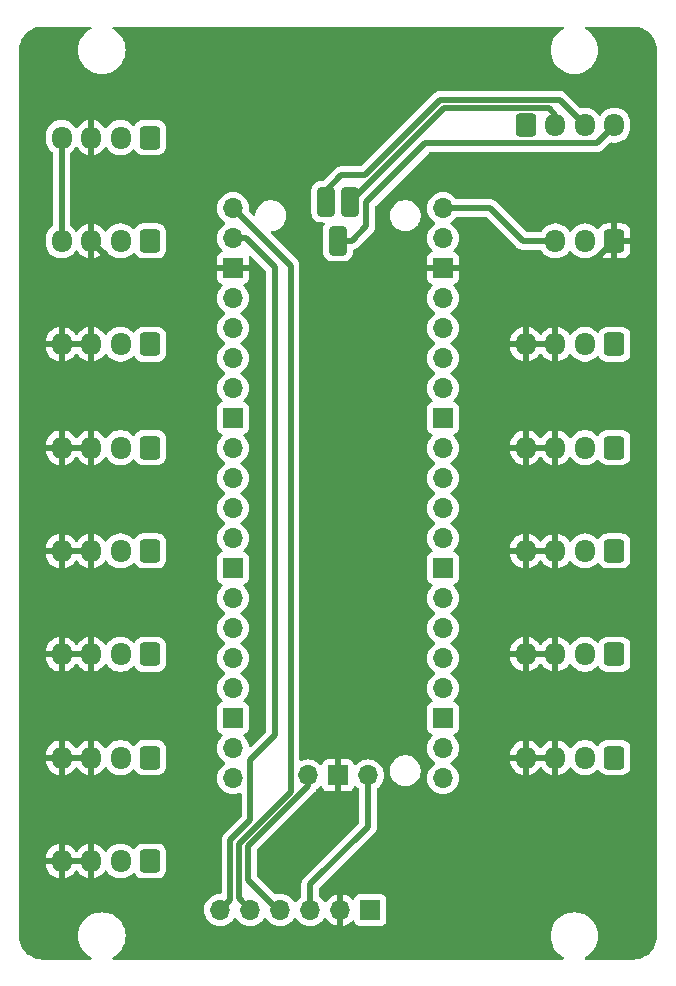
<source format=gbr>
%TF.GenerationSoftware,KiCad,Pcbnew,8.0.4*%
%TF.CreationDate,2024-08-04T12:08:38+08:00*%
%TF.ProjectId,pi_pico_shield,70695f70-6963-46f5-9f73-6869656c642e,rev?*%
%TF.SameCoordinates,Original*%
%TF.FileFunction,Copper,L2,Bot*%
%TF.FilePolarity,Positive*%
%FSLAX46Y46*%
G04 Gerber Fmt 4.6, Leading zero omitted, Abs format (unit mm)*
G04 Created by KiCad (PCBNEW 8.0.4) date 2024-08-04 12:08:38*
%MOMM*%
%LPD*%
G01*
G04 APERTURE LIST*
G04 Aperture macros list*
%AMRoundRect*
0 Rectangle with rounded corners*
0 $1 Rounding radius*
0 $2 $3 $4 $5 $6 $7 $8 $9 X,Y pos of 4 corners*
0 Add a 4 corners polygon primitive as box body*
4,1,4,$2,$3,$4,$5,$6,$7,$8,$9,$2,$3,0*
0 Add four circle primitives for the rounded corners*
1,1,$1+$1,$2,$3*
1,1,$1+$1,$4,$5*
1,1,$1+$1,$6,$7*
1,1,$1+$1,$8,$9*
0 Add four rect primitives between the rounded corners*
20,1,$1+$1,$2,$3,$4,$5,0*
20,1,$1+$1,$4,$5,$6,$7,0*
20,1,$1+$1,$6,$7,$8,$9,0*
20,1,$1+$1,$8,$9,$2,$3,0*%
G04 Aperture macros list end*
%TA.AperFunction,ComponentPad*%
%ADD10RoundRect,0.250000X0.600000X0.725000X-0.600000X0.725000X-0.600000X-0.725000X0.600000X-0.725000X0*%
%TD*%
%TA.AperFunction,ComponentPad*%
%ADD11O,1.700000X1.950000*%
%TD*%
%TA.AperFunction,ComponentPad*%
%ADD12RoundRect,0.250000X-0.600000X-0.725000X0.600000X-0.725000X0.600000X0.725000X-0.600000X0.725000X0*%
%TD*%
%TA.AperFunction,ComponentPad*%
%ADD13R,1.700000X1.700000*%
%TD*%
%TA.AperFunction,ComponentPad*%
%ADD14O,1.700000X1.700000*%
%TD*%
%TA.AperFunction,ComponentPad*%
%ADD15RoundRect,0.300000X-0.450000X-0.950000X0.450000X-0.950000X0.450000X0.950000X-0.450000X0.950000X0*%
%TD*%
%TA.AperFunction,ViaPad*%
%ADD16C,0.600000*%
%TD*%
%TA.AperFunction,Conductor*%
%ADD17C,0.500000*%
%TD*%
G04 APERTURE END LIST*
D10*
%TO.P,BT-7,1,Pin_1*%
%TO.N,BT-7_LED*%
X67514500Y-78502300D03*
D11*
%TO.P,BT-7,2,Pin_2*%
%TO.N,BT-7_SW*%
X65014500Y-78502300D03*
%TO.P,BT-7,3,Pin_3*%
%TO.N,GND*%
X62514500Y-78502300D03*
%TO.P,BT-7,4,Pin_4*%
X60014500Y-78502300D03*
%TD*%
D12*
%TO.P,USB,1,Pin_1*%
%TO.N,+5V*%
X60014500Y-24952000D03*
D11*
%TO.P,USB,2,Pin_2*%
%TO.N,D-*%
X62514500Y-24952000D03*
%TO.P,USB,3,Pin_3*%
%TO.N,D+*%
X65014500Y-24952000D03*
%TO.P,USB,4,Pin_4*%
%TO.N,U_GND*%
X67514500Y-24952000D03*
%TD*%
D10*
%TO.P,LED1,1,Pin_1*%
%TO.N,GND*%
X67514500Y-34752310D03*
D11*
%TO.P,LED1,2,Pin_2*%
%TO.N,LED-WS2812B*%
X65014500Y-34752310D03*
%TO.P,LED1,3,Pin_3*%
%TO.N,+5V*%
X62514500Y-34752310D03*
%TD*%
D10*
%TO.P,BT-9,1,Pin_1*%
%TO.N,BT-9_LED*%
X67514500Y-61002300D03*
D11*
%TO.P,BT-9,2,Pin_2*%
%TO.N,BT-9_SW*%
X65014500Y-61002300D03*
%TO.P,BT-9,3,Pin_3*%
%TO.N,GND*%
X62514500Y-61002300D03*
%TO.P,BT-9,4,Pin_4*%
X60014500Y-61002300D03*
%TD*%
D13*
%TO.P,DEBUG,1,Pin_1*%
%TO.N,+5V*%
X46840000Y-91400000D03*
D14*
%TO.P,DEBUG,2,Pin_2*%
%TO.N,GND*%
X44300000Y-91400000D03*
%TO.P,DEBUG,3,Pin_3*%
%TO.N,SWDIO*%
X41760000Y-91400000D03*
%TO.P,DEBUG,4,Pin_4*%
%TO.N,SWCLK*%
X39220000Y-91400000D03*
%TO.P,DEBUG,5,Pin_5*%
%TO.N,AXIS-X_A*%
X36680000Y-91400000D03*
%TO.P,DEBUG,6,Pin_6*%
%TO.N,AXIS-X_B*%
X34140000Y-91400000D03*
%TD*%
D10*
%TO.P,BT-5,1,Pin_1*%
%TO.N,BT-5_LED*%
X28205500Y-78503250D03*
D11*
%TO.P,BT-5,2,Pin_2*%
%TO.N,BT-5_SW*%
X25705500Y-78503250D03*
%TO.P,BT-5,3,Pin_3*%
%TO.N,GND*%
X23205500Y-78503250D03*
%TO.P,BT-5,4,Pin_4*%
X20705500Y-78503250D03*
%TD*%
D10*
%TO.P,BT-1,1,Pin_1*%
%TO.N,BT-1_LED*%
X28205500Y-43503350D03*
D11*
%TO.P,BT-1,2,Pin_2*%
%TO.N,BT-1_SW*%
X25705500Y-43503350D03*
%TO.P,BT-1,3,Pin_3*%
%TO.N,GND*%
X23205500Y-43503350D03*
%TO.P,BT-1,4,Pin_4*%
X20705500Y-43503350D03*
%TD*%
D10*
%TO.P,BT-10,1,Pin_1*%
%TO.N,BT-10_LED*%
X67514500Y-52252300D03*
D11*
%TO.P,BT-10,2,Pin_2*%
%TO.N,BT-10_SW*%
X65014500Y-52252300D03*
%TO.P,BT-10,3,Pin_3*%
%TO.N,GND*%
X62514500Y-52252300D03*
%TO.P,BT-10,4,Pin_4*%
X60014500Y-52252300D03*
%TD*%
D10*
%TO.P,AXIS-X,1,Pin_1*%
%TO.N,AXIS-X_A*%
X28205500Y-26003300D03*
D11*
%TO.P,AXIS-X,2,Pin_2*%
%TO.N,AXIS-X_B*%
X25705500Y-26003300D03*
%TO.P,AXIS-X,3,Pin_3*%
%TO.N,GND*%
X23205500Y-26003300D03*
%TO.P,AXIS-X,4,Pin_4*%
%TO.N,+5V*%
X20705500Y-26003300D03*
%TD*%
D10*
%TO.P,BT-4,1,Pin_1*%
%TO.N,BT-4_LED*%
X28205500Y-69753250D03*
D11*
%TO.P,BT-4,2,Pin_2*%
%TO.N,BT-4_SW*%
X25705500Y-69753250D03*
%TO.P,BT-4,3,Pin_3*%
%TO.N,GND*%
X23205500Y-69753250D03*
%TO.P,BT-4,4,Pin_4*%
X20705500Y-69753250D03*
%TD*%
D10*
%TO.P,BT-6,1,Pin_1*%
%TO.N,BT-6_LED*%
X28205500Y-87253350D03*
D11*
%TO.P,BT-6,2,Pin_2*%
%TO.N,BT-6_SW*%
X25705500Y-87253350D03*
%TO.P,BT-6,3,Pin_3*%
%TO.N,GND*%
X23205500Y-87253350D03*
%TO.P,BT-6,4,Pin_4*%
X20705500Y-87253350D03*
%TD*%
D10*
%TO.P,AXIS-Y,1,Pin_1*%
%TO.N,AXIS-Y_A*%
X28205500Y-34753300D03*
D11*
%TO.P,AXIS-Y,2,Pin_2*%
%TO.N,AXIS-Y_B*%
X25705500Y-34753300D03*
%TO.P,AXIS-Y,3,Pin_3*%
%TO.N,GND*%
X23205500Y-34753300D03*
%TO.P,AXIS-Y,4,Pin_4*%
%TO.N,+5V*%
X20705500Y-34753300D03*
%TD*%
D10*
%TO.P,BT-2,1,Pin_1*%
%TO.N,BT-2_LED*%
X28205500Y-52253120D03*
D11*
%TO.P,BT-2,2,Pin_2*%
%TO.N,BT-2_SW*%
X25705500Y-52253120D03*
%TO.P,BT-2,3,Pin_3*%
%TO.N,GND*%
X23205500Y-52253120D03*
%TO.P,BT-2,4,Pin_4*%
X20705500Y-52253120D03*
%TD*%
D14*
%TO.P,U1,1,GPIO0*%
%TO.N,AXIS-X_A*%
X35220000Y-31980000D03*
%TO.P,U1,2,GPIO1*%
%TO.N,AXIS-X_B*%
X35220000Y-34520000D03*
D13*
%TO.P,U1,3,GND*%
%TO.N,GND*%
X35220000Y-37060000D03*
D14*
%TO.P,U1,4,GPIO2*%
%TO.N,AXIS-Y_A*%
X35220000Y-39600000D03*
%TO.P,U1,5,GPIO3*%
%TO.N,AXIS-Y_B*%
X35220000Y-42140000D03*
%TO.P,U1,6,GPIO4*%
%TO.N,BT-1_SW*%
X35220000Y-44680000D03*
%TO.P,U1,7,GPIO5*%
%TO.N,BT-1_LED*%
X35220000Y-47220000D03*
D13*
%TO.P,U1,8,GND*%
%TO.N,unconnected-(U1-GND-Pad8)*%
X35220000Y-49760000D03*
D14*
%TO.P,U1,9,GPIO6*%
%TO.N,BT-2_SW*%
X35220000Y-52300000D03*
%TO.P,U1,10,GPIO7*%
%TO.N,BT-2_LED*%
X35220000Y-54840000D03*
%TO.P,U1,11,GPIO8*%
%TO.N,BT-3_SW*%
X35220000Y-57380000D03*
%TO.P,U1,12,GPIO9*%
%TO.N,BT-3_LED*%
X35220000Y-59920000D03*
D13*
%TO.P,U1,13,GND*%
%TO.N,unconnected-(U1-GND-Pad13)*%
X35220000Y-62460000D03*
D14*
%TO.P,U1,14,GPIO10*%
%TO.N,BT-4_SW*%
X35220000Y-65000000D03*
%TO.P,U1,15,GPIO11*%
%TO.N,BT-4_LED*%
X35220000Y-67540000D03*
%TO.P,U1,16,GPIO12*%
%TO.N,BT-5_SW*%
X35220000Y-70080000D03*
%TO.P,U1,17,GPIO13*%
%TO.N,BT-5_LED*%
X35220000Y-72620000D03*
D13*
%TO.P,U1,18,GND*%
%TO.N,unconnected-(U1-GND-Pad18)*%
X35220000Y-75160000D03*
D14*
%TO.P,U1,19,GPIO14*%
%TO.N,BT-6_SW*%
X35220000Y-77700000D03*
%TO.P,U1,20,GPIO15*%
%TO.N,BT-6_LED*%
X35220000Y-80240000D03*
%TO.P,U1,21,GPIO16*%
%TO.N,BT-7_SW*%
X53000000Y-80240000D03*
%TO.P,U1,22,GPIO17*%
%TO.N,BT-7_LED*%
X53000000Y-77700000D03*
D13*
%TO.P,U1,23,GND*%
%TO.N,unconnected-(U1-GND-Pad23)*%
X53000000Y-75160000D03*
D14*
%TO.P,U1,24,GPIO18*%
%TO.N,BT-8_SW*%
X53000000Y-72620000D03*
%TO.P,U1,25,GPIO19*%
%TO.N,BT-8_LED*%
X53000000Y-70080000D03*
%TO.P,U1,26,GPIO20*%
%TO.N,BT-9_SW*%
X53000000Y-67540000D03*
%TO.P,U1,27,GPIO21*%
%TO.N,BT-9_LED*%
X53000000Y-65000000D03*
D13*
%TO.P,U1,28,GND*%
%TO.N,unconnected-(U1-GND-Pad28)*%
X53000000Y-62460000D03*
D14*
%TO.P,U1,29,GPIO22*%
%TO.N,BT-10_SW*%
X53000000Y-59920000D03*
%TO.P,U1,30,RUN*%
%TO.N,unconnected-(U1-RUN-Pad30)*%
X53000000Y-57380000D03*
%TO.P,U1,31,GPIO26_ADC0*%
%TO.N,BT-10_LED*%
X53000000Y-54840000D03*
%TO.P,U1,32,GPIO27_ADC1*%
%TO.N,BT-11_SW*%
X53000000Y-52300000D03*
D13*
%TO.P,U1,33,AGND*%
%TO.N,unconnected-(U1-AGND-Pad33)*%
X53000000Y-49760000D03*
D14*
%TO.P,U1,34,GPIO28_ADC2*%
%TO.N,LED-WS2812B*%
X53000000Y-47220000D03*
%TO.P,U1,35,ADC_VREF*%
%TO.N,unconnected-(U1-ADC_VREF-Pad35)*%
X53000000Y-44680000D03*
%TO.P,U1,36,3V3*%
%TO.N,unconnected-(U1-3V3-Pad36)*%
X53000000Y-42140000D03*
%TO.P,U1,37,3V3_EN*%
%TO.N,unconnected-(U1-3V3_EN-Pad37)*%
X53000000Y-39600000D03*
D13*
%TO.P,U1,38,GND*%
%TO.N,GND*%
X53000000Y-37060000D03*
D14*
%TO.P,U1,39,VSYS*%
%TO.N,unconnected-(U1-VSYS-Pad39)*%
X53000000Y-34520000D03*
%TO.P,U1,40,VBUS*%
%TO.N,+5V*%
X53000000Y-31980000D03*
%TO.P,U1,41,SWCLK*%
%TO.N,SWCLK*%
X41570000Y-80010000D03*
D13*
%TO.P,U1,42,GND*%
%TO.N,GND*%
X44110000Y-80010000D03*
D14*
%TO.P,U1,43,SWDIO*%
%TO.N,SWDIO*%
X46650000Y-80010000D03*
D15*
%TO.P,U1,TP1,TP1*%
%TO.N,U_GND*%
X44110000Y-34740000D03*
%TO.P,U1,TP2,TP2*%
%TO.N,D-*%
X45110000Y-31460000D03*
%TO.P,U1,TP3,TP3*%
%TO.N,D+*%
X43110000Y-31440000D03*
%TD*%
D10*
%TO.P,BT-3,1,Pin_1*%
%TO.N,BT-3_LED*%
X28205500Y-61003350D03*
D11*
%TO.P,BT-3,2,Pin_2*%
%TO.N,BT-3_SW*%
X25705500Y-61003350D03*
%TO.P,BT-3,3,Pin_3*%
%TO.N,GND*%
X23205500Y-61003350D03*
%TO.P,BT-3,4,Pin_4*%
X20705500Y-61003350D03*
%TD*%
D10*
%TO.P,BT-8,1,Pin_1*%
%TO.N,BT-8_LED*%
X67514500Y-69752300D03*
D11*
%TO.P,BT-8,2,Pin_2*%
%TO.N,BT-8_SW*%
X65014500Y-69752300D03*
%TO.P,BT-8,3,Pin_3*%
%TO.N,GND*%
X62514500Y-69752300D03*
%TO.P,BT-8,4,Pin_4*%
X60014500Y-69752300D03*
%TD*%
D10*
%TO.P,BT-11,1,Pin_1*%
%TO.N,unconnected-(J11-Pin_1-Pad1)*%
X67514500Y-43502300D03*
D11*
%TO.P,BT-11,2,Pin_2*%
%TO.N,BT-11_SW*%
X65014500Y-43502300D03*
%TO.P,BT-11,3,Pin_3*%
%TO.N,GND*%
X62514500Y-43502300D03*
%TO.P,BT-11,4,Pin_4*%
X60014500Y-43502300D03*
%TD*%
D16*
%TO.N,GND*%
X43200000Y-39900000D03*
%TD*%
D17*
%TO.N,+5V*%
X57002200Y-31980000D02*
X59774510Y-34752310D01*
X53000000Y-31980000D02*
X57002200Y-31980000D01*
X20705500Y-26003300D02*
X20705500Y-34753300D01*
X59774510Y-34752310D02*
X62514500Y-34752310D01*
%TO.N,AXIS-X_A*%
X40100000Y-36850000D02*
X37750000Y-34500000D01*
X40100000Y-81400000D02*
X40100000Y-36850000D01*
X37740000Y-34500000D02*
X35220000Y-31980000D01*
X37750000Y-34500000D02*
X37740000Y-34500000D01*
X36680000Y-91400000D02*
X35700000Y-90420000D01*
X35700000Y-90420000D02*
X35700000Y-85800000D01*
X35700000Y-85800000D02*
X40100000Y-81400000D01*
%TO.N,AXIS-X_B*%
X36700000Y-83800000D02*
X36700000Y-78700000D01*
X38800000Y-76600000D02*
X38800000Y-37000000D01*
X35000000Y-90540000D02*
X35000000Y-85500000D01*
X36700000Y-78700000D02*
X38800000Y-76600000D01*
X35000000Y-85500000D02*
X36700000Y-83800000D01*
X36320000Y-34520000D02*
X35220000Y-34520000D01*
X38800000Y-37000000D02*
X36320000Y-34520000D01*
X34140000Y-91400000D02*
X35000000Y-90540000D01*
%TO.N,SWDIO*%
X41760000Y-89240000D02*
X46650000Y-84350000D01*
X41760000Y-91400000D02*
X41760000Y-89240000D01*
X46650000Y-84350000D02*
X46650000Y-80010000D01*
%TO.N,SWCLK*%
X36500000Y-88840000D02*
X36500000Y-86000000D01*
X36500000Y-86000000D02*
X41570000Y-80930000D01*
X39220000Y-91400000D02*
X39060000Y-91400000D01*
X39060000Y-91400000D02*
X36500000Y-88840000D01*
X41570000Y-80930000D02*
X41570000Y-80010000D01*
%TO.N,GND*%
X61334510Y-40932300D02*
X67514500Y-34752310D01*
X20705500Y-61003350D02*
X23205500Y-61003350D01*
X35220000Y-37060000D02*
X25512200Y-37060000D01*
X60014500Y-52252300D02*
X62514500Y-52252300D01*
X60014500Y-40932300D02*
X60014500Y-43502300D01*
X23205500Y-61003350D02*
X23205500Y-69753250D01*
X23205500Y-34753300D02*
X23205500Y-43503350D01*
X23205500Y-87253350D02*
X20705500Y-87253350D01*
X20705500Y-52253120D02*
X23205500Y-52253120D01*
X20705500Y-78503250D02*
X23205500Y-78503250D01*
X23205500Y-69753250D02*
X23205500Y-78503250D01*
X56142200Y-37060000D02*
X60014500Y-40932300D01*
X60014500Y-78502300D02*
X62514500Y-78502300D01*
X60014500Y-43502300D02*
X60014500Y-52252300D01*
X46040000Y-37060000D02*
X43200000Y-39900000D01*
X23205500Y-52253120D02*
X23205500Y-61003350D01*
X60014500Y-69752300D02*
X60014500Y-78502300D01*
X23205500Y-43503350D02*
X23205500Y-52253120D01*
X20705500Y-69753250D02*
X23205500Y-69753250D01*
X60014500Y-40932300D02*
X61334510Y-40932300D01*
X20705500Y-43503350D02*
X23205500Y-43503350D01*
X60014500Y-61002300D02*
X60014500Y-69752300D01*
X25512200Y-37060000D02*
X23205500Y-34753300D01*
X60014500Y-61002300D02*
X62514500Y-61002300D01*
X53000000Y-37060000D02*
X56142200Y-37060000D01*
X23205500Y-26003300D02*
X23205500Y-34753300D01*
X60014500Y-69752300D02*
X62514500Y-69752300D01*
X60014500Y-43502300D02*
X62514500Y-43502300D01*
X53000000Y-37060000D02*
X46040000Y-37060000D01*
X23205500Y-78503250D02*
X23205500Y-87253350D01*
X60014500Y-52252300D02*
X60014500Y-61002300D01*
%TO.N,U_GND*%
X46500000Y-33500000D02*
X46500000Y-31500000D01*
X44110000Y-34740000D02*
X45260000Y-34740000D01*
X66000000Y-26500000D02*
X67514500Y-24985500D01*
X67514500Y-24985500D02*
X67514500Y-24952000D01*
X51500000Y-26500000D02*
X66000000Y-26500000D01*
X45260000Y-34740000D02*
X46500000Y-33500000D01*
X46500000Y-31500000D02*
X51500000Y-26500000D01*
%TO.N,D+*%
X43110000Y-30490000D02*
X44400000Y-29200000D01*
X44400000Y-29200000D02*
X46380050Y-29200000D01*
X43110000Y-31440000D02*
X43110000Y-30490000D01*
X62889500Y-22827000D02*
X65014500Y-24952000D01*
X52753050Y-22827000D02*
X62889500Y-22827000D01*
X46380050Y-29200000D02*
X52753050Y-22827000D01*
%TO.N,D-*%
X62514500Y-24074500D02*
X62514500Y-24952000D01*
X45110000Y-31460000D02*
X53043000Y-23527000D01*
X61967000Y-23527000D02*
X62514500Y-24074500D01*
X53043000Y-23527000D02*
X61967000Y-23527000D01*
%TD*%
%TA.AperFunction,Conductor*%
%TO.N,GND*%
G36*
X44360000Y-81360000D02*
G01*
X45007828Y-81360000D01*
X45007844Y-81359999D01*
X45067372Y-81353598D01*
X45067379Y-81353596D01*
X45202086Y-81303354D01*
X45202093Y-81303350D01*
X45317187Y-81217190D01*
X45317190Y-81217187D01*
X45403350Y-81102093D01*
X45403354Y-81102086D01*
X45452422Y-80970529D01*
X45494293Y-80914595D01*
X45559757Y-80890178D01*
X45628030Y-80905030D01*
X45656282Y-80926178D01*
X45778599Y-81048495D01*
X45846623Y-81096125D01*
X45890248Y-81150701D01*
X45899500Y-81197700D01*
X45899500Y-83987769D01*
X45879815Y-84054808D01*
X45863181Y-84075450D01*
X41177050Y-88761580D01*
X41177044Y-88761588D01*
X41127812Y-88835268D01*
X41127813Y-88835269D01*
X41094921Y-88884496D01*
X41094914Y-88884508D01*
X41038342Y-89021086D01*
X41038340Y-89021092D01*
X41009500Y-89166079D01*
X41009500Y-90212298D01*
X40989815Y-90279337D01*
X40956625Y-90313872D01*
X40888595Y-90361507D01*
X40721505Y-90528597D01*
X40591575Y-90714158D01*
X40536998Y-90757783D01*
X40467500Y-90764977D01*
X40405145Y-90733454D01*
X40388425Y-90714158D01*
X40258494Y-90528597D01*
X40091402Y-90361506D01*
X40091395Y-90361501D01*
X39897834Y-90225967D01*
X39897830Y-90225965D01*
X39868521Y-90212298D01*
X39683663Y-90126097D01*
X39683659Y-90126096D01*
X39683655Y-90126094D01*
X39455413Y-90064938D01*
X39455403Y-90064936D01*
X39220001Y-90044341D01*
X39219999Y-90044341D01*
X38984591Y-90064937D01*
X38897357Y-90088310D01*
X38827507Y-90086646D01*
X38777584Y-90056216D01*
X37286819Y-88565451D01*
X37253334Y-88504128D01*
X37250500Y-88477770D01*
X37250500Y-86362230D01*
X37270185Y-86295191D01*
X37286819Y-86274549D01*
X42152950Y-81408418D01*
X42152952Y-81408416D01*
X42207965Y-81326082D01*
X42235084Y-81285495D01*
X42258518Y-81228920D01*
X42275240Y-81188548D01*
X42318676Y-81134426D01*
X42441401Y-81048495D01*
X42563717Y-80926178D01*
X42625036Y-80892696D01*
X42694728Y-80897680D01*
X42750662Y-80939551D01*
X42767577Y-80970528D01*
X42816646Y-81102088D01*
X42816649Y-81102093D01*
X42902809Y-81217187D01*
X42902812Y-81217190D01*
X43017906Y-81303350D01*
X43017913Y-81303354D01*
X43152620Y-81353596D01*
X43152627Y-81353598D01*
X43212155Y-81359999D01*
X43212172Y-81360000D01*
X43860000Y-81360000D01*
X43860000Y-80454560D01*
X43913147Y-80485245D01*
X44042857Y-80520000D01*
X44177143Y-80520000D01*
X44306853Y-80485245D01*
X44360000Y-80454560D01*
X44360000Y-81360000D01*
G37*
%TD.AperFunction*%
%TA.AperFunction,Conductor*%
G36*
X36761731Y-36025885D02*
G01*
X36778694Y-36040061D01*
X38013181Y-37274548D01*
X38046666Y-37335871D01*
X38049500Y-37362229D01*
X38049500Y-76237770D01*
X38029815Y-76304809D01*
X38013181Y-76325451D01*
X36768757Y-77569874D01*
X36707434Y-77603359D01*
X36637742Y-77598375D01*
X36581809Y-77556503D01*
X36557548Y-77492999D01*
X36555063Y-77464592D01*
X36493903Y-77236337D01*
X36394035Y-77022171D01*
X36258495Y-76828599D01*
X36136567Y-76706671D01*
X36103084Y-76645351D01*
X36108068Y-76575659D01*
X36149939Y-76519725D01*
X36180915Y-76502810D01*
X36312331Y-76453796D01*
X36427546Y-76367546D01*
X36513796Y-76252331D01*
X36564091Y-76117483D01*
X36570500Y-76057873D01*
X36570499Y-74262128D01*
X36564091Y-74202517D01*
X36513796Y-74067669D01*
X36513795Y-74067668D01*
X36513793Y-74067664D01*
X36427547Y-73952455D01*
X36427544Y-73952452D01*
X36312335Y-73866206D01*
X36312328Y-73866202D01*
X36180917Y-73817189D01*
X36124983Y-73775318D01*
X36100566Y-73709853D01*
X36115418Y-73641580D01*
X36136563Y-73613332D01*
X36258495Y-73491401D01*
X36394035Y-73297830D01*
X36493903Y-73083663D01*
X36555063Y-72855408D01*
X36575659Y-72620000D01*
X36555063Y-72384592D01*
X36493903Y-72156337D01*
X36394035Y-71942171D01*
X36258495Y-71748599D01*
X36258494Y-71748597D01*
X36091402Y-71581506D01*
X36091396Y-71581501D01*
X35905842Y-71451575D01*
X35862217Y-71396998D01*
X35855023Y-71327500D01*
X35886546Y-71265145D01*
X35905842Y-71248425D01*
X35967172Y-71205481D01*
X36091401Y-71118495D01*
X36258495Y-70951401D01*
X36394035Y-70757830D01*
X36493903Y-70543663D01*
X36555063Y-70315408D01*
X36575659Y-70080000D01*
X36555063Y-69844592D01*
X36493903Y-69616337D01*
X36394035Y-69402171D01*
X36330983Y-69312122D01*
X36258494Y-69208597D01*
X36091402Y-69041506D01*
X36091396Y-69041501D01*
X35905842Y-68911575D01*
X35862217Y-68856998D01*
X35855023Y-68787500D01*
X35886546Y-68725145D01*
X35905842Y-68708425D01*
X35928026Y-68692891D01*
X36091401Y-68578495D01*
X36258495Y-68411401D01*
X36394035Y-68217830D01*
X36493903Y-68003663D01*
X36555063Y-67775408D01*
X36575659Y-67540000D01*
X36555063Y-67304592D01*
X36493903Y-67076337D01*
X36394035Y-66862171D01*
X36258495Y-66668599D01*
X36258494Y-66668597D01*
X36091402Y-66501506D01*
X36091396Y-66501501D01*
X35905842Y-66371575D01*
X35862217Y-66316998D01*
X35855023Y-66247500D01*
X35886546Y-66185145D01*
X35905842Y-66168425D01*
X35928026Y-66152891D01*
X36091401Y-66038495D01*
X36258495Y-65871401D01*
X36394035Y-65677830D01*
X36493903Y-65463663D01*
X36555063Y-65235408D01*
X36575659Y-65000000D01*
X36555063Y-64764592D01*
X36493903Y-64536337D01*
X36394035Y-64322171D01*
X36258495Y-64128599D01*
X36136567Y-64006671D01*
X36103084Y-63945351D01*
X36108068Y-63875659D01*
X36149939Y-63819725D01*
X36180915Y-63802810D01*
X36312331Y-63753796D01*
X36427546Y-63667546D01*
X36513796Y-63552331D01*
X36564091Y-63417483D01*
X36570500Y-63357873D01*
X36570499Y-61562128D01*
X36564091Y-61502517D01*
X36555077Y-61478350D01*
X36513797Y-61367671D01*
X36513793Y-61367664D01*
X36427547Y-61252455D01*
X36427544Y-61252452D01*
X36312335Y-61166206D01*
X36312328Y-61166202D01*
X36180917Y-61117189D01*
X36124983Y-61075318D01*
X36100566Y-61009853D01*
X36115418Y-60941580D01*
X36136563Y-60913332D01*
X36258495Y-60791401D01*
X36394035Y-60597830D01*
X36493903Y-60383663D01*
X36555063Y-60155408D01*
X36575659Y-59920000D01*
X36555063Y-59684592D01*
X36493903Y-59456337D01*
X36394035Y-59242171D01*
X36258495Y-59048599D01*
X36258494Y-59048597D01*
X36091402Y-58881506D01*
X36091396Y-58881501D01*
X35905842Y-58751575D01*
X35862217Y-58696998D01*
X35855023Y-58627500D01*
X35886546Y-58565145D01*
X35905842Y-58548425D01*
X35928026Y-58532891D01*
X36091401Y-58418495D01*
X36258495Y-58251401D01*
X36394035Y-58057830D01*
X36493903Y-57843663D01*
X36555063Y-57615408D01*
X36575659Y-57380000D01*
X36555063Y-57144592D01*
X36493903Y-56916337D01*
X36394035Y-56702171D01*
X36258495Y-56508599D01*
X36258494Y-56508597D01*
X36091402Y-56341506D01*
X36091396Y-56341501D01*
X35905842Y-56211575D01*
X35862217Y-56156998D01*
X35855023Y-56087500D01*
X35886546Y-56025145D01*
X35905842Y-56008425D01*
X35928026Y-55992891D01*
X36091401Y-55878495D01*
X36258495Y-55711401D01*
X36394035Y-55517830D01*
X36493903Y-55303663D01*
X36555063Y-55075408D01*
X36575659Y-54840000D01*
X36555063Y-54604592D01*
X36493903Y-54376337D01*
X36394035Y-54162171D01*
X36258495Y-53968599D01*
X36258494Y-53968597D01*
X36091402Y-53801506D01*
X36091396Y-53801501D01*
X35905842Y-53671575D01*
X35862217Y-53616998D01*
X35855023Y-53547500D01*
X35886546Y-53485145D01*
X35905842Y-53468425D01*
X35936760Y-53446776D01*
X36091401Y-53338495D01*
X36258495Y-53171401D01*
X36394035Y-52977830D01*
X36493903Y-52763663D01*
X36555063Y-52535408D01*
X36575659Y-52300000D01*
X36555063Y-52064592D01*
X36493903Y-51836337D01*
X36394035Y-51622171D01*
X36385444Y-51609902D01*
X36258496Y-51428600D01*
X36204396Y-51374500D01*
X36136567Y-51306671D01*
X36103084Y-51245351D01*
X36108068Y-51175659D01*
X36149939Y-51119725D01*
X36180915Y-51102810D01*
X36312331Y-51053796D01*
X36427546Y-50967546D01*
X36513796Y-50852331D01*
X36564091Y-50717483D01*
X36570500Y-50657873D01*
X36570499Y-48862128D01*
X36564091Y-48802517D01*
X36513796Y-48667669D01*
X36513795Y-48667668D01*
X36513793Y-48667664D01*
X36427547Y-48552455D01*
X36427544Y-48552452D01*
X36312335Y-48466206D01*
X36312328Y-48466202D01*
X36180917Y-48417189D01*
X36124983Y-48375318D01*
X36100566Y-48309853D01*
X36115418Y-48241580D01*
X36136563Y-48213332D01*
X36258495Y-48091401D01*
X36394035Y-47897830D01*
X36493903Y-47683663D01*
X36555063Y-47455408D01*
X36575659Y-47220000D01*
X36555063Y-46984592D01*
X36493903Y-46756337D01*
X36394035Y-46542171D01*
X36258495Y-46348599D01*
X36258494Y-46348597D01*
X36091402Y-46181506D01*
X36091396Y-46181501D01*
X35905842Y-46051575D01*
X35862217Y-45996998D01*
X35855023Y-45927500D01*
X35886546Y-45865145D01*
X35905842Y-45848425D01*
X35928026Y-45832891D01*
X36091401Y-45718495D01*
X36258495Y-45551401D01*
X36394035Y-45357830D01*
X36493903Y-45143663D01*
X36555063Y-44915408D01*
X36575659Y-44680000D01*
X36573682Y-44657409D01*
X36564083Y-44547686D01*
X36555063Y-44444592D01*
X36493903Y-44216337D01*
X36394035Y-44002171D01*
X36377356Y-43978350D01*
X36258494Y-43808597D01*
X36091402Y-43641506D01*
X36091396Y-43641501D01*
X35905842Y-43511575D01*
X35862217Y-43456998D01*
X35855023Y-43387500D01*
X35886546Y-43325145D01*
X35905842Y-43308425D01*
X35984497Y-43253350D01*
X36091401Y-43178495D01*
X36258495Y-43011401D01*
X36394035Y-42817830D01*
X36493903Y-42603663D01*
X36555063Y-42375408D01*
X36575659Y-42140000D01*
X36555063Y-41904592D01*
X36493903Y-41676337D01*
X36394035Y-41462171D01*
X36258495Y-41268599D01*
X36258494Y-41268597D01*
X36091402Y-41101506D01*
X36091396Y-41101501D01*
X35905842Y-40971575D01*
X35862217Y-40916998D01*
X35855023Y-40847500D01*
X35886546Y-40785145D01*
X35905842Y-40768425D01*
X35928026Y-40752891D01*
X36091401Y-40638495D01*
X36258495Y-40471401D01*
X36394035Y-40277830D01*
X36493903Y-40063663D01*
X36555063Y-39835408D01*
X36575659Y-39600000D01*
X36555063Y-39364592D01*
X36493903Y-39136337D01*
X36394035Y-38922171D01*
X36258495Y-38728599D01*
X36136179Y-38606283D01*
X36102696Y-38544963D01*
X36107680Y-38475271D01*
X36149551Y-38419337D01*
X36180529Y-38402422D01*
X36312086Y-38353354D01*
X36312093Y-38353350D01*
X36427187Y-38267190D01*
X36427190Y-38267187D01*
X36513350Y-38152093D01*
X36513354Y-38152086D01*
X36563596Y-38017379D01*
X36563598Y-38017372D01*
X36569999Y-37957844D01*
X36570000Y-37957827D01*
X36570000Y-37310000D01*
X35664560Y-37310000D01*
X35695245Y-37256853D01*
X35730000Y-37127143D01*
X35730000Y-36992857D01*
X35695245Y-36863147D01*
X35664560Y-36810000D01*
X36570000Y-36810000D01*
X36570000Y-36162172D01*
X36569999Y-36162158D01*
X36567724Y-36140999D01*
X36580128Y-36072239D01*
X36627738Y-36021101D01*
X36695437Y-36003821D01*
X36761731Y-36025885D01*
G37*
%TD.AperFunction*%
%TA.AperFunction,Conductor*%
G36*
X22762870Y-87070007D02*
G01*
X22730500Y-87190815D01*
X22730500Y-87315885D01*
X22762870Y-87436693D01*
X22801354Y-87503350D01*
X21109646Y-87503350D01*
X21148130Y-87436693D01*
X21180500Y-87315885D01*
X21180500Y-87190815D01*
X21148130Y-87070007D01*
X21109646Y-87003350D01*
X22801354Y-87003350D01*
X22762870Y-87070007D01*
G37*
%TD.AperFunction*%
%TA.AperFunction,Conductor*%
G36*
X22762870Y-78319907D02*
G01*
X22730500Y-78440715D01*
X22730500Y-78565785D01*
X22762870Y-78686593D01*
X22801354Y-78753250D01*
X21109646Y-78753250D01*
X21148130Y-78686593D01*
X21180500Y-78565785D01*
X21180500Y-78440715D01*
X21148130Y-78319907D01*
X21109646Y-78253250D01*
X22801354Y-78253250D01*
X22762870Y-78319907D01*
G37*
%TD.AperFunction*%
%TA.AperFunction,Conductor*%
G36*
X62071870Y-78318957D02*
G01*
X62039500Y-78439765D01*
X62039500Y-78564835D01*
X62071870Y-78685643D01*
X62110354Y-78752300D01*
X60418646Y-78752300D01*
X60457130Y-78685643D01*
X60489500Y-78564835D01*
X60489500Y-78439765D01*
X60457130Y-78318957D01*
X60418646Y-78252300D01*
X62110354Y-78252300D01*
X62071870Y-78318957D01*
G37*
%TD.AperFunction*%
%TA.AperFunction,Conductor*%
G36*
X22762870Y-69569907D02*
G01*
X22730500Y-69690715D01*
X22730500Y-69815785D01*
X22762870Y-69936593D01*
X22801354Y-70003250D01*
X21109646Y-70003250D01*
X21148130Y-69936593D01*
X21180500Y-69815785D01*
X21180500Y-69690715D01*
X21148130Y-69569907D01*
X21109646Y-69503250D01*
X22801354Y-69503250D01*
X22762870Y-69569907D01*
G37*
%TD.AperFunction*%
%TA.AperFunction,Conductor*%
G36*
X62071870Y-69568957D02*
G01*
X62039500Y-69689765D01*
X62039500Y-69814835D01*
X62071870Y-69935643D01*
X62110354Y-70002300D01*
X60418646Y-70002300D01*
X60457130Y-69935643D01*
X60489500Y-69814835D01*
X60489500Y-69689765D01*
X60457130Y-69568957D01*
X60418646Y-69502300D01*
X62110354Y-69502300D01*
X62071870Y-69568957D01*
G37*
%TD.AperFunction*%
%TA.AperFunction,Conductor*%
G36*
X22762870Y-60820007D02*
G01*
X22730500Y-60940815D01*
X22730500Y-61065885D01*
X22762870Y-61186693D01*
X22801354Y-61253350D01*
X21109646Y-61253350D01*
X21148130Y-61186693D01*
X21180500Y-61065885D01*
X21180500Y-60940815D01*
X21148130Y-60820007D01*
X21109646Y-60753350D01*
X22801354Y-60753350D01*
X22762870Y-60820007D01*
G37*
%TD.AperFunction*%
%TA.AperFunction,Conductor*%
G36*
X62071870Y-60818957D02*
G01*
X62039500Y-60939765D01*
X62039500Y-61064835D01*
X62071870Y-61185643D01*
X62110354Y-61252300D01*
X60418646Y-61252300D01*
X60457130Y-61185643D01*
X60489500Y-61064835D01*
X60489500Y-60939765D01*
X60457130Y-60818957D01*
X60418646Y-60752300D01*
X62110354Y-60752300D01*
X62071870Y-60818957D01*
G37*
%TD.AperFunction*%
%TA.AperFunction,Conductor*%
G36*
X22762870Y-52069777D02*
G01*
X22730500Y-52190585D01*
X22730500Y-52315655D01*
X22762870Y-52436463D01*
X22801354Y-52503120D01*
X21109646Y-52503120D01*
X21148130Y-52436463D01*
X21180500Y-52315655D01*
X21180500Y-52190585D01*
X21148130Y-52069777D01*
X21109646Y-52003120D01*
X22801354Y-52003120D01*
X22762870Y-52069777D01*
G37*
%TD.AperFunction*%
%TA.AperFunction,Conductor*%
G36*
X62071870Y-52068957D02*
G01*
X62039500Y-52189765D01*
X62039500Y-52314835D01*
X62071870Y-52435643D01*
X62110354Y-52502300D01*
X60418646Y-52502300D01*
X60457130Y-52435643D01*
X60489500Y-52314835D01*
X60489500Y-52189765D01*
X60457130Y-52068957D01*
X60418646Y-52002300D01*
X62110354Y-52002300D01*
X62071870Y-52068957D01*
G37*
%TD.AperFunction*%
%TA.AperFunction,Conductor*%
G36*
X22762870Y-43320007D02*
G01*
X22730500Y-43440815D01*
X22730500Y-43565885D01*
X22762870Y-43686693D01*
X22801354Y-43753350D01*
X21109646Y-43753350D01*
X21148130Y-43686693D01*
X21180500Y-43565885D01*
X21180500Y-43440815D01*
X21148130Y-43320007D01*
X21109646Y-43253350D01*
X22801354Y-43253350D01*
X22762870Y-43320007D01*
G37*
%TD.AperFunction*%
%TA.AperFunction,Conductor*%
G36*
X62071870Y-43318957D02*
G01*
X62039500Y-43439765D01*
X62039500Y-43564835D01*
X62071870Y-43685643D01*
X62110354Y-43752300D01*
X60418646Y-43752300D01*
X60457130Y-43685643D01*
X60489500Y-43564835D01*
X60489500Y-43439765D01*
X60457130Y-43318957D01*
X60418646Y-43252300D01*
X62110354Y-43252300D01*
X62071870Y-43318957D01*
G37*
%TD.AperFunction*%
%TA.AperFunction,Conductor*%
G36*
X23192050Y-16623485D02*
G01*
X23237805Y-16676289D01*
X23247749Y-16745447D01*
X23218724Y-16809003D01*
X23184438Y-16836632D01*
X23038957Y-16916070D01*
X23038949Y-16916075D01*
X22809879Y-17087554D01*
X22809861Y-17087570D01*
X22607537Y-17289894D01*
X22607521Y-17289912D01*
X22436042Y-17518982D01*
X22436037Y-17518990D01*
X22298902Y-17770133D01*
X22198895Y-18038262D01*
X22138071Y-18317866D01*
X22117657Y-18603298D01*
X22117657Y-18603301D01*
X22138071Y-18888733D01*
X22198895Y-19168337D01*
X22298902Y-19436466D01*
X22436037Y-19687609D01*
X22436042Y-19687617D01*
X22607521Y-19916687D01*
X22607537Y-19916705D01*
X22809861Y-20119029D01*
X22809879Y-20119045D01*
X23038949Y-20290524D01*
X23038957Y-20290529D01*
X23290100Y-20427664D01*
X23290099Y-20427664D01*
X23290103Y-20427665D01*
X23290106Y-20427667D01*
X23558221Y-20527669D01*
X23558227Y-20527670D01*
X23558229Y-20527671D01*
X23837833Y-20588495D01*
X23837835Y-20588495D01*
X23837839Y-20588496D01*
X24091487Y-20606637D01*
X24123266Y-20608910D01*
X24123267Y-20608910D01*
X24123268Y-20608910D01*
X24151862Y-20606864D01*
X24408695Y-20588496D01*
X24688313Y-20527669D01*
X24956428Y-20427667D01*
X25207582Y-20290526D01*
X25436662Y-20119039D01*
X25639006Y-19916695D01*
X25810493Y-19687615D01*
X25947634Y-19436461D01*
X26047636Y-19168346D01*
X26108463Y-18888728D01*
X26128877Y-18603300D01*
X26108463Y-18317872D01*
X26068306Y-18133274D01*
X26047638Y-18038262D01*
X26047637Y-18038260D01*
X26047636Y-18038254D01*
X25947634Y-17770139D01*
X25867292Y-17623005D01*
X25810496Y-17518990D01*
X25810491Y-17518982D01*
X25639012Y-17289912D01*
X25638996Y-17289894D01*
X25436672Y-17087570D01*
X25436654Y-17087554D01*
X25207584Y-16916075D01*
X25207576Y-16916070D01*
X25062096Y-16836632D01*
X25012691Y-16787227D01*
X24997839Y-16718954D01*
X25022256Y-16653489D01*
X25078190Y-16611618D01*
X25121523Y-16603800D01*
X63125011Y-16603800D01*
X63192050Y-16623485D01*
X63237805Y-16676289D01*
X63247749Y-16745447D01*
X63218724Y-16809003D01*
X63184438Y-16836632D01*
X63038957Y-16916070D01*
X63038949Y-16916075D01*
X62809879Y-17087554D01*
X62809861Y-17087570D01*
X62607537Y-17289894D01*
X62607521Y-17289912D01*
X62436042Y-17518982D01*
X62436037Y-17518990D01*
X62298902Y-17770133D01*
X62198895Y-18038262D01*
X62138071Y-18317866D01*
X62117657Y-18603298D01*
X62117657Y-18603301D01*
X62138071Y-18888733D01*
X62198895Y-19168337D01*
X62298902Y-19436466D01*
X62436037Y-19687609D01*
X62436042Y-19687617D01*
X62607521Y-19916687D01*
X62607537Y-19916705D01*
X62809861Y-20119029D01*
X62809879Y-20119045D01*
X63038949Y-20290524D01*
X63038957Y-20290529D01*
X63290100Y-20427664D01*
X63290099Y-20427664D01*
X63290103Y-20427665D01*
X63290106Y-20427667D01*
X63558221Y-20527669D01*
X63558227Y-20527670D01*
X63558229Y-20527671D01*
X63837833Y-20588495D01*
X63837835Y-20588495D01*
X63837839Y-20588496D01*
X64091487Y-20606637D01*
X64123266Y-20608910D01*
X64123267Y-20608910D01*
X64123268Y-20608910D01*
X64151862Y-20606864D01*
X64408695Y-20588496D01*
X64688313Y-20527669D01*
X64956428Y-20427667D01*
X65207582Y-20290526D01*
X65436662Y-20119039D01*
X65639006Y-19916695D01*
X65810493Y-19687615D01*
X65947634Y-19436461D01*
X66047636Y-19168346D01*
X66108463Y-18888728D01*
X66128877Y-18603300D01*
X66108463Y-18317872D01*
X66068306Y-18133274D01*
X66047638Y-18038262D01*
X66047637Y-18038260D01*
X66047636Y-18038254D01*
X65947634Y-17770139D01*
X65867292Y-17623005D01*
X65810496Y-17518990D01*
X65810491Y-17518982D01*
X65639012Y-17289912D01*
X65638996Y-17289894D01*
X65436672Y-17087570D01*
X65436654Y-17087554D01*
X65207584Y-16916075D01*
X65207576Y-16916070D01*
X65062096Y-16836632D01*
X65012691Y-16787227D01*
X64997839Y-16718954D01*
X65022256Y-16653489D01*
X65078190Y-16611618D01*
X65121523Y-16603800D01*
X69039608Y-16603800D01*
X69101433Y-16603800D01*
X69109543Y-16604065D01*
X69358395Y-16620375D01*
X69374453Y-16622490D01*
X69581605Y-16663695D01*
X69615035Y-16670345D01*
X69630702Y-16674543D01*
X69800447Y-16732163D01*
X69862981Y-16753391D01*
X69877958Y-16759594D01*
X70034176Y-16836632D01*
X70097960Y-16868087D01*
X70112008Y-16876197D01*
X70315964Y-17012477D01*
X70328828Y-17022348D01*
X70513249Y-17184081D01*
X70524718Y-17195550D01*
X70686451Y-17379971D01*
X70696325Y-17392839D01*
X70832602Y-17596792D01*
X70840712Y-17610839D01*
X70949202Y-17830834D01*
X70955409Y-17845820D01*
X71034256Y-18078097D01*
X71038454Y-18093764D01*
X71086307Y-18334335D01*
X71088425Y-18350416D01*
X71104735Y-18599256D01*
X71105000Y-18607366D01*
X71105032Y-93537378D01*
X71105032Y-93599210D01*
X71104767Y-93607318D01*
X71088461Y-93856154D01*
X71086344Y-93872235D01*
X71038492Y-94112821D01*
X71034294Y-94128489D01*
X70955449Y-94360769D01*
X70949242Y-94375754D01*
X70840755Y-94595752D01*
X70832645Y-94609800D01*
X70696366Y-94813761D01*
X70686492Y-94826629D01*
X70524759Y-95011055D01*
X70513290Y-95022524D01*
X70328869Y-95184262D01*
X70316007Y-95194131D01*
X70180534Y-95284654D01*
X70112047Y-95330417D01*
X70098001Y-95338526D01*
X69878004Y-95447021D01*
X69863018Y-95453229D01*
X69630737Y-95532081D01*
X69615070Y-95536279D01*
X69374486Y-95584137D01*
X69358405Y-95586254D01*
X69110589Y-95602501D01*
X69102477Y-95602767D01*
X65121579Y-95602769D01*
X65054540Y-95583084D01*
X65008785Y-95530281D01*
X64998841Y-95461122D01*
X65027866Y-95397566D01*
X65062152Y-95369937D01*
X65126257Y-95334933D01*
X65207582Y-95290526D01*
X65436662Y-95119039D01*
X65639006Y-94916695D01*
X65810493Y-94687615D01*
X65947634Y-94436461D01*
X66047636Y-94168346D01*
X66108463Y-93888728D01*
X66128877Y-93603300D01*
X66128584Y-93599210D01*
X66124166Y-93537434D01*
X66108463Y-93317872D01*
X66047636Y-93038254D01*
X65947634Y-92770139D01*
X65939727Y-92755659D01*
X65810496Y-92518990D01*
X65810491Y-92518982D01*
X65639012Y-92289912D01*
X65638996Y-92289894D01*
X65436672Y-92087570D01*
X65436654Y-92087554D01*
X65207584Y-91916075D01*
X65207576Y-91916070D01*
X64956433Y-91778935D01*
X64956434Y-91778935D01*
X64763587Y-91707007D01*
X64688313Y-91678931D01*
X64688310Y-91678930D01*
X64688304Y-91678928D01*
X64408700Y-91618104D01*
X64123268Y-91597690D01*
X64123266Y-91597690D01*
X63837833Y-91618104D01*
X63558229Y-91678928D01*
X63290100Y-91778935D01*
X63038957Y-91916070D01*
X63038949Y-91916075D01*
X62809879Y-92087554D01*
X62809861Y-92087570D01*
X62607537Y-92289894D01*
X62607521Y-92289912D01*
X62436042Y-92518982D01*
X62436037Y-92518990D01*
X62298902Y-92770133D01*
X62198895Y-93038262D01*
X62138071Y-93317866D01*
X62117657Y-93603298D01*
X62117657Y-93603301D01*
X62138071Y-93888733D01*
X62198895Y-94168337D01*
X62198897Y-94168343D01*
X62198898Y-94168346D01*
X62278195Y-94380948D01*
X62298902Y-94436466D01*
X62436037Y-94687609D01*
X62436042Y-94687617D01*
X62607521Y-94916687D01*
X62607537Y-94916705D01*
X62809861Y-95119029D01*
X62809879Y-95119045D01*
X63038949Y-95290524D01*
X63038957Y-95290529D01*
X63184383Y-95369938D01*
X63233788Y-95419343D01*
X63248640Y-95487616D01*
X63224223Y-95553081D01*
X63168289Y-95594952D01*
X63124956Y-95602770D01*
X25121531Y-95602795D01*
X25054492Y-95583110D01*
X25008737Y-95530307D01*
X24998793Y-95461148D01*
X25027818Y-95397592D01*
X25062102Y-95369963D01*
X25207582Y-95290526D01*
X25436662Y-95119039D01*
X25639006Y-94916695D01*
X25810493Y-94687615D01*
X25947634Y-94436461D01*
X26047636Y-94168346D01*
X26108463Y-93888728D01*
X26128877Y-93603300D01*
X26128584Y-93599210D01*
X26124166Y-93537434D01*
X26108463Y-93317872D01*
X26047636Y-93038254D01*
X25947634Y-92770139D01*
X25939727Y-92755659D01*
X25810496Y-92518990D01*
X25810491Y-92518982D01*
X25639012Y-92289912D01*
X25638996Y-92289894D01*
X25436672Y-92087570D01*
X25436654Y-92087554D01*
X25207584Y-91916075D01*
X25207576Y-91916070D01*
X24956433Y-91778935D01*
X24956434Y-91778935D01*
X24763587Y-91707007D01*
X24688313Y-91678931D01*
X24688310Y-91678930D01*
X24688304Y-91678928D01*
X24408700Y-91618104D01*
X24123268Y-91597690D01*
X24123266Y-91597690D01*
X23837833Y-91618104D01*
X23558229Y-91678928D01*
X23290100Y-91778935D01*
X23038957Y-91916070D01*
X23038949Y-91916075D01*
X22809879Y-92087554D01*
X22809861Y-92087570D01*
X22607537Y-92289894D01*
X22607521Y-92289912D01*
X22436042Y-92518982D01*
X22436037Y-92518990D01*
X22298902Y-92770133D01*
X22198895Y-93038262D01*
X22138071Y-93317866D01*
X22117657Y-93603298D01*
X22117657Y-93603301D01*
X22138071Y-93888733D01*
X22198895Y-94168337D01*
X22198897Y-94168343D01*
X22198898Y-94168346D01*
X22278195Y-94380948D01*
X22298902Y-94436466D01*
X22436037Y-94687609D01*
X22436042Y-94687617D01*
X22607521Y-94916687D01*
X22607537Y-94916705D01*
X22809861Y-95119029D01*
X22809879Y-95119045D01*
X23038949Y-95290524D01*
X23038957Y-95290529D01*
X23184431Y-95369964D01*
X23233836Y-95419369D01*
X23248688Y-95487642D01*
X23224271Y-95553106D01*
X23168338Y-95594978D01*
X23125004Y-95602796D01*
X19195718Y-95602798D01*
X19195661Y-95602796D01*
X19189144Y-95602796D01*
X19177774Y-95602796D01*
X19127310Y-95602798D01*
X19119202Y-95602533D01*
X18870370Y-95586236D01*
X18854288Y-95584119D01*
X18613711Y-95536276D01*
X18598042Y-95532078D01*
X18365767Y-95453238D01*
X18350781Y-95447031D01*
X18130785Y-95338547D01*
X18116737Y-95330437D01*
X17912783Y-95194163D01*
X17899913Y-95184288D01*
X17715491Y-95022555D01*
X17704021Y-95011085D01*
X17542289Y-94826663D01*
X17532415Y-94813794D01*
X17396141Y-94609840D01*
X17388038Y-94595806D01*
X17279545Y-94375793D01*
X17273344Y-94360817D01*
X17194500Y-94128528D01*
X17190302Y-94112859D01*
X17190294Y-94112821D01*
X17142460Y-93872289D01*
X17140343Y-93856208D01*
X17124041Y-93607317D01*
X17123777Y-93599221D01*
X17123781Y-93529225D01*
X17123758Y-93528901D01*
X17123253Y-91399999D01*
X32784341Y-91399999D01*
X32784341Y-91400000D01*
X32804936Y-91635403D01*
X32804938Y-91635413D01*
X32866094Y-91863655D01*
X32866096Y-91863659D01*
X32866097Y-91863663D01*
X32946004Y-92035023D01*
X32965965Y-92077830D01*
X32965967Y-92077834D01*
X33074281Y-92232521D01*
X33101505Y-92271401D01*
X33268599Y-92438495D01*
X33365384Y-92506265D01*
X33462165Y-92574032D01*
X33462167Y-92574033D01*
X33462170Y-92574035D01*
X33676337Y-92673903D01*
X33904592Y-92735063D01*
X34081034Y-92750500D01*
X34139999Y-92755659D01*
X34140000Y-92755659D01*
X34140001Y-92755659D01*
X34198966Y-92750500D01*
X34375408Y-92735063D01*
X34603663Y-92673903D01*
X34817830Y-92574035D01*
X35011401Y-92438495D01*
X35178495Y-92271401D01*
X35308425Y-92085842D01*
X35363002Y-92042217D01*
X35432500Y-92035023D01*
X35494855Y-92066546D01*
X35511575Y-92085842D01*
X35641500Y-92271395D01*
X35641505Y-92271401D01*
X35808599Y-92438495D01*
X35905384Y-92506265D01*
X36002165Y-92574032D01*
X36002167Y-92574033D01*
X36002170Y-92574035D01*
X36216337Y-92673903D01*
X36444592Y-92735063D01*
X36621034Y-92750500D01*
X36679999Y-92755659D01*
X36680000Y-92755659D01*
X36680001Y-92755659D01*
X36738966Y-92750500D01*
X36915408Y-92735063D01*
X37143663Y-92673903D01*
X37357830Y-92574035D01*
X37551401Y-92438495D01*
X37718495Y-92271401D01*
X37848425Y-92085842D01*
X37903002Y-92042217D01*
X37972500Y-92035023D01*
X38034855Y-92066546D01*
X38051575Y-92085842D01*
X38181500Y-92271395D01*
X38181505Y-92271401D01*
X38348599Y-92438495D01*
X38445384Y-92506265D01*
X38542165Y-92574032D01*
X38542167Y-92574033D01*
X38542170Y-92574035D01*
X38756337Y-92673903D01*
X38984592Y-92735063D01*
X39161034Y-92750500D01*
X39219999Y-92755659D01*
X39220000Y-92755659D01*
X39220001Y-92755659D01*
X39278966Y-92750500D01*
X39455408Y-92735063D01*
X39683663Y-92673903D01*
X39897830Y-92574035D01*
X40091401Y-92438495D01*
X40258495Y-92271401D01*
X40388425Y-92085842D01*
X40443002Y-92042217D01*
X40512500Y-92035023D01*
X40574855Y-92066546D01*
X40591575Y-92085842D01*
X40721500Y-92271395D01*
X40721505Y-92271401D01*
X40888599Y-92438495D01*
X40985384Y-92506265D01*
X41082165Y-92574032D01*
X41082167Y-92574033D01*
X41082170Y-92574035D01*
X41296337Y-92673903D01*
X41524592Y-92735063D01*
X41701034Y-92750500D01*
X41759999Y-92755659D01*
X41760000Y-92755659D01*
X41760001Y-92755659D01*
X41818966Y-92750500D01*
X41995408Y-92735063D01*
X42223663Y-92673903D01*
X42437830Y-92574035D01*
X42631401Y-92438495D01*
X42798495Y-92271401D01*
X42928730Y-92085405D01*
X42983307Y-92041781D01*
X43052805Y-92034587D01*
X43115160Y-92066110D01*
X43131879Y-92085405D01*
X43261890Y-92271078D01*
X43428917Y-92438105D01*
X43622421Y-92573600D01*
X43836507Y-92673429D01*
X43836516Y-92673433D01*
X44050000Y-92730634D01*
X44050000Y-91833012D01*
X44107007Y-91865925D01*
X44234174Y-91900000D01*
X44365826Y-91900000D01*
X44492993Y-91865925D01*
X44550000Y-91833012D01*
X44550000Y-92730633D01*
X44763483Y-92673433D01*
X44763492Y-92673429D01*
X44977578Y-92573600D01*
X45171078Y-92438108D01*
X45293133Y-92316053D01*
X45354456Y-92282568D01*
X45424148Y-92287552D01*
X45480082Y-92329423D01*
X45496997Y-92360401D01*
X45546202Y-92492328D01*
X45546206Y-92492335D01*
X45632452Y-92607544D01*
X45632455Y-92607547D01*
X45747664Y-92693793D01*
X45747671Y-92693797D01*
X45882517Y-92744091D01*
X45882516Y-92744091D01*
X45889444Y-92744835D01*
X45942127Y-92750500D01*
X47737872Y-92750499D01*
X47797483Y-92744091D01*
X47932331Y-92693796D01*
X48047546Y-92607546D01*
X48133796Y-92492331D01*
X48184091Y-92357483D01*
X48190500Y-92297873D01*
X48190499Y-90502128D01*
X48184091Y-90442517D01*
X48183002Y-90439598D01*
X48133797Y-90307671D01*
X48133793Y-90307664D01*
X48047547Y-90192455D01*
X48047544Y-90192452D01*
X47932335Y-90106206D01*
X47932328Y-90106202D01*
X47797482Y-90055908D01*
X47797483Y-90055908D01*
X47737883Y-90049501D01*
X47737881Y-90049500D01*
X47737873Y-90049500D01*
X47737864Y-90049500D01*
X45942129Y-90049500D01*
X45942123Y-90049501D01*
X45882516Y-90055908D01*
X45747671Y-90106202D01*
X45747664Y-90106206D01*
X45632455Y-90192452D01*
X45632452Y-90192455D01*
X45546206Y-90307664D01*
X45546202Y-90307671D01*
X45496997Y-90439598D01*
X45455126Y-90495532D01*
X45389661Y-90519949D01*
X45321388Y-90505097D01*
X45293134Y-90483946D01*
X45171082Y-90361894D01*
X44977578Y-90226399D01*
X44763492Y-90126570D01*
X44763486Y-90126567D01*
X44550000Y-90069364D01*
X44550000Y-90966988D01*
X44492993Y-90934075D01*
X44365826Y-90900000D01*
X44234174Y-90900000D01*
X44107007Y-90934075D01*
X44050000Y-90966988D01*
X44050000Y-90069364D01*
X44049999Y-90069364D01*
X43836513Y-90126567D01*
X43836507Y-90126570D01*
X43622422Y-90226399D01*
X43622420Y-90226400D01*
X43428926Y-90361886D01*
X43428920Y-90361891D01*
X43261891Y-90528920D01*
X43261890Y-90528922D01*
X43131880Y-90714595D01*
X43077303Y-90758219D01*
X43007804Y-90765412D01*
X42945450Y-90733890D01*
X42928730Y-90714594D01*
X42798494Y-90528597D01*
X42631404Y-90361507D01*
X42563375Y-90313872D01*
X42519751Y-90259294D01*
X42510500Y-90212298D01*
X42510500Y-89602229D01*
X42530185Y-89535190D01*
X42546819Y-89514548D01*
X47232948Y-84828419D01*
X47232951Y-84828416D01*
X47315084Y-84705495D01*
X47371658Y-84568913D01*
X47400500Y-84423918D01*
X47400500Y-84276083D01*
X47400500Y-81197700D01*
X47420185Y-81130661D01*
X47453375Y-81096126D01*
X47521401Y-81048495D01*
X47688495Y-80881401D01*
X47824035Y-80687830D01*
X47923903Y-80473663D01*
X47985063Y-80245408D01*
X48005659Y-80010000D01*
X47985063Y-79774592D01*
X47923903Y-79546337D01*
X47905862Y-79507648D01*
X48509500Y-79507648D01*
X48509500Y-79712351D01*
X48541522Y-79914534D01*
X48604781Y-80109223D01*
X48654527Y-80206853D01*
X48674174Y-80245413D01*
X48697715Y-80291613D01*
X48818028Y-80457213D01*
X48962786Y-80601971D01*
X49080969Y-80687834D01*
X49128390Y-80722287D01*
X49209770Y-80763752D01*
X49310776Y-80815218D01*
X49310778Y-80815218D01*
X49310781Y-80815220D01*
X49415137Y-80849127D01*
X49505465Y-80878477D01*
X49523933Y-80881402D01*
X49707648Y-80910500D01*
X49707649Y-80910500D01*
X49912351Y-80910500D01*
X49912352Y-80910500D01*
X50114534Y-80878477D01*
X50309219Y-80815220D01*
X50491610Y-80722287D01*
X50603474Y-80641014D01*
X50657213Y-80601971D01*
X50657215Y-80601968D01*
X50657219Y-80601966D01*
X50801966Y-80457219D01*
X50801968Y-80457215D01*
X50801971Y-80457213D01*
X50899374Y-80323147D01*
X50922287Y-80291610D01*
X51015220Y-80109219D01*
X51078477Y-79914534D01*
X51110500Y-79712352D01*
X51110500Y-79507648D01*
X51090297Y-79380095D01*
X51078477Y-79305465D01*
X51026506Y-79145517D01*
X51015220Y-79110781D01*
X51015218Y-79110778D01*
X51015218Y-79110776D01*
X50967435Y-79016998D01*
X50922287Y-78928390D01*
X50882796Y-78874035D01*
X50801971Y-78762786D01*
X50657213Y-78618028D01*
X50491613Y-78497715D01*
X50491612Y-78497714D01*
X50491610Y-78497713D01*
X50434653Y-78468691D01*
X50309223Y-78404781D01*
X50114534Y-78341522D01*
X49939995Y-78313878D01*
X49912352Y-78309500D01*
X49707648Y-78309500D01*
X49683329Y-78313351D01*
X49505465Y-78341522D01*
X49310776Y-78404781D01*
X49128386Y-78497715D01*
X48962786Y-78618028D01*
X48818028Y-78762786D01*
X48697715Y-78928386D01*
X48604781Y-79110776D01*
X48541522Y-79305465D01*
X48509500Y-79507648D01*
X47905862Y-79507648D01*
X47824035Y-79332171D01*
X47819445Y-79325615D01*
X47688494Y-79138597D01*
X47521402Y-78971506D01*
X47521395Y-78971501D01*
X47519251Y-78970000D01*
X47481306Y-78943430D01*
X47327834Y-78835967D01*
X47327830Y-78835965D01*
X47239781Y-78794907D01*
X47113663Y-78736097D01*
X47113659Y-78736096D01*
X47113655Y-78736094D01*
X46885413Y-78674938D01*
X46885403Y-78674936D01*
X46650001Y-78654341D01*
X46649999Y-78654341D01*
X46414596Y-78674936D01*
X46414586Y-78674938D01*
X46186344Y-78736094D01*
X46186335Y-78736098D01*
X45972171Y-78835964D01*
X45972169Y-78835965D01*
X45778600Y-78971503D01*
X45656284Y-79093819D01*
X45594961Y-79127303D01*
X45525269Y-79122319D01*
X45469336Y-79080447D01*
X45452421Y-79049470D01*
X45403354Y-78917913D01*
X45403350Y-78917906D01*
X45317190Y-78802812D01*
X45317187Y-78802809D01*
X45202093Y-78716649D01*
X45202086Y-78716645D01*
X45067379Y-78666403D01*
X45067372Y-78666401D01*
X45007844Y-78660000D01*
X44360000Y-78660000D01*
X44360000Y-79565439D01*
X44306853Y-79534755D01*
X44177143Y-79500000D01*
X44042857Y-79500000D01*
X43913147Y-79534755D01*
X43860000Y-79565439D01*
X43860000Y-78660000D01*
X43212155Y-78660000D01*
X43152627Y-78666401D01*
X43152620Y-78666403D01*
X43017913Y-78716645D01*
X43017906Y-78716649D01*
X42902812Y-78802809D01*
X42902809Y-78802812D01*
X42816649Y-78917906D01*
X42816645Y-78917913D01*
X42767578Y-79049470D01*
X42725707Y-79105404D01*
X42660242Y-79129821D01*
X42591969Y-79114969D01*
X42563715Y-79093819D01*
X42519366Y-79049470D01*
X42441401Y-78971505D01*
X42441397Y-78971502D01*
X42441396Y-78971501D01*
X42247834Y-78835967D01*
X42247830Y-78835965D01*
X42159781Y-78794907D01*
X42033663Y-78736097D01*
X42033659Y-78736096D01*
X42033655Y-78736094D01*
X41805413Y-78674938D01*
X41805403Y-78674936D01*
X41570001Y-78654341D01*
X41569999Y-78654341D01*
X41334596Y-78674936D01*
X41334586Y-78674938D01*
X41106344Y-78736094D01*
X41106335Y-78736098D01*
X41026905Y-78773137D01*
X40957827Y-78783629D01*
X40894043Y-78755109D01*
X40855804Y-78696633D01*
X40850500Y-78660755D01*
X40850500Y-36776079D01*
X40821659Y-36631092D01*
X40821658Y-36631091D01*
X40821658Y-36631087D01*
X40765084Y-36494505D01*
X40712488Y-36415789D01*
X40697720Y-36393686D01*
X40682954Y-36371586D01*
X40682952Y-36371584D01*
X38433257Y-34121888D01*
X38399772Y-34060565D01*
X38404756Y-33990873D01*
X38446628Y-33934940D01*
X38507646Y-33911933D01*
X38507540Y-33911262D01*
X38510795Y-33910746D01*
X38511213Y-33910589D01*
X38512332Y-33910500D01*
X38512352Y-33910500D01*
X38714534Y-33878477D01*
X38909219Y-33815220D01*
X39091610Y-33722287D01*
X39193034Y-33648599D01*
X39257213Y-33601971D01*
X39257215Y-33601968D01*
X39257219Y-33601966D01*
X39401966Y-33457219D01*
X39401968Y-33457215D01*
X39401971Y-33457213D01*
X39454732Y-33384590D01*
X39522287Y-33291610D01*
X39615220Y-33109219D01*
X39678477Y-32914534D01*
X39710500Y-32712352D01*
X39710500Y-32507648D01*
X39678477Y-32305466D01*
X39673939Y-32291501D01*
X39615218Y-32110776D01*
X39581503Y-32044607D01*
X39522287Y-31928390D01*
X39514556Y-31917749D01*
X39401971Y-31762786D01*
X39257213Y-31618028D01*
X39091613Y-31497715D01*
X39091612Y-31497714D01*
X39091610Y-31497713D01*
X39034653Y-31468691D01*
X38909223Y-31404781D01*
X38714534Y-31341522D01*
X38539995Y-31313878D01*
X38512352Y-31309500D01*
X38307648Y-31309500D01*
X38283329Y-31313351D01*
X38105465Y-31341522D01*
X37910776Y-31404781D01*
X37728386Y-31497715D01*
X37562786Y-31618028D01*
X37418028Y-31762786D01*
X37297715Y-31928386D01*
X37204781Y-32110776D01*
X37141522Y-32305465D01*
X37109500Y-32507648D01*
X37109500Y-32508770D01*
X37109379Y-32509181D01*
X37109117Y-32512511D01*
X37108417Y-32512455D01*
X37089815Y-32575809D01*
X37037011Y-32621564D01*
X36967853Y-32631508D01*
X36904297Y-32602483D01*
X36897819Y-32596451D01*
X36592869Y-32291501D01*
X36559384Y-32230178D01*
X36557022Y-32193012D01*
X36575659Y-31980000D01*
X36575659Y-31979999D01*
X36565355Y-31862230D01*
X36555063Y-31744592D01*
X36493903Y-31516337D01*
X36394035Y-31302171D01*
X36363347Y-31258343D01*
X36258494Y-31108597D01*
X36091402Y-30941506D01*
X36091395Y-30941501D01*
X35897834Y-30805967D01*
X35897830Y-30805965D01*
X35897828Y-30805964D01*
X35683663Y-30706097D01*
X35683659Y-30706096D01*
X35683655Y-30706094D01*
X35455413Y-30644938D01*
X35455403Y-30644936D01*
X35220001Y-30624341D01*
X35219999Y-30624341D01*
X34984596Y-30644936D01*
X34984586Y-30644938D01*
X34756344Y-30706094D01*
X34756335Y-30706098D01*
X34542171Y-30805964D01*
X34542169Y-30805965D01*
X34348597Y-30941505D01*
X34181505Y-31108597D01*
X34045965Y-31302169D01*
X34045964Y-31302171D01*
X33946098Y-31516335D01*
X33946094Y-31516344D01*
X33884938Y-31744586D01*
X33884936Y-31744596D01*
X33864341Y-31979999D01*
X33864341Y-31980000D01*
X33884936Y-32215403D01*
X33884938Y-32215413D01*
X33946094Y-32443655D01*
X33946096Y-32443659D01*
X33946097Y-32443663D01*
X34020156Y-32602483D01*
X34045965Y-32657830D01*
X34045967Y-32657834D01*
X34181501Y-32851395D01*
X34181506Y-32851402D01*
X34348597Y-33018493D01*
X34348603Y-33018498D01*
X34534158Y-33148425D01*
X34577783Y-33203002D01*
X34584977Y-33272500D01*
X34553454Y-33334855D01*
X34534158Y-33351575D01*
X34348597Y-33481505D01*
X34181505Y-33648597D01*
X34045965Y-33842169D01*
X34045964Y-33842171D01*
X33946098Y-34056335D01*
X33946094Y-34056344D01*
X33884938Y-34284586D01*
X33884936Y-34284596D01*
X33864341Y-34519999D01*
X33864341Y-34520000D01*
X33884936Y-34755403D01*
X33884938Y-34755413D01*
X33946094Y-34983655D01*
X33946096Y-34983659D01*
X33946097Y-34983663D01*
X34043971Y-35193553D01*
X34045965Y-35197830D01*
X34045967Y-35197834D01*
X34133575Y-35322950D01*
X34181501Y-35391396D01*
X34181506Y-35391402D01*
X34303818Y-35513714D01*
X34337303Y-35575037D01*
X34332319Y-35644729D01*
X34290447Y-35700662D01*
X34259471Y-35717577D01*
X34127912Y-35766646D01*
X34127906Y-35766649D01*
X34012812Y-35852809D01*
X34012809Y-35852812D01*
X33926649Y-35967906D01*
X33926645Y-35967913D01*
X33876403Y-36102620D01*
X33876401Y-36102627D01*
X33870000Y-36162155D01*
X33870000Y-36810000D01*
X34775440Y-36810000D01*
X34744755Y-36863147D01*
X34710000Y-36992857D01*
X34710000Y-37127143D01*
X34744755Y-37256853D01*
X34775440Y-37310000D01*
X33870000Y-37310000D01*
X33870000Y-37957844D01*
X33876401Y-38017372D01*
X33876403Y-38017379D01*
X33926645Y-38152086D01*
X33926649Y-38152093D01*
X34012809Y-38267187D01*
X34012812Y-38267190D01*
X34127906Y-38353350D01*
X34127913Y-38353354D01*
X34259470Y-38402421D01*
X34315403Y-38444292D01*
X34339821Y-38509756D01*
X34324970Y-38578029D01*
X34303819Y-38606284D01*
X34181503Y-38728600D01*
X34045965Y-38922169D01*
X34045964Y-38922171D01*
X33946098Y-39136335D01*
X33946094Y-39136344D01*
X33884938Y-39364586D01*
X33884936Y-39364596D01*
X33864341Y-39599999D01*
X33864341Y-39600000D01*
X33884936Y-39835403D01*
X33884938Y-39835413D01*
X33946094Y-40063655D01*
X33946096Y-40063659D01*
X33946097Y-40063663D01*
X34045965Y-40277830D01*
X34045967Y-40277834D01*
X34181501Y-40471395D01*
X34181506Y-40471402D01*
X34348597Y-40638493D01*
X34348603Y-40638498D01*
X34534158Y-40768425D01*
X34577783Y-40823002D01*
X34584977Y-40892500D01*
X34553454Y-40954855D01*
X34534158Y-40971575D01*
X34348597Y-41101505D01*
X34181505Y-41268597D01*
X34045965Y-41462169D01*
X34045964Y-41462171D01*
X33946098Y-41676335D01*
X33946094Y-41676344D01*
X33884938Y-41904586D01*
X33884936Y-41904596D01*
X33864341Y-42139999D01*
X33864341Y-42140000D01*
X33884936Y-42375403D01*
X33884938Y-42375413D01*
X33946094Y-42603655D01*
X33946096Y-42603659D01*
X33946097Y-42603663D01*
X34003749Y-42727298D01*
X34045965Y-42817830D01*
X34045967Y-42817834D01*
X34181501Y-43011395D01*
X34181506Y-43011402D01*
X34348597Y-43178493D01*
X34348603Y-43178498D01*
X34534158Y-43308425D01*
X34577783Y-43363002D01*
X34584977Y-43432500D01*
X34553454Y-43494855D01*
X34534158Y-43511575D01*
X34348597Y-43641505D01*
X34181505Y-43808597D01*
X34045965Y-44002169D01*
X34045964Y-44002171D01*
X33946098Y-44216335D01*
X33946094Y-44216344D01*
X33884938Y-44444586D01*
X33884936Y-44444596D01*
X33864341Y-44679999D01*
X33864341Y-44680000D01*
X33884936Y-44915403D01*
X33884938Y-44915413D01*
X33946094Y-45143655D01*
X33946096Y-45143659D01*
X33946097Y-45143663D01*
X34045965Y-45357830D01*
X34045967Y-45357834D01*
X34181501Y-45551395D01*
X34181506Y-45551402D01*
X34348597Y-45718493D01*
X34348603Y-45718498D01*
X34534158Y-45848425D01*
X34577783Y-45903002D01*
X34584977Y-45972500D01*
X34553454Y-46034855D01*
X34534158Y-46051575D01*
X34348597Y-46181505D01*
X34181505Y-46348597D01*
X34045965Y-46542169D01*
X34045964Y-46542171D01*
X33946098Y-46756335D01*
X33946094Y-46756344D01*
X33884938Y-46984586D01*
X33884936Y-46984596D01*
X33864341Y-47219999D01*
X33864341Y-47220000D01*
X33884936Y-47455403D01*
X33884938Y-47455413D01*
X33946094Y-47683655D01*
X33946096Y-47683659D01*
X33946097Y-47683663D01*
X34045965Y-47897830D01*
X34045967Y-47897834D01*
X34154281Y-48052521D01*
X34181501Y-48091396D01*
X34181506Y-48091402D01*
X34303430Y-48213326D01*
X34336915Y-48274649D01*
X34331931Y-48344341D01*
X34290059Y-48400274D01*
X34259083Y-48417189D01*
X34127669Y-48466203D01*
X34127664Y-48466206D01*
X34012455Y-48552452D01*
X34012452Y-48552455D01*
X33926206Y-48667664D01*
X33926202Y-48667671D01*
X33875908Y-48802517D01*
X33869501Y-48862116D01*
X33869501Y-48862123D01*
X33869500Y-48862135D01*
X33869500Y-50657870D01*
X33869501Y-50657876D01*
X33875908Y-50717483D01*
X33926202Y-50852328D01*
X33926206Y-50852335D01*
X34012452Y-50967544D01*
X34012455Y-50967547D01*
X34127664Y-51053793D01*
X34127671Y-51053797D01*
X34259081Y-51102810D01*
X34315015Y-51144681D01*
X34339432Y-51210145D01*
X34324580Y-51278418D01*
X34303430Y-51306673D01*
X34181503Y-51428600D01*
X34045965Y-51622169D01*
X34045964Y-51622171D01*
X33946098Y-51836335D01*
X33946094Y-51836344D01*
X33884938Y-52064586D01*
X33884936Y-52064596D01*
X33864341Y-52299999D01*
X33864341Y-52300000D01*
X33884936Y-52535403D01*
X33884938Y-52535413D01*
X33946094Y-52763655D01*
X33946096Y-52763659D01*
X33946097Y-52763663D01*
X34007582Y-52895517D01*
X34045965Y-52977830D01*
X34045967Y-52977834D01*
X34181501Y-53171395D01*
X34181506Y-53171402D01*
X34348597Y-53338493D01*
X34348603Y-53338498D01*
X34534158Y-53468425D01*
X34577783Y-53523002D01*
X34584977Y-53592500D01*
X34553454Y-53654855D01*
X34534158Y-53671575D01*
X34348597Y-53801505D01*
X34181505Y-53968597D01*
X34045965Y-54162169D01*
X34045964Y-54162171D01*
X33946098Y-54376335D01*
X33946094Y-54376344D01*
X33884938Y-54604586D01*
X33884936Y-54604596D01*
X33864341Y-54839999D01*
X33864341Y-54840000D01*
X33884936Y-55075403D01*
X33884938Y-55075413D01*
X33946094Y-55303655D01*
X33946096Y-55303659D01*
X33946097Y-55303663D01*
X34045965Y-55517830D01*
X34045967Y-55517834D01*
X34181501Y-55711395D01*
X34181506Y-55711402D01*
X34348597Y-55878493D01*
X34348603Y-55878498D01*
X34534158Y-56008425D01*
X34577783Y-56063002D01*
X34584977Y-56132500D01*
X34553454Y-56194855D01*
X34534158Y-56211575D01*
X34348597Y-56341505D01*
X34181505Y-56508597D01*
X34045965Y-56702169D01*
X34045964Y-56702171D01*
X33946098Y-56916335D01*
X33946094Y-56916344D01*
X33884938Y-57144586D01*
X33884936Y-57144596D01*
X33864341Y-57379999D01*
X33864341Y-57380000D01*
X33884936Y-57615403D01*
X33884938Y-57615413D01*
X33946094Y-57843655D01*
X33946096Y-57843659D01*
X33946097Y-57843663D01*
X34045965Y-58057830D01*
X34045967Y-58057834D01*
X34181501Y-58251395D01*
X34181506Y-58251402D01*
X34348597Y-58418493D01*
X34348603Y-58418498D01*
X34534158Y-58548425D01*
X34577783Y-58603002D01*
X34584977Y-58672500D01*
X34553454Y-58734855D01*
X34534158Y-58751575D01*
X34348597Y-58881505D01*
X34181505Y-59048597D01*
X34045965Y-59242169D01*
X34045964Y-59242171D01*
X33946098Y-59456335D01*
X33946094Y-59456344D01*
X33884938Y-59684586D01*
X33884936Y-59684596D01*
X33864341Y-59919999D01*
X33864341Y-59920000D01*
X33884936Y-60155403D01*
X33884938Y-60155413D01*
X33946094Y-60383655D01*
X33946096Y-60383659D01*
X33946097Y-60383663D01*
X34028870Y-60561169D01*
X34045965Y-60597830D01*
X34045967Y-60597834D01*
X34125693Y-60711693D01*
X34181501Y-60791396D01*
X34181506Y-60791402D01*
X34303430Y-60913326D01*
X34336915Y-60974649D01*
X34331931Y-61044341D01*
X34290059Y-61100274D01*
X34259083Y-61117189D01*
X34127669Y-61166203D01*
X34127664Y-61166206D01*
X34012455Y-61252452D01*
X34012452Y-61252455D01*
X33926206Y-61367664D01*
X33926202Y-61367671D01*
X33875908Y-61502517D01*
X33869501Y-61562116D01*
X33869501Y-61562123D01*
X33869500Y-61562135D01*
X33869500Y-63357870D01*
X33869501Y-63357876D01*
X33875908Y-63417483D01*
X33926202Y-63552328D01*
X33926206Y-63552335D01*
X34012452Y-63667544D01*
X34012455Y-63667547D01*
X34127664Y-63753793D01*
X34127671Y-63753797D01*
X34259081Y-63802810D01*
X34315015Y-63844681D01*
X34339432Y-63910145D01*
X34324580Y-63978418D01*
X34303430Y-64006673D01*
X34181503Y-64128600D01*
X34045965Y-64322169D01*
X34045964Y-64322171D01*
X33946098Y-64536335D01*
X33946094Y-64536344D01*
X33884938Y-64764586D01*
X33884936Y-64764596D01*
X33864341Y-64999999D01*
X33864341Y-65000000D01*
X33884936Y-65235403D01*
X33884938Y-65235413D01*
X33946094Y-65463655D01*
X33946096Y-65463659D01*
X33946097Y-65463663D01*
X34045965Y-65677830D01*
X34045967Y-65677834D01*
X34181501Y-65871395D01*
X34181506Y-65871402D01*
X34348597Y-66038493D01*
X34348603Y-66038498D01*
X34534158Y-66168425D01*
X34577783Y-66223002D01*
X34584977Y-66292500D01*
X34553454Y-66354855D01*
X34534158Y-66371575D01*
X34348597Y-66501505D01*
X34181505Y-66668597D01*
X34045965Y-66862169D01*
X34045964Y-66862171D01*
X33946098Y-67076335D01*
X33946094Y-67076344D01*
X33884938Y-67304586D01*
X33884936Y-67304596D01*
X33864341Y-67539999D01*
X33864341Y-67540000D01*
X33884936Y-67775403D01*
X33884938Y-67775413D01*
X33946094Y-68003655D01*
X33946096Y-68003659D01*
X33946097Y-68003663D01*
X34045965Y-68217830D01*
X34045967Y-68217834D01*
X34181501Y-68411395D01*
X34181506Y-68411402D01*
X34348597Y-68578493D01*
X34348603Y-68578498D01*
X34534158Y-68708425D01*
X34577783Y-68763002D01*
X34584977Y-68832500D01*
X34553454Y-68894855D01*
X34534158Y-68911575D01*
X34348597Y-69041505D01*
X34181505Y-69208597D01*
X34045965Y-69402169D01*
X34045964Y-69402171D01*
X33946098Y-69616335D01*
X33946094Y-69616344D01*
X33884938Y-69844586D01*
X33884936Y-69844596D01*
X33864341Y-70079999D01*
X33864341Y-70080000D01*
X33884936Y-70315403D01*
X33884938Y-70315413D01*
X33946094Y-70543655D01*
X33946096Y-70543659D01*
X33946097Y-70543663D01*
X33969118Y-70593031D01*
X34045965Y-70757830D01*
X34045967Y-70757834D01*
X34073802Y-70797586D01*
X34177692Y-70945956D01*
X34181501Y-70951395D01*
X34181506Y-70951402D01*
X34348597Y-71118493D01*
X34348603Y-71118498D01*
X34534158Y-71248425D01*
X34577783Y-71303002D01*
X34584977Y-71372500D01*
X34553454Y-71434855D01*
X34534158Y-71451575D01*
X34348597Y-71581505D01*
X34181505Y-71748597D01*
X34045965Y-71942169D01*
X34045964Y-71942171D01*
X33946098Y-72156335D01*
X33946094Y-72156344D01*
X33884938Y-72384586D01*
X33884936Y-72384596D01*
X33864341Y-72619999D01*
X33864341Y-72620000D01*
X33884936Y-72855403D01*
X33884938Y-72855413D01*
X33946094Y-73083655D01*
X33946096Y-73083659D01*
X33946097Y-73083663D01*
X34045965Y-73297830D01*
X34045967Y-73297834D01*
X34154281Y-73452521D01*
X34181501Y-73491396D01*
X34181506Y-73491402D01*
X34303430Y-73613326D01*
X34336915Y-73674649D01*
X34331931Y-73744341D01*
X34290059Y-73800274D01*
X34259083Y-73817189D01*
X34127669Y-73866203D01*
X34127664Y-73866206D01*
X34012455Y-73952452D01*
X34012452Y-73952455D01*
X33926206Y-74067664D01*
X33926202Y-74067671D01*
X33875908Y-74202517D01*
X33869501Y-74262116D01*
X33869501Y-74262123D01*
X33869500Y-74262135D01*
X33869500Y-76057870D01*
X33869501Y-76057876D01*
X33875908Y-76117483D01*
X33926202Y-76252328D01*
X33926206Y-76252335D01*
X34012452Y-76367544D01*
X34012455Y-76367547D01*
X34127664Y-76453793D01*
X34127671Y-76453797D01*
X34259081Y-76502810D01*
X34315015Y-76544681D01*
X34339432Y-76610145D01*
X34324580Y-76678418D01*
X34303430Y-76706673D01*
X34181503Y-76828600D01*
X34045965Y-77022169D01*
X34045964Y-77022171D01*
X33946098Y-77236335D01*
X33946094Y-77236344D01*
X33884938Y-77464586D01*
X33884936Y-77464596D01*
X33864341Y-77699999D01*
X33864341Y-77700000D01*
X33884936Y-77935403D01*
X33884938Y-77935413D01*
X33946094Y-78163655D01*
X33946096Y-78163659D01*
X33946097Y-78163663D01*
X34004923Y-78289815D01*
X34045965Y-78377830D01*
X34045967Y-78377834D01*
X34129908Y-78497713D01*
X34176907Y-78564835D01*
X34181501Y-78571395D01*
X34181506Y-78571402D01*
X34348597Y-78738493D01*
X34348603Y-78738498D01*
X34534158Y-78868425D01*
X34577783Y-78923002D01*
X34584977Y-78992500D01*
X34553454Y-79054855D01*
X34534158Y-79071575D01*
X34348597Y-79201505D01*
X34181505Y-79368597D01*
X34045965Y-79562169D01*
X34045964Y-79562171D01*
X33946098Y-79776335D01*
X33946094Y-79776344D01*
X33884938Y-80004586D01*
X33884936Y-80004596D01*
X33864341Y-80239999D01*
X33864341Y-80240000D01*
X33884936Y-80475403D01*
X33884938Y-80475413D01*
X33946094Y-80703655D01*
X33946096Y-80703659D01*
X33946097Y-80703663D01*
X33954782Y-80722287D01*
X34045965Y-80917830D01*
X34045967Y-80917834D01*
X34137458Y-81048495D01*
X34181505Y-81111401D01*
X34348599Y-81278495D01*
X34416559Y-81326081D01*
X34542165Y-81414032D01*
X34542167Y-81414033D01*
X34542170Y-81414035D01*
X34756337Y-81513903D01*
X34984592Y-81575063D01*
X35172918Y-81591539D01*
X35219999Y-81595659D01*
X35220000Y-81595659D01*
X35220001Y-81595659D01*
X35259234Y-81592226D01*
X35455408Y-81575063D01*
X35683663Y-81513903D01*
X35773095Y-81472199D01*
X35842173Y-81461708D01*
X35905957Y-81490228D01*
X35944196Y-81548704D01*
X35949500Y-81584582D01*
X35949500Y-83437769D01*
X35929815Y-83504808D01*
X35913181Y-83525450D01*
X34417050Y-85021580D01*
X34417044Y-85021588D01*
X34367812Y-85095268D01*
X34367813Y-85095269D01*
X34334921Y-85144496D01*
X34334914Y-85144508D01*
X34278342Y-85281086D01*
X34278340Y-85281092D01*
X34249500Y-85426079D01*
X34249500Y-89921135D01*
X34229815Y-89988174D01*
X34177011Y-90033929D01*
X34136308Y-90044663D01*
X33904596Y-90064936D01*
X33904586Y-90064938D01*
X33676344Y-90126094D01*
X33676335Y-90126098D01*
X33462171Y-90225964D01*
X33462169Y-90225965D01*
X33268597Y-90361505D01*
X33101505Y-90528597D01*
X32965965Y-90722169D01*
X32965964Y-90722171D01*
X32866098Y-90936335D01*
X32866094Y-90936344D01*
X32804938Y-91164586D01*
X32804936Y-91164596D01*
X32784341Y-91399999D01*
X17123253Y-91399999D01*
X17122211Y-87003350D01*
X19358470Y-87003350D01*
X20301354Y-87003350D01*
X20262870Y-87070007D01*
X20230500Y-87190815D01*
X20230500Y-87315885D01*
X20262870Y-87436693D01*
X20301354Y-87503350D01*
X19358470Y-87503350D01*
X19388742Y-87694477D01*
X19388742Y-87694480D01*
X19454404Y-87896567D01*
X19550879Y-88085907D01*
X19675772Y-88257809D01*
X19675776Y-88257814D01*
X19826035Y-88408073D01*
X19826040Y-88408077D01*
X19997942Y-88532970D01*
X20187282Y-88629445D01*
X20389371Y-88695107D01*
X20455500Y-88705581D01*
X20455500Y-87657495D01*
X20522157Y-87695980D01*
X20642965Y-87728350D01*
X20768035Y-87728350D01*
X20888843Y-87695980D01*
X20955500Y-87657495D01*
X20955500Y-88705580D01*
X21021626Y-88695107D01*
X21021629Y-88695107D01*
X21223717Y-88629445D01*
X21413057Y-88532970D01*
X21584959Y-88408077D01*
X21584964Y-88408073D01*
X21735227Y-88257810D01*
X21855182Y-88092705D01*
X21910511Y-88050039D01*
X21980125Y-88044060D01*
X22041920Y-88076665D01*
X22055818Y-88092705D01*
X22175772Y-88257810D01*
X22326035Y-88408073D01*
X22326040Y-88408077D01*
X22497942Y-88532970D01*
X22687282Y-88629445D01*
X22889371Y-88695107D01*
X22955500Y-88705581D01*
X22955500Y-87657495D01*
X23022157Y-87695980D01*
X23142965Y-87728350D01*
X23268035Y-87728350D01*
X23388843Y-87695980D01*
X23455500Y-87657495D01*
X23455500Y-88705580D01*
X23521626Y-88695107D01*
X23521629Y-88695107D01*
X23723717Y-88629445D01*
X23913057Y-88532970D01*
X24084959Y-88408077D01*
X24084964Y-88408073D01*
X24235221Y-88257816D01*
X24354871Y-88093131D01*
X24410201Y-88050465D01*
X24479814Y-88044486D01*
X24541610Y-88077091D01*
X24555508Y-88093131D01*
X24675390Y-88258135D01*
X24675394Y-88258140D01*
X24825713Y-88408459D01*
X24997679Y-88533398D01*
X24997681Y-88533399D01*
X24997684Y-88533401D01*
X25187088Y-88629907D01*
X25389257Y-88695596D01*
X25599213Y-88728850D01*
X25599214Y-88728850D01*
X25811786Y-88728850D01*
X25811787Y-88728850D01*
X26021743Y-88695596D01*
X26223912Y-88629907D01*
X26413316Y-88533401D01*
X26585292Y-88408454D01*
X26724104Y-88269641D01*
X26785423Y-88236159D01*
X26855115Y-88241143D01*
X26911049Y-88283014D01*
X26917321Y-88292228D01*
X26920685Y-88297683D01*
X26920686Y-88297684D01*
X27012788Y-88447006D01*
X27136844Y-88571062D01*
X27286166Y-88663164D01*
X27452703Y-88718349D01*
X27555491Y-88728850D01*
X28855508Y-88728849D01*
X28958297Y-88718349D01*
X29124834Y-88663164D01*
X29274156Y-88571062D01*
X29398212Y-88447006D01*
X29490314Y-88297684D01*
X29545499Y-88131147D01*
X29556000Y-88028359D01*
X29555999Y-86478342D01*
X29554351Y-86462213D01*
X29545499Y-86375553D01*
X29545498Y-86375550D01*
X29524064Y-86310868D01*
X29490314Y-86209016D01*
X29398212Y-86059694D01*
X29274156Y-85935638D01*
X29124834Y-85843536D01*
X28958297Y-85788351D01*
X28958295Y-85788350D01*
X28855510Y-85777850D01*
X27555498Y-85777850D01*
X27555481Y-85777851D01*
X27452703Y-85788350D01*
X27452700Y-85788351D01*
X27286168Y-85843535D01*
X27286163Y-85843537D01*
X27136842Y-85935639D01*
X27012789Y-86059692D01*
X26917321Y-86214471D01*
X26865373Y-86261195D01*
X26796410Y-86272418D01*
X26732328Y-86244574D01*
X26724101Y-86237055D01*
X26585286Y-86098240D01*
X26413320Y-85973301D01*
X26223914Y-85876794D01*
X26223913Y-85876793D01*
X26223912Y-85876793D01*
X26021743Y-85811104D01*
X26021741Y-85811103D01*
X26021740Y-85811103D01*
X25860457Y-85785558D01*
X25811787Y-85777850D01*
X25599213Y-85777850D01*
X25550542Y-85785558D01*
X25389260Y-85811103D01*
X25187085Y-85876794D01*
X24997679Y-85973301D01*
X24825713Y-86098240D01*
X24675394Y-86248559D01*
X24675390Y-86248564D01*
X24555508Y-86413568D01*
X24500178Y-86456234D01*
X24430565Y-86462213D01*
X24368770Y-86429607D01*
X24354872Y-86413568D01*
X24235227Y-86248890D01*
X24235223Y-86248885D01*
X24084964Y-86098626D01*
X24084959Y-86098622D01*
X23913057Y-85973729D01*
X23723715Y-85877253D01*
X23521624Y-85811591D01*
X23455500Y-85801118D01*
X23455500Y-86849204D01*
X23388843Y-86810720D01*
X23268035Y-86778350D01*
X23142965Y-86778350D01*
X23022157Y-86810720D01*
X22955500Y-86849204D01*
X22955500Y-85801118D01*
X22955499Y-85801118D01*
X22889375Y-85811591D01*
X22687284Y-85877253D01*
X22497942Y-85973729D01*
X22326040Y-86098622D01*
X22326035Y-86098626D01*
X22175776Y-86248885D01*
X22175772Y-86248890D01*
X22055818Y-86413994D01*
X22000488Y-86456660D01*
X21930875Y-86462639D01*
X21869080Y-86430034D01*
X21855182Y-86413994D01*
X21735227Y-86248890D01*
X21735223Y-86248885D01*
X21584964Y-86098626D01*
X21584959Y-86098622D01*
X21413057Y-85973729D01*
X21223715Y-85877253D01*
X21021624Y-85811591D01*
X20955500Y-85801118D01*
X20955500Y-86849204D01*
X20888843Y-86810720D01*
X20768035Y-86778350D01*
X20642965Y-86778350D01*
X20522157Y-86810720D01*
X20455500Y-86849204D01*
X20455500Y-85801118D01*
X20455499Y-85801118D01*
X20389375Y-85811591D01*
X20187284Y-85877253D01*
X19997942Y-85973729D01*
X19826040Y-86098622D01*
X19826035Y-86098626D01*
X19675776Y-86248885D01*
X19675772Y-86248890D01*
X19550879Y-86420792D01*
X19454404Y-86610132D01*
X19388742Y-86812219D01*
X19388742Y-86812222D01*
X19358470Y-87003350D01*
X17122211Y-87003350D01*
X17120137Y-78253250D01*
X19358470Y-78253250D01*
X20301354Y-78253250D01*
X20262870Y-78319907D01*
X20230500Y-78440715D01*
X20230500Y-78565785D01*
X20262870Y-78686593D01*
X20301354Y-78753250D01*
X19358470Y-78753250D01*
X19388742Y-78944377D01*
X19388742Y-78944380D01*
X19454404Y-79146467D01*
X19550879Y-79335807D01*
X19675772Y-79507709D01*
X19675776Y-79507714D01*
X19826035Y-79657973D01*
X19826040Y-79657977D01*
X19997942Y-79782870D01*
X20187282Y-79879345D01*
X20389371Y-79945007D01*
X20455500Y-79955481D01*
X20455500Y-78907395D01*
X20522157Y-78945880D01*
X20642965Y-78978250D01*
X20768035Y-78978250D01*
X20888843Y-78945880D01*
X20955500Y-78907395D01*
X20955500Y-79955480D01*
X21021626Y-79945007D01*
X21021629Y-79945007D01*
X21223717Y-79879345D01*
X21413057Y-79782870D01*
X21584959Y-79657977D01*
X21584964Y-79657973D01*
X21735227Y-79507710D01*
X21855182Y-79342605D01*
X21910511Y-79299939D01*
X21980125Y-79293960D01*
X22041920Y-79326565D01*
X22055818Y-79342605D01*
X22175772Y-79507710D01*
X22326035Y-79657973D01*
X22326040Y-79657977D01*
X22497942Y-79782870D01*
X22687282Y-79879345D01*
X22889371Y-79945007D01*
X22955500Y-79955481D01*
X22955500Y-78907395D01*
X23022157Y-78945880D01*
X23142965Y-78978250D01*
X23268035Y-78978250D01*
X23388843Y-78945880D01*
X23455500Y-78907395D01*
X23455500Y-79955480D01*
X23521626Y-79945007D01*
X23521629Y-79945007D01*
X23723717Y-79879345D01*
X23913057Y-79782870D01*
X24084959Y-79657977D01*
X24084964Y-79657973D01*
X24235221Y-79507716D01*
X24354871Y-79343031D01*
X24410201Y-79300365D01*
X24479814Y-79294386D01*
X24541610Y-79326991D01*
X24555508Y-79343031D01*
X24675390Y-79508035D01*
X24675394Y-79508040D01*
X24825713Y-79658359D01*
X24997679Y-79783298D01*
X24997681Y-79783299D01*
X24997684Y-79783301D01*
X25187088Y-79879807D01*
X25389257Y-79945496D01*
X25599213Y-79978750D01*
X25599214Y-79978750D01*
X25811786Y-79978750D01*
X25811787Y-79978750D01*
X26021743Y-79945496D01*
X26223912Y-79879807D01*
X26413316Y-79783301D01*
X26585292Y-79658354D01*
X26724104Y-79519541D01*
X26785423Y-79486059D01*
X26855115Y-79491043D01*
X26911049Y-79532914D01*
X26917321Y-79542128D01*
X26920685Y-79547583D01*
X26920686Y-79547584D01*
X27012788Y-79696906D01*
X27136844Y-79820962D01*
X27286166Y-79913064D01*
X27452703Y-79968249D01*
X27555491Y-79978750D01*
X28855508Y-79978749D01*
X28958297Y-79968249D01*
X29124834Y-79913064D01*
X29274156Y-79820962D01*
X29398212Y-79696906D01*
X29490314Y-79547584D01*
X29545499Y-79381047D01*
X29556000Y-79278259D01*
X29555999Y-77728242D01*
X29554351Y-77712113D01*
X29545499Y-77625453D01*
X29545498Y-77625450D01*
X29511323Y-77522318D01*
X29490314Y-77458916D01*
X29398212Y-77309594D01*
X29274156Y-77185538D01*
X29124834Y-77093436D01*
X28958297Y-77038251D01*
X28958295Y-77038250D01*
X28855510Y-77027750D01*
X27555498Y-77027750D01*
X27555481Y-77027751D01*
X27452703Y-77038250D01*
X27452700Y-77038251D01*
X27286168Y-77093435D01*
X27286163Y-77093437D01*
X27136842Y-77185539D01*
X27012789Y-77309592D01*
X26917321Y-77464371D01*
X26865373Y-77511095D01*
X26796410Y-77522318D01*
X26732328Y-77494474D01*
X26724101Y-77486955D01*
X26585286Y-77348140D01*
X26413320Y-77223201D01*
X26223914Y-77126694D01*
X26223913Y-77126693D01*
X26223912Y-77126693D01*
X26021743Y-77061004D01*
X26021741Y-77061003D01*
X26021740Y-77061003D01*
X25860457Y-77035458D01*
X25811787Y-77027750D01*
X25599213Y-77027750D01*
X25550542Y-77035458D01*
X25389260Y-77061003D01*
X25187085Y-77126694D01*
X24997679Y-77223201D01*
X24825713Y-77348140D01*
X24675394Y-77498459D01*
X24675390Y-77498464D01*
X24555508Y-77663468D01*
X24500178Y-77706134D01*
X24430565Y-77712113D01*
X24368770Y-77679507D01*
X24354872Y-77663468D01*
X24235227Y-77498790D01*
X24235223Y-77498785D01*
X24084964Y-77348526D01*
X24084959Y-77348522D01*
X23913057Y-77223629D01*
X23723715Y-77127153D01*
X23521624Y-77061491D01*
X23455500Y-77051018D01*
X23455500Y-78099104D01*
X23388843Y-78060620D01*
X23268035Y-78028250D01*
X23142965Y-78028250D01*
X23022157Y-78060620D01*
X22955500Y-78099104D01*
X22955500Y-77051018D01*
X22955499Y-77051018D01*
X22889375Y-77061491D01*
X22687284Y-77127153D01*
X22497942Y-77223629D01*
X22326040Y-77348522D01*
X22326035Y-77348526D01*
X22175776Y-77498785D01*
X22175772Y-77498790D01*
X22055818Y-77663894D01*
X22000488Y-77706560D01*
X21930875Y-77712539D01*
X21869080Y-77679934D01*
X21855182Y-77663894D01*
X21735227Y-77498790D01*
X21735223Y-77498785D01*
X21584964Y-77348526D01*
X21584959Y-77348522D01*
X21413057Y-77223629D01*
X21223715Y-77127153D01*
X21021624Y-77061491D01*
X20955500Y-77051018D01*
X20955500Y-78099104D01*
X20888843Y-78060620D01*
X20768035Y-78028250D01*
X20642965Y-78028250D01*
X20522157Y-78060620D01*
X20455500Y-78099104D01*
X20455500Y-77051018D01*
X20455499Y-77051018D01*
X20389375Y-77061491D01*
X20187284Y-77127153D01*
X19997942Y-77223629D01*
X19826040Y-77348522D01*
X19826035Y-77348526D01*
X19675776Y-77498785D01*
X19675772Y-77498790D01*
X19550879Y-77670692D01*
X19454404Y-77860032D01*
X19388742Y-78062119D01*
X19388742Y-78062122D01*
X19358470Y-78253250D01*
X17120137Y-78253250D01*
X17118063Y-69503250D01*
X19358470Y-69503250D01*
X20301354Y-69503250D01*
X20262870Y-69569907D01*
X20230500Y-69690715D01*
X20230500Y-69815785D01*
X20262870Y-69936593D01*
X20301354Y-70003250D01*
X19358470Y-70003250D01*
X19388742Y-70194377D01*
X19388742Y-70194380D01*
X19454404Y-70396467D01*
X19550879Y-70585807D01*
X19675772Y-70757709D01*
X19675776Y-70757714D01*
X19826035Y-70907973D01*
X19826040Y-70907977D01*
X19997942Y-71032870D01*
X20187282Y-71129345D01*
X20389371Y-71195007D01*
X20455500Y-71205481D01*
X20455500Y-70157395D01*
X20522157Y-70195880D01*
X20642965Y-70228250D01*
X20768035Y-70228250D01*
X20888843Y-70195880D01*
X20955500Y-70157395D01*
X20955500Y-71205480D01*
X21021626Y-71195007D01*
X21021629Y-71195007D01*
X21223717Y-71129345D01*
X21413057Y-71032870D01*
X21584959Y-70907977D01*
X21584964Y-70907973D01*
X21735227Y-70757710D01*
X21855182Y-70592605D01*
X21910511Y-70549939D01*
X21980125Y-70543960D01*
X22041920Y-70576565D01*
X22055818Y-70592605D01*
X22175772Y-70757710D01*
X22326035Y-70907973D01*
X22326040Y-70907977D01*
X22497942Y-71032870D01*
X22687282Y-71129345D01*
X22889371Y-71195007D01*
X22955500Y-71205481D01*
X22955500Y-70157395D01*
X23022157Y-70195880D01*
X23142965Y-70228250D01*
X23268035Y-70228250D01*
X23388843Y-70195880D01*
X23455500Y-70157395D01*
X23455500Y-71205480D01*
X23521626Y-71195007D01*
X23521629Y-71195007D01*
X23723717Y-71129345D01*
X23913057Y-71032870D01*
X24084959Y-70907977D01*
X24084964Y-70907973D01*
X24235221Y-70757716D01*
X24354871Y-70593031D01*
X24410201Y-70550365D01*
X24479814Y-70544386D01*
X24541610Y-70576991D01*
X24555508Y-70593031D01*
X24675390Y-70758035D01*
X24675394Y-70758040D01*
X24825713Y-70908359D01*
X24997679Y-71033298D01*
X24997681Y-71033299D01*
X24997684Y-71033301D01*
X25187088Y-71129807D01*
X25389257Y-71195496D01*
X25599213Y-71228750D01*
X25599214Y-71228750D01*
X25811786Y-71228750D01*
X25811787Y-71228750D01*
X26021743Y-71195496D01*
X26223912Y-71129807D01*
X26413316Y-71033301D01*
X26526041Y-70951402D01*
X26585284Y-70908360D01*
X26585284Y-70908359D01*
X26585292Y-70908354D01*
X26724104Y-70769541D01*
X26785423Y-70736059D01*
X26855115Y-70741043D01*
X26911049Y-70782914D01*
X26917321Y-70792128D01*
X26920685Y-70797583D01*
X26920686Y-70797584D01*
X27012788Y-70946906D01*
X27136844Y-71070962D01*
X27286166Y-71163064D01*
X27452703Y-71218249D01*
X27555491Y-71228750D01*
X28855508Y-71228749D01*
X28958297Y-71218249D01*
X29124834Y-71163064D01*
X29274156Y-71070962D01*
X29398212Y-70946906D01*
X29490314Y-70797584D01*
X29545499Y-70631047D01*
X29556000Y-70528259D01*
X29555999Y-68978242D01*
X29554351Y-68962113D01*
X29545499Y-68875453D01*
X29545498Y-68875450D01*
X29511323Y-68772318D01*
X29490314Y-68708916D01*
X29398212Y-68559594D01*
X29274156Y-68435538D01*
X29124834Y-68343436D01*
X28958297Y-68288251D01*
X28958295Y-68288250D01*
X28855510Y-68277750D01*
X27555498Y-68277750D01*
X27555481Y-68277751D01*
X27452703Y-68288250D01*
X27452700Y-68288251D01*
X27286168Y-68343435D01*
X27286163Y-68343437D01*
X27136842Y-68435539D01*
X27012789Y-68559592D01*
X26917321Y-68714371D01*
X26865373Y-68761095D01*
X26796410Y-68772318D01*
X26732328Y-68744474D01*
X26724101Y-68736955D01*
X26585286Y-68598140D01*
X26413320Y-68473201D01*
X26223914Y-68376694D01*
X26223913Y-68376693D01*
X26223912Y-68376693D01*
X26021743Y-68311004D01*
X26021741Y-68311003D01*
X26021740Y-68311003D01*
X25860457Y-68285458D01*
X25811787Y-68277750D01*
X25599213Y-68277750D01*
X25550542Y-68285458D01*
X25389260Y-68311003D01*
X25187085Y-68376694D01*
X24997679Y-68473201D01*
X24825713Y-68598140D01*
X24675394Y-68748459D01*
X24675390Y-68748464D01*
X24555508Y-68913468D01*
X24500178Y-68956134D01*
X24430565Y-68962113D01*
X24368770Y-68929507D01*
X24354872Y-68913468D01*
X24235227Y-68748790D01*
X24235223Y-68748785D01*
X24084964Y-68598526D01*
X24084959Y-68598522D01*
X23913057Y-68473629D01*
X23723715Y-68377153D01*
X23521624Y-68311491D01*
X23455500Y-68301018D01*
X23455500Y-69349104D01*
X23388843Y-69310620D01*
X23268035Y-69278250D01*
X23142965Y-69278250D01*
X23022157Y-69310620D01*
X22955500Y-69349104D01*
X22955500Y-68301018D01*
X22955499Y-68301018D01*
X22889375Y-68311491D01*
X22687284Y-68377153D01*
X22497942Y-68473629D01*
X22326040Y-68598522D01*
X22326035Y-68598526D01*
X22175776Y-68748785D01*
X22175772Y-68748790D01*
X22055818Y-68913894D01*
X22000488Y-68956560D01*
X21930875Y-68962539D01*
X21869080Y-68929934D01*
X21855182Y-68913894D01*
X21735227Y-68748790D01*
X21735223Y-68748785D01*
X21584964Y-68598526D01*
X21584959Y-68598522D01*
X21413057Y-68473629D01*
X21223715Y-68377153D01*
X21021624Y-68311491D01*
X20955500Y-68301018D01*
X20955500Y-69349104D01*
X20888843Y-69310620D01*
X20768035Y-69278250D01*
X20642965Y-69278250D01*
X20522157Y-69310620D01*
X20455500Y-69349104D01*
X20455500Y-68301018D01*
X20455499Y-68301018D01*
X20389375Y-68311491D01*
X20187284Y-68377153D01*
X19997942Y-68473629D01*
X19826040Y-68598522D01*
X19826035Y-68598526D01*
X19675776Y-68748785D01*
X19675772Y-68748790D01*
X19550879Y-68920692D01*
X19454404Y-69110032D01*
X19388742Y-69312119D01*
X19388742Y-69312122D01*
X19358470Y-69503250D01*
X17118063Y-69503250D01*
X17115989Y-60753350D01*
X19358470Y-60753350D01*
X20301354Y-60753350D01*
X20262870Y-60820007D01*
X20230500Y-60940815D01*
X20230500Y-61065885D01*
X20262870Y-61186693D01*
X20301354Y-61253350D01*
X19358470Y-61253350D01*
X19388742Y-61444477D01*
X19388742Y-61444480D01*
X19454404Y-61646567D01*
X19550879Y-61835907D01*
X19675772Y-62007809D01*
X19675776Y-62007814D01*
X19826035Y-62158073D01*
X19826040Y-62158077D01*
X19997942Y-62282970D01*
X20187282Y-62379445D01*
X20389371Y-62445107D01*
X20455500Y-62455581D01*
X20455500Y-61407495D01*
X20522157Y-61445980D01*
X20642965Y-61478350D01*
X20768035Y-61478350D01*
X20888843Y-61445980D01*
X20955500Y-61407495D01*
X20955500Y-62455580D01*
X21021626Y-62445107D01*
X21021629Y-62445107D01*
X21223717Y-62379445D01*
X21413057Y-62282970D01*
X21584959Y-62158077D01*
X21584964Y-62158073D01*
X21735227Y-62007810D01*
X21855182Y-61842705D01*
X21910511Y-61800039D01*
X21980125Y-61794060D01*
X22041920Y-61826665D01*
X22055818Y-61842705D01*
X22175772Y-62007810D01*
X22326035Y-62158073D01*
X22326040Y-62158077D01*
X22497942Y-62282970D01*
X22687282Y-62379445D01*
X22889371Y-62445107D01*
X22955500Y-62455581D01*
X22955500Y-61407495D01*
X23022157Y-61445980D01*
X23142965Y-61478350D01*
X23268035Y-61478350D01*
X23388843Y-61445980D01*
X23455500Y-61407495D01*
X23455500Y-62455580D01*
X23521626Y-62445107D01*
X23521629Y-62445107D01*
X23723717Y-62379445D01*
X23913057Y-62282970D01*
X24084959Y-62158077D01*
X24084964Y-62158073D01*
X24235221Y-62007816D01*
X24354871Y-61843131D01*
X24410201Y-61800465D01*
X24479814Y-61794486D01*
X24541610Y-61827091D01*
X24555508Y-61843131D01*
X24675390Y-62008135D01*
X24675394Y-62008140D01*
X24825713Y-62158459D01*
X24997679Y-62283398D01*
X24997681Y-62283399D01*
X24997684Y-62283401D01*
X25187088Y-62379907D01*
X25389257Y-62445596D01*
X25599213Y-62478850D01*
X25599214Y-62478850D01*
X25811786Y-62478850D01*
X25811787Y-62478850D01*
X26021743Y-62445596D01*
X26223912Y-62379907D01*
X26413316Y-62283401D01*
X26585292Y-62158454D01*
X26724104Y-62019641D01*
X26785423Y-61986159D01*
X26855115Y-61991143D01*
X26911049Y-62033014D01*
X26917321Y-62042228D01*
X26920685Y-62047683D01*
X26920686Y-62047684D01*
X27012788Y-62197006D01*
X27136844Y-62321062D01*
X27286166Y-62413164D01*
X27452703Y-62468349D01*
X27555491Y-62478850D01*
X28855508Y-62478849D01*
X28958297Y-62468349D01*
X29124834Y-62413164D01*
X29274156Y-62321062D01*
X29398212Y-62197006D01*
X29490314Y-62047684D01*
X29545499Y-61881147D01*
X29556000Y-61778359D01*
X29555999Y-60228342D01*
X29554351Y-60212213D01*
X29545499Y-60125553D01*
X29545498Y-60125550D01*
X29507604Y-60011195D01*
X29490314Y-59959016D01*
X29398212Y-59809694D01*
X29274156Y-59685638D01*
X29124834Y-59593536D01*
X28958297Y-59538351D01*
X28958295Y-59538350D01*
X28855510Y-59527850D01*
X27555498Y-59527850D01*
X27555481Y-59527851D01*
X27452703Y-59538350D01*
X27452700Y-59538351D01*
X27286168Y-59593535D01*
X27286163Y-59593537D01*
X27136842Y-59685639D01*
X27012789Y-59809692D01*
X26917321Y-59964471D01*
X26865373Y-60011195D01*
X26796410Y-60022418D01*
X26732328Y-59994574D01*
X26724101Y-59987055D01*
X26585286Y-59848240D01*
X26413320Y-59723301D01*
X26223914Y-59626794D01*
X26223913Y-59626793D01*
X26223912Y-59626793D01*
X26021743Y-59561104D01*
X26021741Y-59561103D01*
X26021740Y-59561103D01*
X25860457Y-59535558D01*
X25811787Y-59527850D01*
X25599213Y-59527850D01*
X25550542Y-59535558D01*
X25389260Y-59561103D01*
X25389257Y-59561104D01*
X25190317Y-59625744D01*
X25187085Y-59626794D01*
X24997679Y-59723301D01*
X24825713Y-59848240D01*
X24675394Y-59998559D01*
X24675390Y-59998564D01*
X24555508Y-60163568D01*
X24500178Y-60206234D01*
X24430565Y-60212213D01*
X24368770Y-60179607D01*
X24354872Y-60163568D01*
X24235227Y-59998890D01*
X24235223Y-59998885D01*
X24084964Y-59848626D01*
X24084959Y-59848622D01*
X23913057Y-59723729D01*
X23723715Y-59627253D01*
X23521624Y-59561591D01*
X23455500Y-59551118D01*
X23455500Y-60599204D01*
X23388843Y-60560720D01*
X23268035Y-60528350D01*
X23142965Y-60528350D01*
X23022157Y-60560720D01*
X22955500Y-60599204D01*
X22955500Y-59551118D01*
X22955499Y-59551118D01*
X22889375Y-59561591D01*
X22687284Y-59627253D01*
X22497942Y-59723729D01*
X22326040Y-59848622D01*
X22326035Y-59848626D01*
X22175776Y-59998885D01*
X22175772Y-59998890D01*
X22055818Y-60163994D01*
X22000488Y-60206660D01*
X21930875Y-60212639D01*
X21869080Y-60180034D01*
X21855182Y-60163994D01*
X21735227Y-59998890D01*
X21735223Y-59998885D01*
X21584964Y-59848626D01*
X21584959Y-59848622D01*
X21413057Y-59723729D01*
X21223715Y-59627253D01*
X21021624Y-59561591D01*
X20955500Y-59551118D01*
X20955500Y-60599204D01*
X20888843Y-60560720D01*
X20768035Y-60528350D01*
X20642965Y-60528350D01*
X20522157Y-60560720D01*
X20455500Y-60599204D01*
X20455500Y-59551118D01*
X20455499Y-59551118D01*
X20389375Y-59561591D01*
X20187284Y-59627253D01*
X19997942Y-59723729D01*
X19826040Y-59848622D01*
X19826035Y-59848626D01*
X19675776Y-59998885D01*
X19675772Y-59998890D01*
X19550879Y-60170792D01*
X19454404Y-60360132D01*
X19388742Y-60562219D01*
X19388742Y-60562222D01*
X19358470Y-60753350D01*
X17115989Y-60753350D01*
X17113915Y-52003120D01*
X19358470Y-52003120D01*
X20301354Y-52003120D01*
X20262870Y-52069777D01*
X20230500Y-52190585D01*
X20230500Y-52315655D01*
X20262870Y-52436463D01*
X20301354Y-52503120D01*
X19358470Y-52503120D01*
X19388742Y-52694247D01*
X19388742Y-52694250D01*
X19454404Y-52896337D01*
X19550879Y-53085677D01*
X19675772Y-53257579D01*
X19675776Y-53257584D01*
X19826035Y-53407843D01*
X19826040Y-53407847D01*
X19997942Y-53532740D01*
X20187282Y-53629215D01*
X20389371Y-53694877D01*
X20455500Y-53705351D01*
X20455500Y-52657265D01*
X20522157Y-52695750D01*
X20642965Y-52728120D01*
X20768035Y-52728120D01*
X20888843Y-52695750D01*
X20955500Y-52657265D01*
X20955500Y-53705350D01*
X21021626Y-53694877D01*
X21021629Y-53694877D01*
X21223717Y-53629215D01*
X21413057Y-53532740D01*
X21584959Y-53407847D01*
X21584964Y-53407843D01*
X21735227Y-53257580D01*
X21855182Y-53092475D01*
X21910511Y-53049809D01*
X21980125Y-53043830D01*
X22041920Y-53076435D01*
X22055818Y-53092475D01*
X22175772Y-53257580D01*
X22326035Y-53407843D01*
X22326040Y-53407847D01*
X22497942Y-53532740D01*
X22687282Y-53629215D01*
X22889371Y-53694877D01*
X22955500Y-53705351D01*
X22955500Y-52657265D01*
X23022157Y-52695750D01*
X23142965Y-52728120D01*
X23268035Y-52728120D01*
X23388843Y-52695750D01*
X23455500Y-52657265D01*
X23455500Y-53705350D01*
X23521626Y-53694877D01*
X23521629Y-53694877D01*
X23723717Y-53629215D01*
X23913057Y-53532740D01*
X24084959Y-53407847D01*
X24084964Y-53407843D01*
X24235221Y-53257586D01*
X24354871Y-53092901D01*
X24410201Y-53050235D01*
X24479814Y-53044256D01*
X24541610Y-53076861D01*
X24555508Y-53092901D01*
X24675390Y-53257905D01*
X24675394Y-53257910D01*
X24825713Y-53408229D01*
X24997679Y-53533168D01*
X24997681Y-53533169D01*
X24997684Y-53533171D01*
X25187088Y-53629677D01*
X25389257Y-53695366D01*
X25599213Y-53728620D01*
X25599214Y-53728620D01*
X25811786Y-53728620D01*
X25811787Y-53728620D01*
X26021743Y-53695366D01*
X26223912Y-53629677D01*
X26413316Y-53533171D01*
X26585292Y-53408224D01*
X26724104Y-53269411D01*
X26785423Y-53235929D01*
X26855115Y-53240913D01*
X26911049Y-53282784D01*
X26917321Y-53291998D01*
X26920685Y-53297453D01*
X26920686Y-53297454D01*
X27012788Y-53446776D01*
X27136844Y-53570832D01*
X27286166Y-53662934D01*
X27452703Y-53718119D01*
X27555491Y-53728620D01*
X28855508Y-53728619D01*
X28958297Y-53718119D01*
X29124834Y-53662934D01*
X29274156Y-53570832D01*
X29398212Y-53446776D01*
X29490314Y-53297454D01*
X29545499Y-53130917D01*
X29556000Y-53028129D01*
X29555999Y-51478112D01*
X29554351Y-51461983D01*
X29545499Y-51375323D01*
X29545498Y-51375320D01*
X29522751Y-51306674D01*
X29490314Y-51208786D01*
X29398212Y-51059464D01*
X29274156Y-50935408D01*
X29177423Y-50875743D01*
X29124836Y-50843307D01*
X29124831Y-50843305D01*
X29122356Y-50842485D01*
X28958297Y-50788121D01*
X28958295Y-50788120D01*
X28855510Y-50777620D01*
X27555498Y-50777620D01*
X27555481Y-50777621D01*
X27452703Y-50788120D01*
X27452700Y-50788121D01*
X27286168Y-50843305D01*
X27286163Y-50843307D01*
X27136842Y-50935409D01*
X27012789Y-51059462D01*
X26917321Y-51214241D01*
X26865373Y-51260965D01*
X26796410Y-51272188D01*
X26732328Y-51244344D01*
X26724101Y-51236825D01*
X26585286Y-51098010D01*
X26413320Y-50973071D01*
X26223914Y-50876564D01*
X26223913Y-50876563D01*
X26223912Y-50876563D01*
X26021743Y-50810874D01*
X26021741Y-50810873D01*
X26021740Y-50810873D01*
X25860457Y-50785328D01*
X25811787Y-50777620D01*
X25599213Y-50777620D01*
X25550542Y-50785328D01*
X25389260Y-50810873D01*
X25187085Y-50876564D01*
X24997679Y-50973071D01*
X24825713Y-51098010D01*
X24675394Y-51248329D01*
X24675390Y-51248334D01*
X24555508Y-51413338D01*
X24500178Y-51456004D01*
X24430565Y-51461983D01*
X24368770Y-51429377D01*
X24354872Y-51413338D01*
X24235227Y-51248660D01*
X24235223Y-51248655D01*
X24084964Y-51098396D01*
X24084959Y-51098392D01*
X23913057Y-50973499D01*
X23723715Y-50877023D01*
X23521624Y-50811361D01*
X23455500Y-50800888D01*
X23455500Y-51848974D01*
X23388843Y-51810490D01*
X23268035Y-51778120D01*
X23142965Y-51778120D01*
X23022157Y-51810490D01*
X22955500Y-51848974D01*
X22955500Y-50800888D01*
X22955499Y-50800888D01*
X22889375Y-50811361D01*
X22687284Y-50877023D01*
X22497942Y-50973499D01*
X22326040Y-51098392D01*
X22326035Y-51098396D01*
X22175776Y-51248655D01*
X22175772Y-51248660D01*
X22055818Y-51413764D01*
X22000488Y-51456430D01*
X21930875Y-51462409D01*
X21869080Y-51429804D01*
X21855182Y-51413764D01*
X21735227Y-51248660D01*
X21735223Y-51248655D01*
X21584964Y-51098396D01*
X21584959Y-51098392D01*
X21413057Y-50973499D01*
X21223715Y-50877023D01*
X21021624Y-50811361D01*
X20955500Y-50800888D01*
X20955500Y-51848974D01*
X20888843Y-51810490D01*
X20768035Y-51778120D01*
X20642965Y-51778120D01*
X20522157Y-51810490D01*
X20455500Y-51848974D01*
X20455500Y-50800888D01*
X20455499Y-50800888D01*
X20389375Y-50811361D01*
X20187284Y-50877023D01*
X19997942Y-50973499D01*
X19826040Y-51098392D01*
X19826035Y-51098396D01*
X19675776Y-51248655D01*
X19675772Y-51248660D01*
X19550879Y-51420562D01*
X19454404Y-51609902D01*
X19388742Y-51811989D01*
X19388742Y-51811992D01*
X19358470Y-52003120D01*
X17113915Y-52003120D01*
X17111841Y-43253350D01*
X19358470Y-43253350D01*
X20301354Y-43253350D01*
X20262870Y-43320007D01*
X20230500Y-43440815D01*
X20230500Y-43565885D01*
X20262870Y-43686693D01*
X20301354Y-43753350D01*
X19358470Y-43753350D01*
X19388742Y-43944477D01*
X19388742Y-43944480D01*
X19454404Y-44146567D01*
X19550879Y-44335907D01*
X19675772Y-44507809D01*
X19675776Y-44507814D01*
X19826035Y-44658073D01*
X19826040Y-44658077D01*
X19997942Y-44782970D01*
X20187282Y-44879445D01*
X20389371Y-44945107D01*
X20455500Y-44955581D01*
X20455500Y-43907495D01*
X20522157Y-43945980D01*
X20642965Y-43978350D01*
X20768035Y-43978350D01*
X20888843Y-43945980D01*
X20955500Y-43907495D01*
X20955500Y-44955580D01*
X21021626Y-44945107D01*
X21021629Y-44945107D01*
X21223717Y-44879445D01*
X21413057Y-44782970D01*
X21584959Y-44658077D01*
X21584964Y-44658073D01*
X21735227Y-44507810D01*
X21855182Y-44342705D01*
X21910511Y-44300039D01*
X21980125Y-44294060D01*
X22041920Y-44326665D01*
X22055818Y-44342705D01*
X22175772Y-44507810D01*
X22326035Y-44658073D01*
X22326040Y-44658077D01*
X22497942Y-44782970D01*
X22687282Y-44879445D01*
X22889371Y-44945107D01*
X22955500Y-44955581D01*
X22955500Y-43907495D01*
X23022157Y-43945980D01*
X23142965Y-43978350D01*
X23268035Y-43978350D01*
X23388843Y-43945980D01*
X23455500Y-43907495D01*
X23455500Y-44955580D01*
X23521626Y-44945107D01*
X23521629Y-44945107D01*
X23723717Y-44879445D01*
X23913057Y-44782970D01*
X24084959Y-44658077D01*
X24084964Y-44658073D01*
X24235221Y-44507816D01*
X24354871Y-44343131D01*
X24410201Y-44300465D01*
X24479814Y-44294486D01*
X24541610Y-44327091D01*
X24555508Y-44343131D01*
X24675390Y-44508135D01*
X24675394Y-44508140D01*
X24825713Y-44658459D01*
X24997679Y-44783398D01*
X24997681Y-44783399D01*
X24997684Y-44783401D01*
X25187088Y-44879907D01*
X25389257Y-44945596D01*
X25599213Y-44978850D01*
X25599214Y-44978850D01*
X25811786Y-44978850D01*
X25811787Y-44978850D01*
X26021743Y-44945596D01*
X26223912Y-44879907D01*
X26413316Y-44783401D01*
X26585292Y-44658454D01*
X26724104Y-44519641D01*
X26785423Y-44486159D01*
X26855115Y-44491143D01*
X26911049Y-44533014D01*
X26917321Y-44542228D01*
X26920685Y-44547683D01*
X26920686Y-44547684D01*
X27012788Y-44697006D01*
X27136844Y-44821062D01*
X27286166Y-44913164D01*
X27452703Y-44968349D01*
X27555491Y-44978850D01*
X28855508Y-44978849D01*
X28958297Y-44968349D01*
X29124834Y-44913164D01*
X29274156Y-44821062D01*
X29398212Y-44697006D01*
X29490314Y-44547684D01*
X29545499Y-44381147D01*
X29556000Y-44278359D01*
X29555999Y-42728342D01*
X29554351Y-42712213D01*
X29545499Y-42625553D01*
X29545498Y-42625550D01*
X29507604Y-42511195D01*
X29490314Y-42459016D01*
X29398212Y-42309694D01*
X29274156Y-42185638D01*
X29124834Y-42093536D01*
X28958297Y-42038351D01*
X28958295Y-42038350D01*
X28855510Y-42027850D01*
X27555498Y-42027850D01*
X27555481Y-42027851D01*
X27452703Y-42038350D01*
X27452700Y-42038351D01*
X27286168Y-42093535D01*
X27286163Y-42093537D01*
X27136842Y-42185639D01*
X27012789Y-42309692D01*
X26917321Y-42464471D01*
X26865373Y-42511195D01*
X26796410Y-42522418D01*
X26732328Y-42494574D01*
X26724101Y-42487055D01*
X26585286Y-42348240D01*
X26413320Y-42223301D01*
X26223914Y-42126794D01*
X26223913Y-42126793D01*
X26223912Y-42126793D01*
X26021743Y-42061104D01*
X26021741Y-42061103D01*
X26021740Y-42061103D01*
X25860457Y-42035558D01*
X25811787Y-42027850D01*
X25599213Y-42027850D01*
X25550542Y-42035558D01*
X25389260Y-42061103D01*
X25389257Y-42061104D01*
X25190317Y-42125744D01*
X25187085Y-42126794D01*
X24997679Y-42223301D01*
X24825713Y-42348240D01*
X24675394Y-42498559D01*
X24675390Y-42498564D01*
X24555508Y-42663568D01*
X24500178Y-42706234D01*
X24430565Y-42712213D01*
X24368770Y-42679607D01*
X24354872Y-42663568D01*
X24235227Y-42498890D01*
X24235223Y-42498885D01*
X24084964Y-42348626D01*
X24084959Y-42348622D01*
X23913057Y-42223729D01*
X23723715Y-42127253D01*
X23521624Y-42061591D01*
X23455500Y-42051118D01*
X23455500Y-43099204D01*
X23388843Y-43060720D01*
X23268035Y-43028350D01*
X23142965Y-43028350D01*
X23022157Y-43060720D01*
X22955500Y-43099204D01*
X22955500Y-42051118D01*
X22955499Y-42051118D01*
X22889375Y-42061591D01*
X22687284Y-42127253D01*
X22497942Y-42223729D01*
X22326040Y-42348622D01*
X22326035Y-42348626D01*
X22175776Y-42498885D01*
X22175772Y-42498890D01*
X22055818Y-42663994D01*
X22000488Y-42706660D01*
X21930875Y-42712639D01*
X21869080Y-42680034D01*
X21855182Y-42663994D01*
X21735227Y-42498890D01*
X21735223Y-42498885D01*
X21584964Y-42348626D01*
X21584959Y-42348622D01*
X21413057Y-42223729D01*
X21223715Y-42127253D01*
X21021624Y-42061591D01*
X20955500Y-42051118D01*
X20955500Y-43099204D01*
X20888843Y-43060720D01*
X20768035Y-43028350D01*
X20642965Y-43028350D01*
X20522157Y-43060720D01*
X20455500Y-43099204D01*
X20455500Y-42051118D01*
X20455499Y-42051118D01*
X20389375Y-42061591D01*
X20187284Y-42127253D01*
X19997942Y-42223729D01*
X19826040Y-42348622D01*
X19826035Y-42348626D01*
X19675776Y-42498885D01*
X19675772Y-42498890D01*
X19550879Y-42670792D01*
X19454404Y-42860132D01*
X19388742Y-43062219D01*
X19388742Y-43062222D01*
X19358470Y-43253350D01*
X17111841Y-43253350D01*
X17107698Y-25772013D01*
X19355000Y-25772013D01*
X19355000Y-26234586D01*
X19385554Y-26427500D01*
X19388254Y-26444543D01*
X19399222Y-26478300D01*
X19453944Y-26646714D01*
X19550451Y-26836120D01*
X19675390Y-27008086D01*
X19675396Y-27008092D01*
X19825708Y-27158404D01*
X19903884Y-27215202D01*
X19946551Y-27270531D01*
X19955000Y-27315520D01*
X19955000Y-33441079D01*
X19935315Y-33508118D01*
X19903885Y-33541397D01*
X19825711Y-33598193D01*
X19825705Y-33598198D01*
X19675390Y-33748513D01*
X19550451Y-33920479D01*
X19453944Y-34109885D01*
X19388253Y-34312060D01*
X19364562Y-34461643D01*
X19355000Y-34522013D01*
X19355000Y-34984587D01*
X19388254Y-35194543D01*
X19453621Y-35395722D01*
X19453944Y-35396714D01*
X19550451Y-35586120D01*
X19675390Y-35758086D01*
X19825713Y-35908409D01*
X19997679Y-36033348D01*
X19997681Y-36033349D01*
X19997684Y-36033351D01*
X20187088Y-36129857D01*
X20389257Y-36195546D01*
X20599213Y-36228800D01*
X20599214Y-36228800D01*
X20811786Y-36228800D01*
X20811787Y-36228800D01*
X21021743Y-36195546D01*
X21223912Y-36129857D01*
X21413316Y-36033351D01*
X21453961Y-36003821D01*
X21585286Y-35908409D01*
X21585288Y-35908406D01*
X21585292Y-35908404D01*
X21735604Y-35758092D01*
X21855491Y-35593079D01*
X21910820Y-35550415D01*
X21980433Y-35544436D01*
X22042229Y-35577041D01*
X22056127Y-35593081D01*
X22175772Y-35757759D01*
X22175776Y-35757764D01*
X22326035Y-35908023D01*
X22326040Y-35908027D01*
X22497942Y-36032920D01*
X22687282Y-36129395D01*
X22889371Y-36195057D01*
X22955500Y-36205531D01*
X22955500Y-35157445D01*
X23022157Y-35195930D01*
X23142965Y-35228300D01*
X23268035Y-35228300D01*
X23388843Y-35195930D01*
X23455500Y-35157445D01*
X23455500Y-36205530D01*
X23521626Y-36195057D01*
X23521629Y-36195057D01*
X23723717Y-36129395D01*
X23913057Y-36032920D01*
X24084959Y-35908027D01*
X24084964Y-35908023D01*
X24235221Y-35757766D01*
X24354871Y-35593081D01*
X24410201Y-35550415D01*
X24479814Y-35544436D01*
X24541610Y-35577041D01*
X24555508Y-35593081D01*
X24675390Y-35758085D01*
X24675394Y-35758090D01*
X24825713Y-35908409D01*
X24997679Y-36033348D01*
X24997681Y-36033349D01*
X24997684Y-36033351D01*
X25187088Y-36129857D01*
X25389257Y-36195546D01*
X25599213Y-36228800D01*
X25599214Y-36228800D01*
X25811786Y-36228800D01*
X25811787Y-36228800D01*
X26021743Y-36195546D01*
X26223912Y-36129857D01*
X26413316Y-36033351D01*
X26585292Y-35908404D01*
X26724104Y-35769591D01*
X26785423Y-35736109D01*
X26855115Y-35741093D01*
X26911049Y-35782964D01*
X26917321Y-35792178D01*
X26920685Y-35797633D01*
X26920686Y-35797634D01*
X27012788Y-35946956D01*
X27136844Y-36071012D01*
X27286166Y-36163114D01*
X27452703Y-36218299D01*
X27555491Y-36228800D01*
X28855508Y-36228799D01*
X28958297Y-36218299D01*
X29124834Y-36163114D01*
X29274156Y-36071012D01*
X29398212Y-35946956D01*
X29490314Y-35797634D01*
X29545499Y-35631097D01*
X29556000Y-35528309D01*
X29555999Y-33978292D01*
X29545499Y-33875503D01*
X29545498Y-33875500D01*
X29545498Y-33875498D01*
X29503419Y-33748514D01*
X29490314Y-33708966D01*
X29398212Y-33559644D01*
X29274156Y-33435588D01*
X29177147Y-33375753D01*
X29124836Y-33343487D01*
X29124831Y-33343485D01*
X29090615Y-33332147D01*
X28958297Y-33288301D01*
X28958295Y-33288300D01*
X28855510Y-33277800D01*
X27555498Y-33277800D01*
X27555481Y-33277801D01*
X27452703Y-33288300D01*
X27452700Y-33288301D01*
X27286168Y-33343485D01*
X27286163Y-33343487D01*
X27136842Y-33435589D01*
X27012789Y-33559642D01*
X26917321Y-33714421D01*
X26865373Y-33761145D01*
X26796410Y-33772368D01*
X26732328Y-33744524D01*
X26724101Y-33737005D01*
X26585286Y-33598190D01*
X26413320Y-33473251D01*
X26223914Y-33376744D01*
X26223913Y-33376743D01*
X26223912Y-33376743D01*
X26021743Y-33311054D01*
X26021741Y-33311053D01*
X26021740Y-33311053D01*
X25860457Y-33285508D01*
X25811787Y-33277800D01*
X25599213Y-33277800D01*
X25550542Y-33285508D01*
X25389260Y-33311053D01*
X25389257Y-33311054D01*
X25281813Y-33345965D01*
X25187085Y-33376744D01*
X24997679Y-33473251D01*
X24825713Y-33598190D01*
X24675394Y-33748509D01*
X24675390Y-33748514D01*
X24555508Y-33913518D01*
X24500178Y-33956184D01*
X24430565Y-33962163D01*
X24368770Y-33929557D01*
X24354872Y-33913518D01*
X24235227Y-33748840D01*
X24235223Y-33748835D01*
X24084964Y-33598576D01*
X24084959Y-33598572D01*
X23913057Y-33473679D01*
X23723715Y-33377203D01*
X23521624Y-33311541D01*
X23455500Y-33301068D01*
X23455500Y-34349154D01*
X23388843Y-34310670D01*
X23268035Y-34278300D01*
X23142965Y-34278300D01*
X23022157Y-34310670D01*
X22955500Y-34349154D01*
X22955500Y-33301068D01*
X22955499Y-33301068D01*
X22889375Y-33311541D01*
X22687284Y-33377203D01*
X22497942Y-33473679D01*
X22326040Y-33598572D01*
X22326035Y-33598576D01*
X22175776Y-33748835D01*
X22175772Y-33748840D01*
X22056127Y-33913518D01*
X22000797Y-33956184D01*
X21931184Y-33962163D01*
X21869389Y-33929557D01*
X21855491Y-33913518D01*
X21735609Y-33748514D01*
X21735605Y-33748509D01*
X21585294Y-33598198D01*
X21585288Y-33598193D01*
X21507115Y-33541397D01*
X21464449Y-33486067D01*
X21456000Y-33441079D01*
X21456000Y-30445039D01*
X41859500Y-30445039D01*
X41859500Y-32434960D01*
X41874630Y-32569249D01*
X41874631Y-32569254D01*
X41934211Y-32739523D01*
X42004509Y-32851401D01*
X42030184Y-32892262D01*
X42157738Y-33019816D01*
X42310478Y-33115789D01*
X42419779Y-33154035D01*
X42480745Y-33175368D01*
X42480750Y-33175369D01*
X42571246Y-33185565D01*
X42615040Y-33190499D01*
X42615043Y-33190500D01*
X42615046Y-33190500D01*
X42866921Y-33190500D01*
X42933960Y-33210185D01*
X42979715Y-33262989D01*
X42989659Y-33332147D01*
X42971915Y-33380472D01*
X42934211Y-33440476D01*
X42874631Y-33610745D01*
X42874630Y-33610750D01*
X42859500Y-33745039D01*
X42859500Y-35734960D01*
X42874630Y-35869249D01*
X42874631Y-35869254D01*
X42934211Y-36039523D01*
X42990349Y-36128865D01*
X43030184Y-36192262D01*
X43157738Y-36319816D01*
X43240126Y-36371584D01*
X43310474Y-36415787D01*
X43310478Y-36415789D01*
X43480745Y-36475368D01*
X43480750Y-36475369D01*
X43571246Y-36485565D01*
X43615040Y-36490499D01*
X43615043Y-36490500D01*
X43615046Y-36490500D01*
X44604957Y-36490500D01*
X44604958Y-36490499D01*
X44672104Y-36482934D01*
X44739249Y-36475369D01*
X44739252Y-36475368D01*
X44739255Y-36475368D01*
X44909522Y-36415789D01*
X45062262Y-36319816D01*
X45189816Y-36192262D01*
X45285789Y-36039522D01*
X45345368Y-35869255D01*
X45360500Y-35734954D01*
X45360500Y-35586976D01*
X45380185Y-35519937D01*
X45432989Y-35474182D01*
X45460309Y-35465359D01*
X45467862Y-35463856D01*
X45478913Y-35461658D01*
X45615495Y-35405084D01*
X45664729Y-35372186D01*
X45738416Y-35322952D01*
X47082952Y-33978416D01*
X47151715Y-33875503D01*
X47165084Y-33855495D01*
X47221658Y-33718913D01*
X47235645Y-33648597D01*
X47250500Y-33573920D01*
X47250500Y-32507648D01*
X48509500Y-32507648D01*
X48509500Y-32712351D01*
X48541522Y-32914534D01*
X48604781Y-33109223D01*
X48648675Y-33195368D01*
X48696026Y-33288300D01*
X48697715Y-33291613D01*
X48818028Y-33457213D01*
X48962786Y-33601971D01*
X49108980Y-33708185D01*
X49128390Y-33722287D01*
X49244607Y-33781503D01*
X49310776Y-33815218D01*
X49310778Y-33815218D01*
X49310781Y-33815220D01*
X49393728Y-33842171D01*
X49505465Y-33878477D01*
X49593838Y-33892474D01*
X49707648Y-33910500D01*
X49707649Y-33910500D01*
X49912351Y-33910500D01*
X49912352Y-33910500D01*
X50114534Y-33878477D01*
X50309219Y-33815220D01*
X50491610Y-33722287D01*
X50593034Y-33648599D01*
X50657213Y-33601971D01*
X50657215Y-33601968D01*
X50657219Y-33601966D01*
X50801966Y-33457219D01*
X50801968Y-33457215D01*
X50801971Y-33457213D01*
X50854732Y-33384590D01*
X50922287Y-33291610D01*
X51015220Y-33109219D01*
X51078477Y-32914534D01*
X51110500Y-32712352D01*
X51110500Y-32507648D01*
X51078477Y-32305466D01*
X51073939Y-32291501D01*
X51015218Y-32110776D01*
X50981503Y-32044607D01*
X50948583Y-31979999D01*
X51644341Y-31979999D01*
X51644341Y-31980000D01*
X51664936Y-32215403D01*
X51664938Y-32215413D01*
X51726094Y-32443655D01*
X51726096Y-32443659D01*
X51726097Y-32443663D01*
X51800156Y-32602483D01*
X51825965Y-32657830D01*
X51825967Y-32657834D01*
X51961501Y-32851395D01*
X51961506Y-32851402D01*
X52128597Y-33018493D01*
X52128603Y-33018498D01*
X52314158Y-33148425D01*
X52357783Y-33203002D01*
X52364977Y-33272500D01*
X52333454Y-33334855D01*
X52314158Y-33351575D01*
X52128597Y-33481505D01*
X51961505Y-33648597D01*
X51825965Y-33842169D01*
X51825964Y-33842171D01*
X51726098Y-34056335D01*
X51726094Y-34056344D01*
X51664938Y-34284586D01*
X51664936Y-34284596D01*
X51644341Y-34519999D01*
X51644341Y-34520000D01*
X51664936Y-34755403D01*
X51664938Y-34755413D01*
X51726094Y-34983655D01*
X51726096Y-34983659D01*
X51726097Y-34983663D01*
X51823971Y-35193553D01*
X51825965Y-35197830D01*
X51825967Y-35197834D01*
X51913575Y-35322950D01*
X51961501Y-35391396D01*
X51961506Y-35391402D01*
X52083818Y-35513714D01*
X52117303Y-35575037D01*
X52112319Y-35644729D01*
X52070447Y-35700662D01*
X52039471Y-35717577D01*
X51907912Y-35766646D01*
X51907906Y-35766649D01*
X51792812Y-35852809D01*
X51792809Y-35852812D01*
X51706649Y-35967906D01*
X51706645Y-35967913D01*
X51656403Y-36102620D01*
X51656401Y-36102627D01*
X51650000Y-36162155D01*
X51650000Y-36810000D01*
X52555440Y-36810000D01*
X52524755Y-36863147D01*
X52490000Y-36992857D01*
X52490000Y-37127143D01*
X52524755Y-37256853D01*
X52555440Y-37310000D01*
X51650000Y-37310000D01*
X51650000Y-37957844D01*
X51656401Y-38017372D01*
X51656403Y-38017379D01*
X51706645Y-38152086D01*
X51706649Y-38152093D01*
X51792809Y-38267187D01*
X51792812Y-38267190D01*
X51907906Y-38353350D01*
X51907913Y-38353354D01*
X52039470Y-38402421D01*
X52095403Y-38444292D01*
X52119821Y-38509756D01*
X52104970Y-38578029D01*
X52083819Y-38606284D01*
X51961503Y-38728600D01*
X51825965Y-38922169D01*
X51825964Y-38922171D01*
X51726098Y-39136335D01*
X51726094Y-39136344D01*
X51664938Y-39364586D01*
X51664936Y-39364596D01*
X51644341Y-39599999D01*
X51644341Y-39600000D01*
X51664936Y-39835403D01*
X51664938Y-39835413D01*
X51726094Y-40063655D01*
X51726096Y-40063659D01*
X51726097Y-40063663D01*
X51825965Y-40277830D01*
X51825967Y-40277834D01*
X51961501Y-40471395D01*
X51961506Y-40471402D01*
X52128597Y-40638493D01*
X52128603Y-40638498D01*
X52314158Y-40768425D01*
X52357783Y-40823002D01*
X52364977Y-40892500D01*
X52333454Y-40954855D01*
X52314158Y-40971575D01*
X52128597Y-41101505D01*
X51961505Y-41268597D01*
X51825965Y-41462169D01*
X51825964Y-41462171D01*
X51726098Y-41676335D01*
X51726094Y-41676344D01*
X51664938Y-41904586D01*
X51664936Y-41904596D01*
X51644341Y-42139999D01*
X51644341Y-42140000D01*
X51664936Y-42375403D01*
X51664938Y-42375413D01*
X51726094Y-42603655D01*
X51726096Y-42603659D01*
X51726097Y-42603663D01*
X51783749Y-42727298D01*
X51825965Y-42817830D01*
X51825967Y-42817834D01*
X51961501Y-43011395D01*
X51961506Y-43011402D01*
X52128597Y-43178493D01*
X52128603Y-43178498D01*
X52314158Y-43308425D01*
X52357783Y-43363002D01*
X52364977Y-43432500D01*
X52333454Y-43494855D01*
X52314158Y-43511575D01*
X52128597Y-43641505D01*
X51961505Y-43808597D01*
X51825965Y-44002169D01*
X51825964Y-44002171D01*
X51726098Y-44216335D01*
X51726094Y-44216344D01*
X51664938Y-44444586D01*
X51664936Y-44444596D01*
X51644341Y-44679999D01*
X51644341Y-44680000D01*
X51664936Y-44915403D01*
X51664938Y-44915413D01*
X51726094Y-45143655D01*
X51726096Y-45143659D01*
X51726097Y-45143663D01*
X51825965Y-45357830D01*
X51825967Y-45357834D01*
X51961501Y-45551395D01*
X51961506Y-45551402D01*
X52128597Y-45718493D01*
X52128603Y-45718498D01*
X52314158Y-45848425D01*
X52357783Y-45903002D01*
X52364977Y-45972500D01*
X52333454Y-46034855D01*
X52314158Y-46051575D01*
X52128597Y-46181505D01*
X51961505Y-46348597D01*
X51825965Y-46542169D01*
X51825964Y-46542171D01*
X51726098Y-46756335D01*
X51726094Y-46756344D01*
X51664938Y-46984586D01*
X51664936Y-46984596D01*
X51644341Y-47219999D01*
X51644341Y-47220000D01*
X51664936Y-47455403D01*
X51664938Y-47455413D01*
X51726094Y-47683655D01*
X51726096Y-47683659D01*
X51726097Y-47683663D01*
X51825965Y-47897830D01*
X51825967Y-47897834D01*
X51934281Y-48052521D01*
X51961501Y-48091396D01*
X51961506Y-48091402D01*
X52083430Y-48213326D01*
X52116915Y-48274649D01*
X52111931Y-48344341D01*
X52070059Y-48400274D01*
X52039083Y-48417189D01*
X51907669Y-48466203D01*
X51907664Y-48466206D01*
X51792455Y-48552452D01*
X51792452Y-48552455D01*
X51706206Y-48667664D01*
X51706202Y-48667671D01*
X51655908Y-48802517D01*
X51649501Y-48862116D01*
X51649501Y-48862123D01*
X51649500Y-48862135D01*
X51649500Y-50657870D01*
X51649501Y-50657876D01*
X51655908Y-50717483D01*
X51706202Y-50852328D01*
X51706206Y-50852335D01*
X51792452Y-50967544D01*
X51792455Y-50967547D01*
X51907664Y-51053793D01*
X51907671Y-51053797D01*
X52039081Y-51102810D01*
X52095015Y-51144681D01*
X52119432Y-51210145D01*
X52104580Y-51278418D01*
X52083430Y-51306673D01*
X51961503Y-51428600D01*
X51825965Y-51622169D01*
X51825964Y-51622171D01*
X51726098Y-51836335D01*
X51726094Y-51836344D01*
X51664938Y-52064586D01*
X51664936Y-52064596D01*
X51644341Y-52299999D01*
X51644341Y-52300000D01*
X51664936Y-52535403D01*
X51664938Y-52535413D01*
X51726094Y-52763655D01*
X51726096Y-52763659D01*
X51726097Y-52763663D01*
X51787582Y-52895517D01*
X51825965Y-52977830D01*
X51825967Y-52977834D01*
X51961501Y-53171395D01*
X51961506Y-53171402D01*
X52128597Y-53338493D01*
X52128603Y-53338498D01*
X52314158Y-53468425D01*
X52357783Y-53523002D01*
X52364977Y-53592500D01*
X52333454Y-53654855D01*
X52314158Y-53671575D01*
X52128597Y-53801505D01*
X51961505Y-53968597D01*
X51825965Y-54162169D01*
X51825964Y-54162171D01*
X51726098Y-54376335D01*
X51726094Y-54376344D01*
X51664938Y-54604586D01*
X51664936Y-54604596D01*
X51644341Y-54839999D01*
X51644341Y-54840000D01*
X51664936Y-55075403D01*
X51664938Y-55075413D01*
X51726094Y-55303655D01*
X51726096Y-55303659D01*
X51726097Y-55303663D01*
X51825965Y-55517830D01*
X51825967Y-55517834D01*
X51961501Y-55711395D01*
X51961506Y-55711402D01*
X52128597Y-55878493D01*
X52128603Y-55878498D01*
X52314158Y-56008425D01*
X52357783Y-56063002D01*
X52364977Y-56132500D01*
X52333454Y-56194855D01*
X52314158Y-56211575D01*
X52128597Y-56341505D01*
X51961505Y-56508597D01*
X51825965Y-56702169D01*
X51825964Y-56702171D01*
X51726098Y-56916335D01*
X51726094Y-56916344D01*
X51664938Y-57144586D01*
X51664936Y-57144596D01*
X51644341Y-57379999D01*
X51644341Y-57380000D01*
X51664936Y-57615403D01*
X51664938Y-57615413D01*
X51726094Y-57843655D01*
X51726096Y-57843659D01*
X51726097Y-57843663D01*
X51825965Y-58057830D01*
X51825967Y-58057834D01*
X51961501Y-58251395D01*
X51961506Y-58251402D01*
X52128597Y-58418493D01*
X52128603Y-58418498D01*
X52314158Y-58548425D01*
X52357783Y-58603002D01*
X52364977Y-58672500D01*
X52333454Y-58734855D01*
X52314158Y-58751575D01*
X52128597Y-58881505D01*
X51961505Y-59048597D01*
X51825965Y-59242169D01*
X51825964Y-59242171D01*
X51726098Y-59456335D01*
X51726094Y-59456344D01*
X51664938Y-59684586D01*
X51664936Y-59684596D01*
X51644341Y-59919999D01*
X51644341Y-59920000D01*
X51664936Y-60155403D01*
X51664938Y-60155413D01*
X51726094Y-60383655D01*
X51726096Y-60383659D01*
X51726097Y-60383663D01*
X51808870Y-60561169D01*
X51825965Y-60597830D01*
X51825967Y-60597834D01*
X51905693Y-60711693D01*
X51961501Y-60791396D01*
X51961506Y-60791402D01*
X52083430Y-60913326D01*
X52116915Y-60974649D01*
X52111931Y-61044341D01*
X52070059Y-61100274D01*
X52039083Y-61117189D01*
X51907669Y-61166203D01*
X51907664Y-61166206D01*
X51792455Y-61252452D01*
X51792452Y-61252455D01*
X51706206Y-61367664D01*
X51706202Y-61367671D01*
X51655908Y-61502517D01*
X51649501Y-61562116D01*
X51649501Y-61562123D01*
X51649500Y-61562135D01*
X51649500Y-63357870D01*
X51649501Y-63357876D01*
X51655908Y-63417483D01*
X51706202Y-63552328D01*
X51706206Y-63552335D01*
X51792452Y-63667544D01*
X51792455Y-63667547D01*
X51907664Y-63753793D01*
X51907671Y-63753797D01*
X52039081Y-63802810D01*
X52095015Y-63844681D01*
X52119432Y-63910145D01*
X52104580Y-63978418D01*
X52083430Y-64006673D01*
X51961503Y-64128600D01*
X51825965Y-64322169D01*
X51825964Y-64322171D01*
X51726098Y-64536335D01*
X51726094Y-64536344D01*
X51664938Y-64764586D01*
X51664936Y-64764596D01*
X51644341Y-64999999D01*
X51644341Y-65000000D01*
X51664936Y-65235403D01*
X51664938Y-65235413D01*
X51726094Y-65463655D01*
X51726096Y-65463659D01*
X51726097Y-65463663D01*
X51825965Y-65677830D01*
X51825967Y-65677834D01*
X51961501Y-65871395D01*
X51961506Y-65871402D01*
X52128597Y-66038493D01*
X52128603Y-66038498D01*
X52314158Y-66168425D01*
X52357783Y-66223002D01*
X52364977Y-66292500D01*
X52333454Y-66354855D01*
X52314158Y-66371575D01*
X52128597Y-66501505D01*
X51961505Y-66668597D01*
X51825965Y-66862169D01*
X51825964Y-66862171D01*
X51726098Y-67076335D01*
X51726094Y-67076344D01*
X51664938Y-67304586D01*
X51664936Y-67304596D01*
X51644341Y-67539999D01*
X51644341Y-67540000D01*
X51664936Y-67775403D01*
X51664938Y-67775413D01*
X51726094Y-68003655D01*
X51726096Y-68003659D01*
X51726097Y-68003663D01*
X51825965Y-68217830D01*
X51825967Y-68217834D01*
X51961501Y-68411395D01*
X51961506Y-68411402D01*
X52128597Y-68578493D01*
X52128603Y-68578498D01*
X52314158Y-68708425D01*
X52357783Y-68763002D01*
X52364977Y-68832500D01*
X52333454Y-68894855D01*
X52314158Y-68911575D01*
X52128597Y-69041505D01*
X51961505Y-69208597D01*
X51825965Y-69402169D01*
X51825964Y-69402171D01*
X51726098Y-69616335D01*
X51726094Y-69616344D01*
X51664938Y-69844586D01*
X51664936Y-69844596D01*
X51644341Y-70079999D01*
X51644341Y-70080000D01*
X51664936Y-70315403D01*
X51664938Y-70315413D01*
X51726094Y-70543655D01*
X51726096Y-70543659D01*
X51726097Y-70543663D01*
X51749118Y-70593031D01*
X51825965Y-70757830D01*
X51825967Y-70757834D01*
X51853802Y-70797586D01*
X51957692Y-70945956D01*
X51961501Y-70951395D01*
X51961506Y-70951402D01*
X52128597Y-71118493D01*
X52128603Y-71118498D01*
X52314158Y-71248425D01*
X52357783Y-71303002D01*
X52364977Y-71372500D01*
X52333454Y-71434855D01*
X52314158Y-71451575D01*
X52128597Y-71581505D01*
X51961505Y-71748597D01*
X51825965Y-71942169D01*
X51825964Y-71942171D01*
X51726098Y-72156335D01*
X51726094Y-72156344D01*
X51664938Y-72384586D01*
X51664936Y-72384596D01*
X51644341Y-72619999D01*
X51644341Y-72620000D01*
X51664936Y-72855403D01*
X51664938Y-72855413D01*
X51726094Y-73083655D01*
X51726096Y-73083659D01*
X51726097Y-73083663D01*
X51825965Y-73297830D01*
X51825967Y-73297834D01*
X51934281Y-73452521D01*
X51961501Y-73491396D01*
X51961506Y-73491402D01*
X52083430Y-73613326D01*
X52116915Y-73674649D01*
X52111931Y-73744341D01*
X52070059Y-73800274D01*
X52039083Y-73817189D01*
X51907669Y-73866203D01*
X51907664Y-73866206D01*
X51792455Y-73952452D01*
X51792452Y-73952455D01*
X51706206Y-74067664D01*
X51706202Y-74067671D01*
X51655908Y-74202517D01*
X51649501Y-74262116D01*
X51649501Y-74262123D01*
X51649500Y-74262135D01*
X51649500Y-76057870D01*
X51649501Y-76057876D01*
X51655908Y-76117483D01*
X51706202Y-76252328D01*
X51706206Y-76252335D01*
X51792452Y-76367544D01*
X51792455Y-76367547D01*
X51907664Y-76453793D01*
X51907671Y-76453797D01*
X52039081Y-76502810D01*
X52095015Y-76544681D01*
X52119432Y-76610145D01*
X52104580Y-76678418D01*
X52083430Y-76706673D01*
X51961503Y-76828600D01*
X51825965Y-77022169D01*
X51825964Y-77022171D01*
X51726098Y-77236335D01*
X51726094Y-77236344D01*
X51664938Y-77464586D01*
X51664936Y-77464596D01*
X51644341Y-77699999D01*
X51644341Y-77700000D01*
X51664936Y-77935403D01*
X51664938Y-77935413D01*
X51726094Y-78163655D01*
X51726096Y-78163659D01*
X51726097Y-78163663D01*
X51784923Y-78289815D01*
X51825965Y-78377830D01*
X51825967Y-78377834D01*
X51909908Y-78497713D01*
X51956907Y-78564835D01*
X51961501Y-78571395D01*
X51961506Y-78571402D01*
X52128597Y-78738493D01*
X52128603Y-78738498D01*
X52314158Y-78868425D01*
X52357783Y-78923002D01*
X52364977Y-78992500D01*
X52333454Y-79054855D01*
X52314158Y-79071575D01*
X52128597Y-79201505D01*
X51961505Y-79368597D01*
X51825965Y-79562169D01*
X51825964Y-79562171D01*
X51726098Y-79776335D01*
X51726094Y-79776344D01*
X51664938Y-80004586D01*
X51664936Y-80004596D01*
X51644341Y-80239999D01*
X51644341Y-80240000D01*
X51664936Y-80475403D01*
X51664938Y-80475413D01*
X51726094Y-80703655D01*
X51726096Y-80703659D01*
X51726097Y-80703663D01*
X51734782Y-80722287D01*
X51825965Y-80917830D01*
X51825967Y-80917834D01*
X51917458Y-81048495D01*
X51961505Y-81111401D01*
X52128599Y-81278495D01*
X52196559Y-81326081D01*
X52322165Y-81414032D01*
X52322167Y-81414033D01*
X52322170Y-81414035D01*
X52536337Y-81513903D01*
X52764592Y-81575063D01*
X52952918Y-81591539D01*
X52999999Y-81595659D01*
X53000000Y-81595659D01*
X53000001Y-81595659D01*
X53039234Y-81592226D01*
X53235408Y-81575063D01*
X53463663Y-81513903D01*
X53677830Y-81414035D01*
X53871401Y-81278495D01*
X54038495Y-81111401D01*
X54174035Y-80917830D01*
X54273903Y-80703663D01*
X54335063Y-80475408D01*
X54355659Y-80240000D01*
X54335063Y-80004592D01*
X54275768Y-79783298D01*
X54273905Y-79776344D01*
X54273904Y-79776343D01*
X54273903Y-79776337D01*
X54174035Y-79562171D01*
X54163822Y-79547584D01*
X54038494Y-79368597D01*
X53871402Y-79201506D01*
X53871396Y-79201501D01*
X53685842Y-79071575D01*
X53642217Y-79016998D01*
X53635023Y-78947500D01*
X53666546Y-78885145D01*
X53685842Y-78868425D01*
X53732197Y-78835967D01*
X53871401Y-78738495D01*
X54038495Y-78571401D01*
X54174035Y-78377830D01*
X54232571Y-78252300D01*
X58667470Y-78252300D01*
X59610354Y-78252300D01*
X59571870Y-78318957D01*
X59539500Y-78439765D01*
X59539500Y-78564835D01*
X59571870Y-78685643D01*
X59610354Y-78752300D01*
X58667470Y-78752300D01*
X58697742Y-78943427D01*
X58697742Y-78943430D01*
X58763404Y-79145517D01*
X58859879Y-79334857D01*
X58984772Y-79506759D01*
X58984776Y-79506764D01*
X59135035Y-79657023D01*
X59135040Y-79657027D01*
X59306942Y-79781920D01*
X59496282Y-79878395D01*
X59698371Y-79944057D01*
X59764500Y-79954531D01*
X59764500Y-78906445D01*
X59831157Y-78944930D01*
X59951965Y-78977300D01*
X60077035Y-78977300D01*
X60197843Y-78944930D01*
X60264500Y-78906445D01*
X60264500Y-79954530D01*
X60330626Y-79944057D01*
X60330629Y-79944057D01*
X60532717Y-79878395D01*
X60722057Y-79781920D01*
X60893959Y-79657027D01*
X60893964Y-79657023D01*
X61044227Y-79506760D01*
X61164182Y-79341655D01*
X61219511Y-79298989D01*
X61289125Y-79293010D01*
X61350920Y-79325615D01*
X61364818Y-79341655D01*
X61484772Y-79506760D01*
X61635035Y-79657023D01*
X61635040Y-79657027D01*
X61806942Y-79781920D01*
X61996282Y-79878395D01*
X62198371Y-79944057D01*
X62264500Y-79954531D01*
X62264500Y-78906445D01*
X62331157Y-78944930D01*
X62451965Y-78977300D01*
X62577035Y-78977300D01*
X62697843Y-78944930D01*
X62764500Y-78906445D01*
X62764500Y-79954530D01*
X62830626Y-79944057D01*
X62830629Y-79944057D01*
X63032717Y-79878395D01*
X63222057Y-79781920D01*
X63393959Y-79657027D01*
X63393964Y-79657023D01*
X63544221Y-79506766D01*
X63663871Y-79342081D01*
X63719201Y-79299415D01*
X63788814Y-79293436D01*
X63850610Y-79326041D01*
X63864508Y-79342081D01*
X63984390Y-79507085D01*
X63984394Y-79507090D01*
X64134713Y-79657409D01*
X64306679Y-79782348D01*
X64306681Y-79782349D01*
X64306684Y-79782351D01*
X64496088Y-79878857D01*
X64698257Y-79944546D01*
X64908213Y-79977800D01*
X64908214Y-79977800D01*
X65120786Y-79977800D01*
X65120787Y-79977800D01*
X65330743Y-79944546D01*
X65532912Y-79878857D01*
X65722316Y-79782351D01*
X65818663Y-79712351D01*
X65894284Y-79657410D01*
X65894284Y-79657409D01*
X65894292Y-79657404D01*
X66033104Y-79518591D01*
X66094423Y-79485109D01*
X66164115Y-79490093D01*
X66220049Y-79531964D01*
X66226321Y-79541178D01*
X66229685Y-79546633D01*
X66229686Y-79546634D01*
X66321788Y-79695956D01*
X66445844Y-79820012D01*
X66595166Y-79912114D01*
X66761703Y-79967299D01*
X66864491Y-79977800D01*
X68164508Y-79977799D01*
X68267297Y-79967299D01*
X68433834Y-79912114D01*
X68583156Y-79820012D01*
X68707212Y-79695956D01*
X68799314Y-79546634D01*
X68854499Y-79380097D01*
X68865000Y-79277309D01*
X68864999Y-77727292D01*
X68863448Y-77712113D01*
X68854499Y-77624503D01*
X68854498Y-77624500D01*
X68799314Y-77457966D01*
X68707212Y-77308644D01*
X68583156Y-77184588D01*
X68435376Y-77093437D01*
X68433836Y-77092487D01*
X68433831Y-77092485D01*
X68432362Y-77091998D01*
X68267297Y-77037301D01*
X68267295Y-77037300D01*
X68164510Y-77026800D01*
X66864498Y-77026800D01*
X66864481Y-77026801D01*
X66761703Y-77037300D01*
X66761700Y-77037301D01*
X66595168Y-77092485D01*
X66595163Y-77092487D01*
X66445842Y-77184589D01*
X66321789Y-77308642D01*
X66226321Y-77463421D01*
X66174373Y-77510145D01*
X66105410Y-77521368D01*
X66041328Y-77493524D01*
X66033101Y-77486005D01*
X65894286Y-77347190D01*
X65722320Y-77222251D01*
X65532914Y-77125744D01*
X65532913Y-77125743D01*
X65532912Y-77125743D01*
X65330743Y-77060054D01*
X65330741Y-77060053D01*
X65330740Y-77060053D01*
X65169457Y-77034508D01*
X65120787Y-77026800D01*
X64908213Y-77026800D01*
X64859542Y-77034508D01*
X64698260Y-77060053D01*
X64496085Y-77125744D01*
X64306679Y-77222251D01*
X64134713Y-77347190D01*
X63984394Y-77497509D01*
X63984390Y-77497514D01*
X63864508Y-77662518D01*
X63809178Y-77705184D01*
X63739565Y-77711163D01*
X63677770Y-77678557D01*
X63663872Y-77662518D01*
X63544227Y-77497840D01*
X63544223Y-77497835D01*
X63393964Y-77347576D01*
X63393959Y-77347572D01*
X63222057Y-77222679D01*
X63032715Y-77126203D01*
X62830624Y-77060541D01*
X62764500Y-77050068D01*
X62764500Y-78098154D01*
X62697843Y-78059670D01*
X62577035Y-78027300D01*
X62451965Y-78027300D01*
X62331157Y-78059670D01*
X62264500Y-78098154D01*
X62264500Y-77050068D01*
X62264499Y-77050068D01*
X62198375Y-77060541D01*
X61996284Y-77126203D01*
X61806942Y-77222679D01*
X61635040Y-77347572D01*
X61635035Y-77347576D01*
X61484776Y-77497835D01*
X61484772Y-77497840D01*
X61364818Y-77662944D01*
X61309488Y-77705610D01*
X61239875Y-77711589D01*
X61178080Y-77678984D01*
X61164182Y-77662944D01*
X61044227Y-77497840D01*
X61044223Y-77497835D01*
X60893964Y-77347576D01*
X60893959Y-77347572D01*
X60722057Y-77222679D01*
X60532715Y-77126203D01*
X60330624Y-77060541D01*
X60264500Y-77050068D01*
X60264500Y-78098154D01*
X60197843Y-78059670D01*
X60077035Y-78027300D01*
X59951965Y-78027300D01*
X59831157Y-78059670D01*
X59764500Y-78098154D01*
X59764500Y-77050068D01*
X59764499Y-77050068D01*
X59698375Y-77060541D01*
X59496284Y-77126203D01*
X59306942Y-77222679D01*
X59135040Y-77347572D01*
X59135035Y-77347576D01*
X58984776Y-77497835D01*
X58984772Y-77497840D01*
X58859879Y-77669742D01*
X58763404Y-77859082D01*
X58697742Y-78061169D01*
X58697742Y-78061172D01*
X58667470Y-78252300D01*
X54232571Y-78252300D01*
X54273903Y-78163663D01*
X54335063Y-77935408D01*
X54355659Y-77700000D01*
X54335063Y-77464592D01*
X54273903Y-77236337D01*
X54174035Y-77022171D01*
X54038495Y-76828599D01*
X53916567Y-76706671D01*
X53883084Y-76645351D01*
X53888068Y-76575659D01*
X53929939Y-76519725D01*
X53960915Y-76502810D01*
X54092331Y-76453796D01*
X54207546Y-76367546D01*
X54293796Y-76252331D01*
X54344091Y-76117483D01*
X54350500Y-76057873D01*
X54350499Y-74262128D01*
X54344091Y-74202517D01*
X54293796Y-74067669D01*
X54293795Y-74067668D01*
X54293793Y-74067664D01*
X54207547Y-73952455D01*
X54207544Y-73952452D01*
X54092335Y-73866206D01*
X54092328Y-73866202D01*
X53960917Y-73817189D01*
X53904983Y-73775318D01*
X53880566Y-73709853D01*
X53895418Y-73641580D01*
X53916563Y-73613332D01*
X54038495Y-73491401D01*
X54174035Y-73297830D01*
X54273903Y-73083663D01*
X54335063Y-72855408D01*
X54355659Y-72620000D01*
X54335063Y-72384592D01*
X54273903Y-72156337D01*
X54174035Y-71942171D01*
X54038495Y-71748599D01*
X54038494Y-71748597D01*
X53871402Y-71581506D01*
X53871396Y-71581501D01*
X53685842Y-71451575D01*
X53642217Y-71396998D01*
X53635023Y-71327500D01*
X53666546Y-71265145D01*
X53685842Y-71248425D01*
X53747172Y-71205481D01*
X53871401Y-71118495D01*
X54038495Y-70951401D01*
X54174035Y-70757830D01*
X54273903Y-70543663D01*
X54335063Y-70315408D01*
X54355659Y-70080000D01*
X54335063Y-69844592D01*
X54273903Y-69616337D01*
X54220726Y-69502300D01*
X58667470Y-69502300D01*
X59610354Y-69502300D01*
X59571870Y-69568957D01*
X59539500Y-69689765D01*
X59539500Y-69814835D01*
X59571870Y-69935643D01*
X59610354Y-70002300D01*
X58667470Y-70002300D01*
X58697742Y-70193427D01*
X58697742Y-70193430D01*
X58763404Y-70395517D01*
X58859879Y-70584857D01*
X58984772Y-70756759D01*
X58984776Y-70756764D01*
X59135035Y-70907023D01*
X59135040Y-70907027D01*
X59306942Y-71031920D01*
X59496282Y-71128395D01*
X59698371Y-71194057D01*
X59764500Y-71204531D01*
X59764500Y-70156445D01*
X59831157Y-70194930D01*
X59951965Y-70227300D01*
X60077035Y-70227300D01*
X60197843Y-70194930D01*
X60264500Y-70156445D01*
X60264500Y-71204530D01*
X60330626Y-71194057D01*
X60330629Y-71194057D01*
X60532717Y-71128395D01*
X60722057Y-71031920D01*
X60893959Y-70907027D01*
X60893964Y-70907023D01*
X61044227Y-70756760D01*
X61164182Y-70591655D01*
X61219511Y-70548989D01*
X61289125Y-70543010D01*
X61350920Y-70575615D01*
X61364818Y-70591655D01*
X61484772Y-70756760D01*
X61635035Y-70907023D01*
X61635040Y-70907027D01*
X61806942Y-71031920D01*
X61996282Y-71128395D01*
X62198371Y-71194057D01*
X62264500Y-71204531D01*
X62264500Y-70156445D01*
X62331157Y-70194930D01*
X62451965Y-70227300D01*
X62577035Y-70227300D01*
X62697843Y-70194930D01*
X62764500Y-70156445D01*
X62764500Y-71204530D01*
X62830626Y-71194057D01*
X62830629Y-71194057D01*
X63032717Y-71128395D01*
X63222057Y-71031920D01*
X63393959Y-70907027D01*
X63393964Y-70907023D01*
X63544221Y-70756766D01*
X63663871Y-70592081D01*
X63719201Y-70549415D01*
X63788814Y-70543436D01*
X63850610Y-70576041D01*
X63864508Y-70592081D01*
X63984390Y-70757085D01*
X63984394Y-70757090D01*
X64134713Y-70907409D01*
X64306679Y-71032348D01*
X64306681Y-71032349D01*
X64306684Y-71032351D01*
X64496088Y-71128857D01*
X64698257Y-71194546D01*
X64908213Y-71227800D01*
X64908214Y-71227800D01*
X65120786Y-71227800D01*
X65120787Y-71227800D01*
X65330743Y-71194546D01*
X65532912Y-71128857D01*
X65722316Y-71032351D01*
X65833743Y-70951395D01*
X65894284Y-70907410D01*
X65894284Y-70907409D01*
X65894292Y-70907404D01*
X66033104Y-70768591D01*
X66094423Y-70735109D01*
X66164115Y-70740093D01*
X66220049Y-70781964D01*
X66226321Y-70791178D01*
X66229685Y-70796633D01*
X66229686Y-70796634D01*
X66321788Y-70945956D01*
X66445844Y-71070012D01*
X66595166Y-71162114D01*
X66761703Y-71217299D01*
X66864491Y-71227800D01*
X68164508Y-71227799D01*
X68267297Y-71217299D01*
X68433834Y-71162114D01*
X68583156Y-71070012D01*
X68707212Y-70945956D01*
X68799314Y-70796634D01*
X68854499Y-70630097D01*
X68865000Y-70527309D01*
X68864999Y-68977292D01*
X68863448Y-68962113D01*
X68854499Y-68874503D01*
X68854498Y-68874500D01*
X68848698Y-68856998D01*
X68799314Y-68707966D01*
X68707212Y-68558644D01*
X68583156Y-68434588D01*
X68435376Y-68343437D01*
X68433836Y-68342487D01*
X68433831Y-68342485D01*
X68432362Y-68341998D01*
X68267297Y-68287301D01*
X68267295Y-68287300D01*
X68164510Y-68276800D01*
X66864498Y-68276800D01*
X66864481Y-68276801D01*
X66761703Y-68287300D01*
X66761700Y-68287301D01*
X66595168Y-68342485D01*
X66595163Y-68342487D01*
X66445842Y-68434589D01*
X66321789Y-68558642D01*
X66226321Y-68713421D01*
X66174373Y-68760145D01*
X66105410Y-68771368D01*
X66041328Y-68743524D01*
X66033101Y-68736005D01*
X65894286Y-68597190D01*
X65722320Y-68472251D01*
X65532914Y-68375744D01*
X65532913Y-68375743D01*
X65532912Y-68375743D01*
X65330743Y-68310054D01*
X65330741Y-68310053D01*
X65330740Y-68310053D01*
X65169457Y-68284508D01*
X65120787Y-68276800D01*
X64908213Y-68276800D01*
X64859542Y-68284508D01*
X64698260Y-68310053D01*
X64496085Y-68375744D01*
X64306679Y-68472251D01*
X64134713Y-68597190D01*
X63984394Y-68747509D01*
X63984390Y-68747514D01*
X63864508Y-68912518D01*
X63809178Y-68955184D01*
X63739565Y-68961163D01*
X63677770Y-68928557D01*
X63663872Y-68912518D01*
X63544227Y-68747840D01*
X63544223Y-68747835D01*
X63393964Y-68597576D01*
X63393959Y-68597572D01*
X63222057Y-68472679D01*
X63032715Y-68376203D01*
X62830624Y-68310541D01*
X62764500Y-68300068D01*
X62764500Y-69348154D01*
X62697843Y-69309670D01*
X62577035Y-69277300D01*
X62451965Y-69277300D01*
X62331157Y-69309670D01*
X62264500Y-69348154D01*
X62264500Y-68300068D01*
X62264499Y-68300068D01*
X62198375Y-68310541D01*
X61996284Y-68376203D01*
X61806942Y-68472679D01*
X61635040Y-68597572D01*
X61635035Y-68597576D01*
X61484776Y-68747835D01*
X61484772Y-68747840D01*
X61364818Y-68912944D01*
X61309488Y-68955610D01*
X61239875Y-68961589D01*
X61178080Y-68928984D01*
X61164182Y-68912944D01*
X61044227Y-68747840D01*
X61044223Y-68747835D01*
X60893964Y-68597576D01*
X60893959Y-68597572D01*
X60722057Y-68472679D01*
X60532715Y-68376203D01*
X60330624Y-68310541D01*
X60264500Y-68300068D01*
X60264500Y-69348154D01*
X60197843Y-69309670D01*
X60077035Y-69277300D01*
X59951965Y-69277300D01*
X59831157Y-69309670D01*
X59764500Y-69348154D01*
X59764500Y-68300068D01*
X59764499Y-68300068D01*
X59698375Y-68310541D01*
X59496284Y-68376203D01*
X59306942Y-68472679D01*
X59135040Y-68597572D01*
X59135035Y-68597576D01*
X58984776Y-68747835D01*
X58984772Y-68747840D01*
X58859879Y-68919742D01*
X58763404Y-69109082D01*
X58697742Y-69311169D01*
X58697742Y-69311172D01*
X58667470Y-69502300D01*
X54220726Y-69502300D01*
X54174035Y-69402171D01*
X54110983Y-69312122D01*
X54038494Y-69208597D01*
X53871402Y-69041506D01*
X53871396Y-69041501D01*
X53685842Y-68911575D01*
X53642217Y-68856998D01*
X53635023Y-68787500D01*
X53666546Y-68725145D01*
X53685842Y-68708425D01*
X53708026Y-68692891D01*
X53871401Y-68578495D01*
X54038495Y-68411401D01*
X54174035Y-68217830D01*
X54273903Y-68003663D01*
X54335063Y-67775408D01*
X54355659Y-67540000D01*
X54335063Y-67304592D01*
X54273903Y-67076337D01*
X54174035Y-66862171D01*
X54038495Y-66668599D01*
X54038494Y-66668597D01*
X53871402Y-66501506D01*
X53871396Y-66501501D01*
X53685842Y-66371575D01*
X53642217Y-66316998D01*
X53635023Y-66247500D01*
X53666546Y-66185145D01*
X53685842Y-66168425D01*
X53708026Y-66152891D01*
X53871401Y-66038495D01*
X54038495Y-65871401D01*
X54174035Y-65677830D01*
X54273903Y-65463663D01*
X54335063Y-65235408D01*
X54355659Y-65000000D01*
X54335063Y-64764592D01*
X54273903Y-64536337D01*
X54174035Y-64322171D01*
X54038495Y-64128599D01*
X53916567Y-64006671D01*
X53883084Y-63945351D01*
X53888068Y-63875659D01*
X53929939Y-63819725D01*
X53960915Y-63802810D01*
X54092331Y-63753796D01*
X54207546Y-63667546D01*
X54293796Y-63552331D01*
X54344091Y-63417483D01*
X54350500Y-63357873D01*
X54350499Y-61562128D01*
X54344091Y-61502517D01*
X54335077Y-61478350D01*
X54293797Y-61367671D01*
X54293793Y-61367664D01*
X54207547Y-61252455D01*
X54207544Y-61252452D01*
X54092335Y-61166206D01*
X54092328Y-61166202D01*
X53960917Y-61117189D01*
X53904983Y-61075318D01*
X53880566Y-61009853D01*
X53895418Y-60941580D01*
X53916563Y-60913332D01*
X54038495Y-60791401D01*
X54065874Y-60752300D01*
X58667470Y-60752300D01*
X59610354Y-60752300D01*
X59571870Y-60818957D01*
X59539500Y-60939765D01*
X59539500Y-61064835D01*
X59571870Y-61185643D01*
X59610354Y-61252300D01*
X58667470Y-61252300D01*
X58697742Y-61443427D01*
X58697742Y-61443430D01*
X58763404Y-61645517D01*
X58859879Y-61834857D01*
X58984772Y-62006759D01*
X58984776Y-62006764D01*
X59135035Y-62157023D01*
X59135040Y-62157027D01*
X59306942Y-62281920D01*
X59496282Y-62378395D01*
X59698371Y-62444057D01*
X59764500Y-62454531D01*
X59764500Y-61406445D01*
X59831157Y-61444930D01*
X59951965Y-61477300D01*
X60077035Y-61477300D01*
X60197843Y-61444930D01*
X60264500Y-61406445D01*
X60264500Y-62454530D01*
X60330626Y-62444057D01*
X60330629Y-62444057D01*
X60532717Y-62378395D01*
X60722057Y-62281920D01*
X60893959Y-62157027D01*
X60893964Y-62157023D01*
X61044227Y-62006760D01*
X61164182Y-61841655D01*
X61219511Y-61798989D01*
X61289125Y-61793010D01*
X61350920Y-61825615D01*
X61364818Y-61841655D01*
X61484772Y-62006760D01*
X61635035Y-62157023D01*
X61635040Y-62157027D01*
X61806942Y-62281920D01*
X61996282Y-62378395D01*
X62198371Y-62444057D01*
X62264500Y-62454531D01*
X62264500Y-61406445D01*
X62331157Y-61444930D01*
X62451965Y-61477300D01*
X62577035Y-61477300D01*
X62697843Y-61444930D01*
X62764500Y-61406445D01*
X62764500Y-62454530D01*
X62830626Y-62444057D01*
X62830629Y-62444057D01*
X63032717Y-62378395D01*
X63222057Y-62281920D01*
X63393959Y-62157027D01*
X63393964Y-62157023D01*
X63544221Y-62006766D01*
X63663871Y-61842081D01*
X63719201Y-61799415D01*
X63788814Y-61793436D01*
X63850610Y-61826041D01*
X63864508Y-61842081D01*
X63984390Y-62007085D01*
X63984394Y-62007090D01*
X64134713Y-62157409D01*
X64306679Y-62282348D01*
X64306681Y-62282349D01*
X64306684Y-62282351D01*
X64496088Y-62378857D01*
X64698257Y-62444546D01*
X64908213Y-62477800D01*
X64908214Y-62477800D01*
X65120786Y-62477800D01*
X65120787Y-62477800D01*
X65330743Y-62444546D01*
X65532912Y-62378857D01*
X65722316Y-62282351D01*
X65894292Y-62157404D01*
X66033104Y-62018591D01*
X66094423Y-61985109D01*
X66164115Y-61990093D01*
X66220049Y-62031964D01*
X66226321Y-62041178D01*
X66229685Y-62046633D01*
X66229686Y-62046634D01*
X66321788Y-62195956D01*
X66445844Y-62320012D01*
X66595166Y-62412114D01*
X66761703Y-62467299D01*
X66864491Y-62477800D01*
X68164508Y-62477799D01*
X68267297Y-62467299D01*
X68433834Y-62412114D01*
X68583156Y-62320012D01*
X68707212Y-62195956D01*
X68799314Y-62046634D01*
X68854499Y-61880097D01*
X68865000Y-61777309D01*
X68864999Y-60227292D01*
X68863351Y-60211163D01*
X68854499Y-60124503D01*
X68854498Y-60124500D01*
X68816604Y-60010145D01*
X68799314Y-59957966D01*
X68707212Y-59808644D01*
X68583156Y-59684588D01*
X68435538Y-59593537D01*
X68433836Y-59592487D01*
X68433831Y-59592485D01*
X68432362Y-59591998D01*
X68267297Y-59537301D01*
X68267295Y-59537300D01*
X68164510Y-59526800D01*
X66864498Y-59526800D01*
X66864481Y-59526801D01*
X66761703Y-59537300D01*
X66761700Y-59537301D01*
X66595168Y-59592485D01*
X66595163Y-59592487D01*
X66445842Y-59684589D01*
X66321789Y-59808642D01*
X66226321Y-59963421D01*
X66174373Y-60010145D01*
X66105410Y-60021368D01*
X66041328Y-59993524D01*
X66033101Y-59986005D01*
X65894286Y-59847190D01*
X65722320Y-59722251D01*
X65532914Y-59625744D01*
X65532913Y-59625743D01*
X65532912Y-59625743D01*
X65330743Y-59560054D01*
X65330741Y-59560053D01*
X65330740Y-59560053D01*
X65169457Y-59534508D01*
X65120787Y-59526800D01*
X64908213Y-59526800D01*
X64859542Y-59534508D01*
X64698260Y-59560053D01*
X64496085Y-59625744D01*
X64306679Y-59722251D01*
X64134713Y-59847190D01*
X63984394Y-59997509D01*
X63984390Y-59997514D01*
X63864508Y-60162518D01*
X63809178Y-60205184D01*
X63739565Y-60211163D01*
X63677770Y-60178557D01*
X63663872Y-60162518D01*
X63544227Y-59997840D01*
X63544223Y-59997835D01*
X63393964Y-59847576D01*
X63393959Y-59847572D01*
X63222057Y-59722679D01*
X63032715Y-59626203D01*
X62830624Y-59560541D01*
X62764500Y-59550068D01*
X62764500Y-60598154D01*
X62697843Y-60559670D01*
X62577035Y-60527300D01*
X62451965Y-60527300D01*
X62331157Y-60559670D01*
X62264500Y-60598154D01*
X62264500Y-59550068D01*
X62264499Y-59550068D01*
X62198375Y-59560541D01*
X61996284Y-59626203D01*
X61806942Y-59722679D01*
X61635040Y-59847572D01*
X61635035Y-59847576D01*
X61484776Y-59997835D01*
X61484772Y-59997840D01*
X61364818Y-60162944D01*
X61309488Y-60205610D01*
X61239875Y-60211589D01*
X61178080Y-60178984D01*
X61164182Y-60162944D01*
X61044227Y-59997840D01*
X61044223Y-59997835D01*
X60893964Y-59847576D01*
X60893959Y-59847572D01*
X60722057Y-59722679D01*
X60532715Y-59626203D01*
X60330624Y-59560541D01*
X60264500Y-59550068D01*
X60264500Y-60598154D01*
X60197843Y-60559670D01*
X60077035Y-60527300D01*
X59951965Y-60527300D01*
X59831157Y-60559670D01*
X59764500Y-60598154D01*
X59764500Y-59550068D01*
X59764499Y-59550068D01*
X59698375Y-59560541D01*
X59496284Y-59626203D01*
X59306942Y-59722679D01*
X59135040Y-59847572D01*
X59135035Y-59847576D01*
X58984776Y-59997835D01*
X58984772Y-59997840D01*
X58859879Y-60169742D01*
X58763404Y-60359082D01*
X58697742Y-60561169D01*
X58697742Y-60561172D01*
X58667470Y-60752300D01*
X54065874Y-60752300D01*
X54174035Y-60597830D01*
X54273903Y-60383663D01*
X54335063Y-60155408D01*
X54355659Y-59920000D01*
X54335063Y-59684592D01*
X54273903Y-59456337D01*
X54174035Y-59242171D01*
X54038495Y-59048599D01*
X54038494Y-59048597D01*
X53871402Y-58881506D01*
X53871396Y-58881501D01*
X53685842Y-58751575D01*
X53642217Y-58696998D01*
X53635023Y-58627500D01*
X53666546Y-58565145D01*
X53685842Y-58548425D01*
X53708026Y-58532891D01*
X53871401Y-58418495D01*
X54038495Y-58251401D01*
X54174035Y-58057830D01*
X54273903Y-57843663D01*
X54335063Y-57615408D01*
X54355659Y-57380000D01*
X54335063Y-57144592D01*
X54273903Y-56916337D01*
X54174035Y-56702171D01*
X54038495Y-56508599D01*
X54038494Y-56508597D01*
X53871402Y-56341506D01*
X53871396Y-56341501D01*
X53685842Y-56211575D01*
X53642217Y-56156998D01*
X53635023Y-56087500D01*
X53666546Y-56025145D01*
X53685842Y-56008425D01*
X53708026Y-55992891D01*
X53871401Y-55878495D01*
X54038495Y-55711401D01*
X54174035Y-55517830D01*
X54273903Y-55303663D01*
X54335063Y-55075408D01*
X54355659Y-54840000D01*
X54335063Y-54604592D01*
X54273903Y-54376337D01*
X54174035Y-54162171D01*
X54038495Y-53968599D01*
X54038494Y-53968597D01*
X53871402Y-53801506D01*
X53871396Y-53801501D01*
X53685842Y-53671575D01*
X53642217Y-53616998D01*
X53635023Y-53547500D01*
X53666546Y-53485145D01*
X53685842Y-53468425D01*
X53716760Y-53446776D01*
X53871401Y-53338495D01*
X54038495Y-53171401D01*
X54174035Y-52977830D01*
X54273903Y-52763663D01*
X54335063Y-52535408D01*
X54355659Y-52300000D01*
X54335063Y-52064592D01*
X54318372Y-52002300D01*
X58667470Y-52002300D01*
X59610354Y-52002300D01*
X59571870Y-52068957D01*
X59539500Y-52189765D01*
X59539500Y-52314835D01*
X59571870Y-52435643D01*
X59610354Y-52502300D01*
X58667470Y-52502300D01*
X58697742Y-52693427D01*
X58697742Y-52693430D01*
X58763404Y-52895517D01*
X58859879Y-53084857D01*
X58984772Y-53256759D01*
X58984776Y-53256764D01*
X59135035Y-53407023D01*
X59135040Y-53407027D01*
X59306942Y-53531920D01*
X59496282Y-53628395D01*
X59698371Y-53694057D01*
X59764500Y-53704531D01*
X59764500Y-52656445D01*
X59831157Y-52694930D01*
X59951965Y-52727300D01*
X60077035Y-52727300D01*
X60197843Y-52694930D01*
X60264500Y-52656445D01*
X60264500Y-53704530D01*
X60330626Y-53694057D01*
X60330629Y-53694057D01*
X60532717Y-53628395D01*
X60722057Y-53531920D01*
X60893959Y-53407027D01*
X60893964Y-53407023D01*
X61044227Y-53256760D01*
X61164182Y-53091655D01*
X61219511Y-53048989D01*
X61289125Y-53043010D01*
X61350920Y-53075615D01*
X61364818Y-53091655D01*
X61484772Y-53256760D01*
X61635035Y-53407023D01*
X61635040Y-53407027D01*
X61806942Y-53531920D01*
X61996282Y-53628395D01*
X62198371Y-53694057D01*
X62264500Y-53704531D01*
X62264500Y-52656445D01*
X62331157Y-52694930D01*
X62451965Y-52727300D01*
X62577035Y-52727300D01*
X62697843Y-52694930D01*
X62764500Y-52656445D01*
X62764500Y-53704530D01*
X62830626Y-53694057D01*
X62830629Y-53694057D01*
X63032717Y-53628395D01*
X63222057Y-53531920D01*
X63393959Y-53407027D01*
X63393964Y-53407023D01*
X63544221Y-53256766D01*
X63663871Y-53092081D01*
X63719201Y-53049415D01*
X63788814Y-53043436D01*
X63850610Y-53076041D01*
X63864508Y-53092081D01*
X63984390Y-53257085D01*
X63984394Y-53257090D01*
X64134713Y-53407409D01*
X64306679Y-53532348D01*
X64306681Y-53532349D01*
X64306684Y-53532351D01*
X64496088Y-53628857D01*
X64698257Y-53694546D01*
X64908213Y-53727800D01*
X64908214Y-53727800D01*
X65120786Y-53727800D01*
X65120787Y-53727800D01*
X65330743Y-53694546D01*
X65532912Y-53628857D01*
X65722316Y-53532351D01*
X65893155Y-53408230D01*
X65894284Y-53407410D01*
X65894284Y-53407409D01*
X65894292Y-53407404D01*
X66033104Y-53268591D01*
X66094423Y-53235109D01*
X66164115Y-53240093D01*
X66220049Y-53281964D01*
X66226321Y-53291178D01*
X66229685Y-53296633D01*
X66229686Y-53296634D01*
X66321788Y-53445956D01*
X66445844Y-53570012D01*
X66595166Y-53662114D01*
X66761703Y-53717299D01*
X66864491Y-53727800D01*
X68164508Y-53727799D01*
X68267297Y-53717299D01*
X68433834Y-53662114D01*
X68583156Y-53570012D01*
X68707212Y-53445956D01*
X68799314Y-53296634D01*
X68854499Y-53130097D01*
X68865000Y-53027309D01*
X68864999Y-51477292D01*
X68863351Y-51461163D01*
X68854499Y-51374503D01*
X68854498Y-51374500D01*
X68799314Y-51207966D01*
X68707212Y-51058644D01*
X68583156Y-50934588D01*
X68449802Y-50852335D01*
X68433836Y-50842487D01*
X68433831Y-50842485D01*
X68432362Y-50841998D01*
X68267297Y-50787301D01*
X68267295Y-50787300D01*
X68164510Y-50776800D01*
X66864498Y-50776800D01*
X66864481Y-50776801D01*
X66761703Y-50787300D01*
X66761700Y-50787301D01*
X66595168Y-50842485D01*
X66595163Y-50842487D01*
X66445842Y-50934589D01*
X66321789Y-51058642D01*
X66226321Y-51213421D01*
X66174373Y-51260145D01*
X66105410Y-51271368D01*
X66041328Y-51243524D01*
X66033101Y-51236005D01*
X65894286Y-51097190D01*
X65722320Y-50972251D01*
X65532914Y-50875744D01*
X65532913Y-50875743D01*
X65532912Y-50875743D01*
X65330743Y-50810054D01*
X65330741Y-50810053D01*
X65330740Y-50810053D01*
X65169457Y-50784508D01*
X65120787Y-50776800D01*
X64908213Y-50776800D01*
X64859542Y-50784508D01*
X64698260Y-50810053D01*
X64496085Y-50875744D01*
X64306679Y-50972251D01*
X64134713Y-51097190D01*
X63984394Y-51247509D01*
X63984390Y-51247514D01*
X63864508Y-51412518D01*
X63809178Y-51455184D01*
X63739565Y-51461163D01*
X63677770Y-51428557D01*
X63663872Y-51412518D01*
X63544227Y-51247840D01*
X63544223Y-51247835D01*
X63393964Y-51097576D01*
X63393959Y-51097572D01*
X63222057Y-50972679D01*
X63032715Y-50876203D01*
X62830624Y-50810541D01*
X62764500Y-50800068D01*
X62764500Y-51848154D01*
X62697843Y-51809670D01*
X62577035Y-51777300D01*
X62451965Y-51777300D01*
X62331157Y-51809670D01*
X62264500Y-51848154D01*
X62264500Y-50800068D01*
X62264499Y-50800068D01*
X62198375Y-50810541D01*
X61996284Y-50876203D01*
X61806942Y-50972679D01*
X61635040Y-51097572D01*
X61635035Y-51097576D01*
X61484776Y-51247835D01*
X61484772Y-51247840D01*
X61364818Y-51412944D01*
X61309488Y-51455610D01*
X61239875Y-51461589D01*
X61178080Y-51428984D01*
X61164182Y-51412944D01*
X61044227Y-51247840D01*
X61044223Y-51247835D01*
X60893964Y-51097576D01*
X60893959Y-51097572D01*
X60722057Y-50972679D01*
X60532715Y-50876203D01*
X60330624Y-50810541D01*
X60264500Y-50800068D01*
X60264500Y-51848154D01*
X60197843Y-51809670D01*
X60077035Y-51777300D01*
X59951965Y-51777300D01*
X59831157Y-51809670D01*
X59764500Y-51848154D01*
X59764500Y-50800068D01*
X59764499Y-50800068D01*
X59698375Y-50810541D01*
X59496284Y-50876203D01*
X59306942Y-50972679D01*
X59135040Y-51097572D01*
X59135035Y-51097576D01*
X58984776Y-51247835D01*
X58984772Y-51247840D01*
X58859879Y-51419742D01*
X58763404Y-51609082D01*
X58697742Y-51811169D01*
X58697742Y-51811172D01*
X58667470Y-52002300D01*
X54318372Y-52002300D01*
X54273903Y-51836337D01*
X54174035Y-51622171D01*
X54165444Y-51609902D01*
X54038496Y-51428600D01*
X53984396Y-51374500D01*
X53916567Y-51306671D01*
X53883084Y-51245351D01*
X53888068Y-51175659D01*
X53929939Y-51119725D01*
X53960915Y-51102810D01*
X54092331Y-51053796D01*
X54207546Y-50967546D01*
X54293796Y-50852331D01*
X54344091Y-50717483D01*
X54350500Y-50657873D01*
X54350499Y-48862128D01*
X54344091Y-48802517D01*
X54293796Y-48667669D01*
X54293795Y-48667668D01*
X54293793Y-48667664D01*
X54207547Y-48552455D01*
X54207544Y-48552452D01*
X54092335Y-48466206D01*
X54092328Y-48466202D01*
X53960917Y-48417189D01*
X53904983Y-48375318D01*
X53880566Y-48309853D01*
X53895418Y-48241580D01*
X53916563Y-48213332D01*
X54038495Y-48091401D01*
X54174035Y-47897830D01*
X54273903Y-47683663D01*
X54335063Y-47455408D01*
X54355659Y-47220000D01*
X54335063Y-46984592D01*
X54273903Y-46756337D01*
X54174035Y-46542171D01*
X54038495Y-46348599D01*
X54038494Y-46348597D01*
X53871402Y-46181506D01*
X53871396Y-46181501D01*
X53685842Y-46051575D01*
X53642217Y-45996998D01*
X53635023Y-45927500D01*
X53666546Y-45865145D01*
X53685842Y-45848425D01*
X53708026Y-45832891D01*
X53871401Y-45718495D01*
X54038495Y-45551401D01*
X54174035Y-45357830D01*
X54273903Y-45143663D01*
X54335063Y-44915408D01*
X54355659Y-44680000D01*
X54353682Y-44657409D01*
X54344083Y-44547686D01*
X54335063Y-44444592D01*
X54273903Y-44216337D01*
X54174035Y-44002171D01*
X54157356Y-43978350D01*
X54038494Y-43808597D01*
X53871402Y-43641506D01*
X53871396Y-43641501D01*
X53685842Y-43511575D01*
X53642217Y-43456998D01*
X53635023Y-43387500D01*
X53666546Y-43325145D01*
X53685842Y-43308425D01*
X53764497Y-43253350D01*
X53765997Y-43252300D01*
X58667470Y-43252300D01*
X59610354Y-43252300D01*
X59571870Y-43318957D01*
X59539500Y-43439765D01*
X59539500Y-43564835D01*
X59571870Y-43685643D01*
X59610354Y-43752300D01*
X58667470Y-43752300D01*
X58697742Y-43943427D01*
X58697742Y-43943430D01*
X58763404Y-44145517D01*
X58859879Y-44334857D01*
X58984772Y-44506759D01*
X58984776Y-44506764D01*
X59135035Y-44657023D01*
X59135040Y-44657027D01*
X59306942Y-44781920D01*
X59496282Y-44878395D01*
X59698371Y-44944057D01*
X59764500Y-44954531D01*
X59764500Y-43906445D01*
X59831157Y-43944930D01*
X59951965Y-43977300D01*
X60077035Y-43977300D01*
X60197843Y-43944930D01*
X60264500Y-43906445D01*
X60264500Y-44954530D01*
X60330626Y-44944057D01*
X60330629Y-44944057D01*
X60532717Y-44878395D01*
X60722057Y-44781920D01*
X60893959Y-44657027D01*
X60893964Y-44657023D01*
X61044227Y-44506760D01*
X61164182Y-44341655D01*
X61219511Y-44298989D01*
X61289125Y-44293010D01*
X61350920Y-44325615D01*
X61364818Y-44341655D01*
X61484772Y-44506760D01*
X61635035Y-44657023D01*
X61635040Y-44657027D01*
X61806942Y-44781920D01*
X61996282Y-44878395D01*
X62198371Y-44944057D01*
X62264500Y-44954531D01*
X62264500Y-43906445D01*
X62331157Y-43944930D01*
X62451965Y-43977300D01*
X62577035Y-43977300D01*
X62697843Y-43944930D01*
X62764500Y-43906445D01*
X62764500Y-44954530D01*
X62830626Y-44944057D01*
X62830629Y-44944057D01*
X63032717Y-44878395D01*
X63222057Y-44781920D01*
X63393959Y-44657027D01*
X63393964Y-44657023D01*
X63544221Y-44506766D01*
X63663871Y-44342081D01*
X63719201Y-44299415D01*
X63788814Y-44293436D01*
X63850610Y-44326041D01*
X63864508Y-44342081D01*
X63984390Y-44507085D01*
X63984394Y-44507090D01*
X64134713Y-44657409D01*
X64306679Y-44782348D01*
X64306681Y-44782349D01*
X64306684Y-44782351D01*
X64496088Y-44878857D01*
X64698257Y-44944546D01*
X64908213Y-44977800D01*
X64908214Y-44977800D01*
X65120786Y-44977800D01*
X65120787Y-44977800D01*
X65330743Y-44944546D01*
X65532912Y-44878857D01*
X65722316Y-44782351D01*
X65863191Y-44680000D01*
X65894284Y-44657410D01*
X65894284Y-44657409D01*
X65894292Y-44657404D01*
X66033104Y-44518591D01*
X66094423Y-44485109D01*
X66164115Y-44490093D01*
X66220049Y-44531964D01*
X66226321Y-44541178D01*
X66229685Y-44546633D01*
X66229686Y-44546634D01*
X66321788Y-44695956D01*
X66445844Y-44820012D01*
X66595166Y-44912114D01*
X66761703Y-44967299D01*
X66864491Y-44977800D01*
X68164508Y-44977799D01*
X68267297Y-44967299D01*
X68433834Y-44912114D01*
X68583156Y-44820012D01*
X68707212Y-44695956D01*
X68799314Y-44546634D01*
X68854499Y-44380097D01*
X68865000Y-44277309D01*
X68864999Y-42727292D01*
X68863351Y-42711163D01*
X68854499Y-42624503D01*
X68854498Y-42624500D01*
X68816604Y-42510145D01*
X68799314Y-42457966D01*
X68707212Y-42308644D01*
X68583156Y-42184588D01*
X68435538Y-42093537D01*
X68433836Y-42092487D01*
X68433831Y-42092485D01*
X68432362Y-42091998D01*
X68267297Y-42037301D01*
X68267295Y-42037300D01*
X68164510Y-42026800D01*
X66864498Y-42026800D01*
X66864481Y-42026801D01*
X66761703Y-42037300D01*
X66761700Y-42037301D01*
X66595168Y-42092485D01*
X66595163Y-42092487D01*
X66445842Y-42184589D01*
X66321789Y-42308642D01*
X66226321Y-42463421D01*
X66174373Y-42510145D01*
X66105410Y-42521368D01*
X66041328Y-42493524D01*
X66033101Y-42486005D01*
X65894286Y-42347190D01*
X65722320Y-42222251D01*
X65532914Y-42125744D01*
X65532913Y-42125743D01*
X65532912Y-42125743D01*
X65330743Y-42060054D01*
X65330741Y-42060053D01*
X65330740Y-42060053D01*
X65169457Y-42034508D01*
X65120787Y-42026800D01*
X64908213Y-42026800D01*
X64859542Y-42034508D01*
X64698260Y-42060053D01*
X64496085Y-42125744D01*
X64306679Y-42222251D01*
X64134713Y-42347190D01*
X63984394Y-42497509D01*
X63984390Y-42497514D01*
X63864508Y-42662518D01*
X63809178Y-42705184D01*
X63739565Y-42711163D01*
X63677770Y-42678557D01*
X63663872Y-42662518D01*
X63544227Y-42497840D01*
X63544223Y-42497835D01*
X63393964Y-42347576D01*
X63393959Y-42347572D01*
X63222057Y-42222679D01*
X63032715Y-42126203D01*
X62830624Y-42060541D01*
X62764500Y-42050068D01*
X62764500Y-43098154D01*
X62697843Y-43059670D01*
X62577035Y-43027300D01*
X62451965Y-43027300D01*
X62331157Y-43059670D01*
X62264500Y-43098154D01*
X62264500Y-42050068D01*
X62264499Y-42050068D01*
X62198375Y-42060541D01*
X61996284Y-42126203D01*
X61806942Y-42222679D01*
X61635040Y-42347572D01*
X61635035Y-42347576D01*
X61484776Y-42497835D01*
X61484772Y-42497840D01*
X61364818Y-42662944D01*
X61309488Y-42705610D01*
X61239875Y-42711589D01*
X61178080Y-42678984D01*
X61164182Y-42662944D01*
X61044227Y-42497840D01*
X61044223Y-42497835D01*
X60893964Y-42347576D01*
X60893959Y-42347572D01*
X60722057Y-42222679D01*
X60532715Y-42126203D01*
X60330624Y-42060541D01*
X60264500Y-42050068D01*
X60264500Y-43098154D01*
X60197843Y-43059670D01*
X60077035Y-43027300D01*
X59951965Y-43027300D01*
X59831157Y-43059670D01*
X59764500Y-43098154D01*
X59764500Y-42050068D01*
X59764499Y-42050068D01*
X59698375Y-42060541D01*
X59496284Y-42126203D01*
X59306942Y-42222679D01*
X59135040Y-42347572D01*
X59135035Y-42347576D01*
X58984776Y-42497835D01*
X58984772Y-42497840D01*
X58859879Y-42669742D01*
X58763404Y-42859082D01*
X58697742Y-43061169D01*
X58697742Y-43061172D01*
X58667470Y-43252300D01*
X53765997Y-43252300D01*
X53871401Y-43178495D01*
X54038495Y-43011401D01*
X54174035Y-42817830D01*
X54273903Y-42603663D01*
X54335063Y-42375408D01*
X54355659Y-42140000D01*
X54335063Y-41904592D01*
X54273903Y-41676337D01*
X54174035Y-41462171D01*
X54038495Y-41268599D01*
X54038494Y-41268597D01*
X53871402Y-41101506D01*
X53871396Y-41101501D01*
X53685842Y-40971575D01*
X53642217Y-40916998D01*
X53635023Y-40847500D01*
X53666546Y-40785145D01*
X53685842Y-40768425D01*
X53708026Y-40752891D01*
X53871401Y-40638495D01*
X54038495Y-40471401D01*
X54174035Y-40277830D01*
X54273903Y-40063663D01*
X54335063Y-39835408D01*
X54355659Y-39600000D01*
X54335063Y-39364592D01*
X54273903Y-39136337D01*
X54174035Y-38922171D01*
X54038495Y-38728599D01*
X53916179Y-38606283D01*
X53882696Y-38544963D01*
X53887680Y-38475271D01*
X53929551Y-38419337D01*
X53960529Y-38402422D01*
X54092086Y-38353354D01*
X54092093Y-38353350D01*
X54207187Y-38267190D01*
X54207190Y-38267187D01*
X54293350Y-38152093D01*
X54293354Y-38152086D01*
X54343596Y-38017379D01*
X54343598Y-38017372D01*
X54349999Y-37957844D01*
X54350000Y-37957827D01*
X54350000Y-37310000D01*
X53444560Y-37310000D01*
X53475245Y-37256853D01*
X53510000Y-37127143D01*
X53510000Y-36992857D01*
X53475245Y-36863147D01*
X53444560Y-36810000D01*
X54350000Y-36810000D01*
X54350000Y-36162172D01*
X54349999Y-36162155D01*
X54343598Y-36102627D01*
X54343596Y-36102620D01*
X54293354Y-35967913D01*
X54293350Y-35967906D01*
X54207190Y-35852812D01*
X54207187Y-35852809D01*
X54092093Y-35766649D01*
X54092088Y-35766646D01*
X53960528Y-35717577D01*
X53904595Y-35675705D01*
X53880178Y-35610241D01*
X53895030Y-35541968D01*
X53916175Y-35513720D01*
X54038495Y-35391401D01*
X54174035Y-35197830D01*
X54273903Y-34983663D01*
X54335063Y-34755408D01*
X54355659Y-34520000D01*
X54335063Y-34284592D01*
X54273903Y-34056337D01*
X54174035Y-33842171D01*
X54155163Y-33815218D01*
X54038494Y-33648597D01*
X53871402Y-33481506D01*
X53871396Y-33481501D01*
X53685842Y-33351575D01*
X53642217Y-33296998D01*
X53635023Y-33227500D01*
X53666546Y-33165145D01*
X53685842Y-33148425D01*
X53869514Y-33019816D01*
X53871401Y-33018495D01*
X54038495Y-32851401D01*
X54086127Y-32783376D01*
X54140704Y-32739751D01*
X54187701Y-32730500D01*
X56639970Y-32730500D01*
X56707009Y-32750185D01*
X56727651Y-32766819D01*
X57962643Y-34001810D01*
X59191558Y-35230725D01*
X59191559Y-35230726D01*
X59283783Y-35322950D01*
X59296095Y-35335262D01*
X59419008Y-35417390D01*
X59419021Y-35417397D01*
X59511327Y-35455631D01*
X59555597Y-35473968D01*
X59555601Y-35473968D01*
X59555602Y-35473969D01*
X59700589Y-35502810D01*
X59700592Y-35502810D01*
X61241519Y-35502810D01*
X61308558Y-35522495D01*
X61352003Y-35570513D01*
X61359450Y-35585129D01*
X61484390Y-35757096D01*
X61634713Y-35907419D01*
X61806679Y-36032358D01*
X61806681Y-36032359D01*
X61806684Y-36032361D01*
X61996088Y-36128867D01*
X62198257Y-36194556D01*
X62408213Y-36227810D01*
X62408214Y-36227810D01*
X62620786Y-36227810D01*
X62620787Y-36227810D01*
X62830743Y-36194556D01*
X63032912Y-36128867D01*
X63222316Y-36032361D01*
X63311022Y-35967913D01*
X63394286Y-35907419D01*
X63394288Y-35907416D01*
X63394292Y-35907414D01*
X63544604Y-35757102D01*
X63664183Y-35592514D01*
X63719511Y-35549850D01*
X63789124Y-35543871D01*
X63850920Y-35576476D01*
X63864813Y-35592509D01*
X63955680Y-35717577D01*
X63984396Y-35757102D01*
X64134713Y-35907419D01*
X64306679Y-36032358D01*
X64306681Y-36032359D01*
X64306684Y-36032361D01*
X64496088Y-36128867D01*
X64698257Y-36194556D01*
X64908213Y-36227810D01*
X64908214Y-36227810D01*
X65120786Y-36227810D01*
X65120787Y-36227810D01*
X65330743Y-36194556D01*
X65532912Y-36128867D01*
X65722316Y-36032361D01*
X65839867Y-35946956D01*
X65894284Y-35907420D01*
X65894284Y-35907419D01*
X65894292Y-35907414D01*
X66033467Y-35768238D01*
X66094786Y-35734756D01*
X66164478Y-35739740D01*
X66220412Y-35781611D01*
X66226684Y-35790825D01*
X66322184Y-35945655D01*
X66446154Y-36069625D01*
X66595375Y-36161666D01*
X66595380Y-36161668D01*
X66761802Y-36216815D01*
X66761809Y-36216816D01*
X66864519Y-36227309D01*
X67264499Y-36227309D01*
X67264500Y-36227308D01*
X67264500Y-35156455D01*
X67331157Y-35194940D01*
X67451965Y-35227310D01*
X67577035Y-35227310D01*
X67697843Y-35194940D01*
X67764500Y-35156455D01*
X67764500Y-36227309D01*
X68164472Y-36227309D01*
X68164486Y-36227308D01*
X68267197Y-36216815D01*
X68433619Y-36161668D01*
X68433624Y-36161666D01*
X68582845Y-36069625D01*
X68706815Y-35945655D01*
X68798856Y-35796434D01*
X68798858Y-35796429D01*
X68854005Y-35630007D01*
X68854006Y-35630000D01*
X68864499Y-35527296D01*
X68864500Y-35527283D01*
X68864500Y-35002310D01*
X67918646Y-35002310D01*
X67957130Y-34935653D01*
X67989500Y-34814845D01*
X67989500Y-34689775D01*
X67957130Y-34568967D01*
X67918646Y-34502310D01*
X68864499Y-34502310D01*
X68864499Y-33977338D01*
X68864498Y-33977323D01*
X68854005Y-33874612D01*
X68798858Y-33708190D01*
X68798856Y-33708185D01*
X68706815Y-33558964D01*
X68582845Y-33434994D01*
X68433624Y-33342953D01*
X68433619Y-33342951D01*
X68267197Y-33287804D01*
X68267190Y-33287803D01*
X68164486Y-33277310D01*
X67764500Y-33277310D01*
X67764500Y-34348164D01*
X67697843Y-34309680D01*
X67577035Y-34277310D01*
X67451965Y-34277310D01*
X67331157Y-34309680D01*
X67264500Y-34348164D01*
X67264500Y-33277310D01*
X66864528Y-33277310D01*
X66864512Y-33277311D01*
X66761802Y-33287804D01*
X66595380Y-33342951D01*
X66595375Y-33342953D01*
X66446154Y-33434994D01*
X66322183Y-33558965D01*
X66322180Y-33558969D01*
X66226683Y-33713794D01*
X66174735Y-33760519D01*
X66105773Y-33771740D01*
X66041691Y-33743897D01*
X66033464Y-33736378D01*
X65894286Y-33597200D01*
X65722320Y-33472261D01*
X65532914Y-33375754D01*
X65532913Y-33375753D01*
X65532912Y-33375753D01*
X65330743Y-33310064D01*
X65330741Y-33310063D01*
X65330740Y-33310063D01*
X65169457Y-33284518D01*
X65120787Y-33276810D01*
X64908213Y-33276810D01*
X64859542Y-33284518D01*
X64698260Y-33310063D01*
X64496085Y-33375754D01*
X64306679Y-33472261D01*
X64134713Y-33597200D01*
X63984394Y-33747519D01*
X63984390Y-33747524D01*
X63864818Y-33912103D01*
X63809489Y-33954769D01*
X63739875Y-33960748D01*
X63678080Y-33928143D01*
X63664182Y-33912103D01*
X63544609Y-33747524D01*
X63544605Y-33747519D01*
X63394286Y-33597200D01*
X63222320Y-33472261D01*
X63032914Y-33375754D01*
X63032913Y-33375753D01*
X63032912Y-33375753D01*
X62830743Y-33310064D01*
X62830741Y-33310063D01*
X62830740Y-33310063D01*
X62669457Y-33284518D01*
X62620787Y-33276810D01*
X62408213Y-33276810D01*
X62359542Y-33284518D01*
X62198260Y-33310063D01*
X61996085Y-33375754D01*
X61806679Y-33472261D01*
X61634713Y-33597200D01*
X61484390Y-33747523D01*
X61359450Y-33919490D01*
X61352003Y-33934107D01*
X61304027Y-33984902D01*
X61241519Y-34001810D01*
X60136739Y-34001810D01*
X60069700Y-33982125D01*
X60049058Y-33965491D01*
X57480621Y-31397052D01*
X57480614Y-31397046D01*
X57389016Y-31335843D01*
X57389015Y-31335843D01*
X57357700Y-31314919D01*
X57357688Y-31314912D01*
X57221117Y-31258343D01*
X57221107Y-31258340D01*
X57076120Y-31229500D01*
X57076118Y-31229500D01*
X54187701Y-31229500D01*
X54120662Y-31209815D01*
X54086126Y-31176623D01*
X54038494Y-31108597D01*
X53871402Y-30941506D01*
X53871395Y-30941501D01*
X53677834Y-30805967D01*
X53677830Y-30805965D01*
X53677828Y-30805964D01*
X53463663Y-30706097D01*
X53463659Y-30706096D01*
X53463655Y-30706094D01*
X53235413Y-30644938D01*
X53235403Y-30644936D01*
X53000001Y-30624341D01*
X52999999Y-30624341D01*
X52764596Y-30644936D01*
X52764586Y-30644938D01*
X52536344Y-30706094D01*
X52536335Y-30706098D01*
X52322171Y-30805964D01*
X52322169Y-30805965D01*
X52128597Y-30941505D01*
X51961505Y-31108597D01*
X51825965Y-31302169D01*
X51825964Y-31302171D01*
X51726098Y-31516335D01*
X51726094Y-31516344D01*
X51664938Y-31744586D01*
X51664936Y-31744596D01*
X51644341Y-31979999D01*
X50948583Y-31979999D01*
X50922287Y-31928390D01*
X50914556Y-31917749D01*
X50801971Y-31762786D01*
X50657213Y-31618028D01*
X50491613Y-31497715D01*
X50491612Y-31497714D01*
X50491610Y-31497713D01*
X50434653Y-31468691D01*
X50309223Y-31404781D01*
X50114534Y-31341522D01*
X49939995Y-31313878D01*
X49912352Y-31309500D01*
X49707648Y-31309500D01*
X49683329Y-31313351D01*
X49505465Y-31341522D01*
X49310776Y-31404781D01*
X49128386Y-31497715D01*
X48962786Y-31618028D01*
X48818028Y-31762786D01*
X48697715Y-31928386D01*
X48604781Y-32110776D01*
X48541522Y-32305465D01*
X48509500Y-32507648D01*
X47250500Y-32507648D01*
X47250500Y-31862230D01*
X47270185Y-31795191D01*
X47286819Y-31774549D01*
X51774549Y-27286819D01*
X51835872Y-27253334D01*
X51862230Y-27250500D01*
X66073920Y-27250500D01*
X66171462Y-27231096D01*
X66218913Y-27221658D01*
X66355495Y-27165084D01*
X66404729Y-27132186D01*
X66478416Y-27082952D01*
X67126704Y-26434662D01*
X67188025Y-26401179D01*
X67233778Y-26399872D01*
X67408213Y-26427500D01*
X67408214Y-26427500D01*
X67620786Y-26427500D01*
X67620787Y-26427500D01*
X67830743Y-26394246D01*
X68032912Y-26328557D01*
X68222316Y-26232051D01*
X68284815Y-26186643D01*
X68394286Y-26107109D01*
X68394288Y-26107106D01*
X68394292Y-26107104D01*
X68544604Y-25956792D01*
X68544606Y-25956788D01*
X68544609Y-25956786D01*
X68669548Y-25784820D01*
X68669547Y-25784820D01*
X68669551Y-25784816D01*
X68766057Y-25595412D01*
X68831746Y-25393243D01*
X68865000Y-25183287D01*
X68865000Y-24720713D01*
X68831746Y-24510757D01*
X68766057Y-24308588D01*
X68669551Y-24119184D01*
X68669549Y-24119181D01*
X68669548Y-24119179D01*
X68544609Y-23947213D01*
X68394286Y-23796890D01*
X68222320Y-23671951D01*
X68032914Y-23575444D01*
X68032913Y-23575443D01*
X68032912Y-23575443D01*
X67830743Y-23509754D01*
X67830741Y-23509753D01*
X67830740Y-23509753D01*
X67669457Y-23484208D01*
X67620787Y-23476500D01*
X67408213Y-23476500D01*
X67359542Y-23484208D01*
X67198260Y-23509753D01*
X66996085Y-23575444D01*
X66806679Y-23671951D01*
X66634713Y-23796890D01*
X66484394Y-23947209D01*
X66484390Y-23947214D01*
X66364818Y-24111793D01*
X66309489Y-24154459D01*
X66239875Y-24160438D01*
X66178080Y-24127833D01*
X66164182Y-24111793D01*
X66044609Y-23947214D01*
X66044605Y-23947209D01*
X65894286Y-23796890D01*
X65722320Y-23671951D01*
X65532914Y-23575444D01*
X65532913Y-23575443D01*
X65532912Y-23575443D01*
X65330743Y-23509754D01*
X65330741Y-23509753D01*
X65330740Y-23509753D01*
X65169457Y-23484208D01*
X65120787Y-23476500D01*
X64908213Y-23476500D01*
X64704861Y-23508707D01*
X64635568Y-23499752D01*
X64597783Y-23473915D01*
X63367921Y-22244052D01*
X63367914Y-22244046D01*
X63294229Y-22194812D01*
X63294229Y-22194813D01*
X63244991Y-22161913D01*
X63108417Y-22105343D01*
X63108407Y-22105340D01*
X62963420Y-22076500D01*
X62963418Y-22076500D01*
X52679132Y-22076500D01*
X52679130Y-22076500D01*
X52534142Y-22105340D01*
X52534136Y-22105342D01*
X52397558Y-22161914D01*
X52397546Y-22161921D01*
X52348319Y-22194813D01*
X52274638Y-22244044D01*
X52274630Y-22244050D01*
X46105501Y-28413181D01*
X46044178Y-28446666D01*
X46017820Y-28449500D01*
X44326080Y-28449500D01*
X44181092Y-28478340D01*
X44181082Y-28478343D01*
X44044511Y-28534912D01*
X44044498Y-28534919D01*
X43921584Y-28617048D01*
X43921580Y-28617051D01*
X42885451Y-29653181D01*
X42824128Y-29686666D01*
X42797770Y-29689500D01*
X42615039Y-29689500D01*
X42480750Y-29704630D01*
X42480745Y-29704631D01*
X42310476Y-29764211D01*
X42157737Y-29860184D01*
X42030184Y-29987737D01*
X41934211Y-30140476D01*
X41874631Y-30310745D01*
X41874630Y-30310750D01*
X41859500Y-30445039D01*
X21456000Y-30445039D01*
X21456000Y-27315520D01*
X21475685Y-27248481D01*
X21507114Y-27215202D01*
X21585292Y-27158404D01*
X21735604Y-27008092D01*
X21855491Y-26843079D01*
X21910820Y-26800415D01*
X21980433Y-26794436D01*
X22042229Y-26827041D01*
X22056127Y-26843081D01*
X22175772Y-27007759D01*
X22175776Y-27007764D01*
X22326035Y-27158023D01*
X22326040Y-27158027D01*
X22497942Y-27282920D01*
X22687282Y-27379395D01*
X22889371Y-27445057D01*
X22955500Y-27455531D01*
X22955500Y-26407445D01*
X23022157Y-26445930D01*
X23142965Y-26478300D01*
X23268035Y-26478300D01*
X23388843Y-26445930D01*
X23455500Y-26407445D01*
X23455500Y-27455530D01*
X23521626Y-27445057D01*
X23521629Y-27445057D01*
X23723717Y-27379395D01*
X23913057Y-27282920D01*
X24084959Y-27158027D01*
X24084964Y-27158023D01*
X24235221Y-27007766D01*
X24354871Y-26843081D01*
X24410201Y-26800415D01*
X24479814Y-26794436D01*
X24541610Y-26827041D01*
X24555508Y-26843081D01*
X24675390Y-27008085D01*
X24675394Y-27008090D01*
X24825713Y-27158409D01*
X24997679Y-27283348D01*
X24997681Y-27283349D01*
X24997684Y-27283351D01*
X25187088Y-27379857D01*
X25389257Y-27445546D01*
X25599213Y-27478800D01*
X25599214Y-27478800D01*
X25811786Y-27478800D01*
X25811787Y-27478800D01*
X26021743Y-27445546D01*
X26223912Y-27379857D01*
X26413316Y-27283351D01*
X26498230Y-27221658D01*
X26585284Y-27158410D01*
X26585284Y-27158409D01*
X26585292Y-27158404D01*
X26724104Y-27019591D01*
X26785423Y-26986109D01*
X26855115Y-26991093D01*
X26911049Y-27032964D01*
X26917321Y-27042178D01*
X26920685Y-27047633D01*
X26920686Y-27047634D01*
X27012788Y-27196956D01*
X27136844Y-27321012D01*
X27286166Y-27413114D01*
X27452703Y-27468299D01*
X27555491Y-27478800D01*
X28855508Y-27478799D01*
X28958297Y-27468299D01*
X29124834Y-27413114D01*
X29274156Y-27321012D01*
X29398212Y-27196956D01*
X29490314Y-27047634D01*
X29545499Y-26881097D01*
X29556000Y-26778309D01*
X29555999Y-25228292D01*
X29554351Y-25212163D01*
X29545499Y-25125503D01*
X29545498Y-25125500D01*
X29507604Y-25011145D01*
X29490314Y-24958966D01*
X29398212Y-24809644D01*
X29274156Y-24685588D01*
X29124834Y-24593486D01*
X28958297Y-24538301D01*
X28958295Y-24538300D01*
X28855510Y-24527800D01*
X27555498Y-24527800D01*
X27555481Y-24527801D01*
X27452703Y-24538300D01*
X27452700Y-24538301D01*
X27286168Y-24593485D01*
X27286163Y-24593487D01*
X27136842Y-24685589D01*
X27012789Y-24809642D01*
X26917321Y-24964421D01*
X26865373Y-25011145D01*
X26796410Y-25022368D01*
X26732328Y-24994524D01*
X26724101Y-24987005D01*
X26585286Y-24848190D01*
X26413320Y-24723251D01*
X26223914Y-24626744D01*
X26223913Y-24626743D01*
X26223912Y-24626743D01*
X26021743Y-24561054D01*
X26021741Y-24561053D01*
X26021740Y-24561053D01*
X25860457Y-24535508D01*
X25811787Y-24527800D01*
X25599213Y-24527800D01*
X25550542Y-24535508D01*
X25389260Y-24561053D01*
X25187085Y-24626744D01*
X24997679Y-24723251D01*
X24825713Y-24848190D01*
X24675394Y-24998509D01*
X24675390Y-24998514D01*
X24555508Y-25163518D01*
X24500178Y-25206184D01*
X24430565Y-25212163D01*
X24368770Y-25179557D01*
X24354872Y-25163518D01*
X24235227Y-24998840D01*
X24235223Y-24998835D01*
X24084964Y-24848576D01*
X24084959Y-24848572D01*
X23913057Y-24723679D01*
X23723715Y-24627203D01*
X23521624Y-24561541D01*
X23455500Y-24551068D01*
X23455500Y-25599154D01*
X23388843Y-25560670D01*
X23268035Y-25528300D01*
X23142965Y-25528300D01*
X23022157Y-25560670D01*
X22955500Y-25599154D01*
X22955500Y-24551068D01*
X22955499Y-24551068D01*
X22889375Y-24561541D01*
X22687284Y-24627203D01*
X22497942Y-24723679D01*
X22326040Y-24848572D01*
X22326035Y-24848576D01*
X22175776Y-24998835D01*
X22175772Y-24998840D01*
X22056127Y-25163518D01*
X22000797Y-25206184D01*
X21931184Y-25212163D01*
X21869389Y-25179557D01*
X21855491Y-25163518D01*
X21735609Y-24998514D01*
X21735605Y-24998509D01*
X21585286Y-24848190D01*
X21413320Y-24723251D01*
X21223914Y-24626744D01*
X21223913Y-24626743D01*
X21223912Y-24626743D01*
X21021743Y-24561054D01*
X21021741Y-24561053D01*
X21021740Y-24561053D01*
X20860457Y-24535508D01*
X20811787Y-24527800D01*
X20599213Y-24527800D01*
X20550542Y-24535508D01*
X20389260Y-24561053D01*
X20187085Y-24626744D01*
X19997679Y-24723251D01*
X19825713Y-24848190D01*
X19675390Y-24998513D01*
X19550451Y-25170479D01*
X19453944Y-25359885D01*
X19388253Y-25562060D01*
X19355000Y-25772013D01*
X17107698Y-25772013D01*
X17106000Y-18607351D01*
X17106265Y-18599256D01*
X17122575Y-18350402D01*
X17124690Y-18334348D01*
X17172545Y-18093762D01*
X17176743Y-18078097D01*
X17238371Y-17896547D01*
X17255593Y-17845812D01*
X17261791Y-17830847D01*
X17370290Y-17610833D01*
X17378393Y-17596798D01*
X17514682Y-17392827D01*
X17524539Y-17379981D01*
X17686286Y-17195544D01*
X17697744Y-17184086D01*
X17882181Y-17022339D01*
X17895027Y-17012482D01*
X18098998Y-16876193D01*
X18113033Y-16868090D01*
X18333047Y-16759591D01*
X18348012Y-16753393D01*
X18575153Y-16676289D01*
X18580297Y-16674543D01*
X18595964Y-16670345D01*
X18836548Y-16622490D01*
X18852602Y-16620375D01*
X19101457Y-16604065D01*
X19109567Y-16603800D01*
X19171392Y-16603800D01*
X23125011Y-16603800D01*
X23192050Y-16623485D01*
G37*
%TD.AperFunction*%
%TD*%
M02*

</source>
